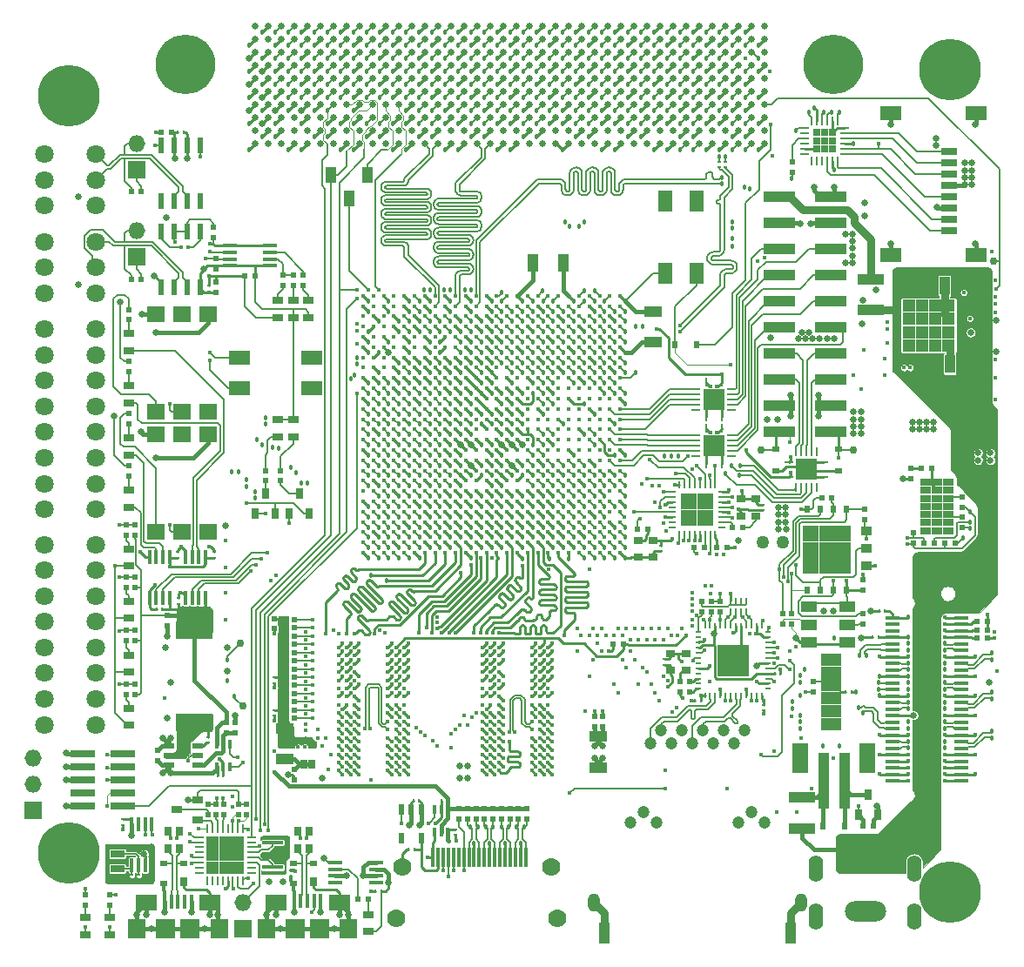
<source format=gbr>
G04 #@! TF.FileFunction,Copper,L1,Top,Mixed*
%FSLAX46Y46*%
G04 Gerber Fmt 4.6, Leading zero omitted, Abs format (unit mm)*
G04 Created by KiCad (PCBNEW (2016-08-02 BZR 7002)-product) date Mon Oct 17 13:50:07 2016*
%MOMM*%
%LPD*%
G01*
G04 APERTURE LIST*
%ADD10C,0.101600*%
%ADD11C,0.450000*%
%ADD12R,0.250000X0.700000*%
%ADD13R,0.700000X0.250000*%
%ADD14R,1.600000X1.600000*%
%ADD15C,1.200000*%
%ADD16O,1.200000X1.800000*%
%ADD17R,1.080000X2.060000*%
%ADD18R,1.800000X1.000000*%
%ADD19R,0.300000X0.280000*%
%ADD20R,0.500000X0.500000*%
%ADD21R,1.000000X1.800000*%
%ADD22R,0.280000X0.300000*%
%ADD23R,0.584200X0.685800*%
%ADD24R,0.685800X0.584200*%
%ADD25R,1.000000X0.800000*%
%ADD26R,1.397000X0.406400*%
%ADD27R,0.508000X17.272000*%
%ADD28R,0.300000X1.900000*%
%ADD29C,1.778000*%
%ADD30R,0.400000X1.350000*%
%ADD31R,2.100000X1.600000*%
%ADD32R,1.800000X1.900000*%
%ADD33R,1.900000X1.900000*%
%ADD34R,1.000000X5.500000*%
%ADD35R,1.600000X3.000000*%
%ADD36R,1.651000X1.651000*%
%ADD37O,1.651000X1.651000*%
%ADD38R,2.000000X1.450000*%
%ADD39R,1.500000X0.800000*%
%ADD40R,1.000760X0.899160*%
%ADD41R,3.600000X1.800000*%
%ADD42R,0.800000X1.000000*%
%ADD43R,0.250000X0.500000*%
%ADD44R,2.000000X1.400000*%
%ADD45R,1.400000X2.000000*%
%ADD46R,2.600000X1.000000*%
%ADD47C,0.762000*%
%ADD48R,0.787400X0.889000*%
%ADD49R,0.750000X0.900000*%
%ADD50R,1.080000X0.780000*%
%ADD51R,1.100000X0.600000*%
%ADD52R,1.287500X1.287500*%
%ADD53R,0.450000X0.950000*%
%ADD54R,1.000000X1.250000*%
%ADD55R,0.450000X1.350000*%
%ADD56R,0.600000X1.100000*%
%ADD57R,0.850000X0.270000*%
%ADD58R,0.270000X0.850000*%
%ADD59R,1.250000X1.250000*%
%ADD60R,1.350000X0.450000*%
%ADD61R,0.750000X0.960000*%
%ADD62R,0.750000X0.540000*%
%ADD63R,0.850000X0.280000*%
%ADD64R,0.280000X0.850000*%
%ADD65R,1.000000X1.000000*%
%ADD66R,1.780000X1.520000*%
%ADD67R,0.850000X0.650000*%
%ADD68R,0.600000X1.550000*%
%ADD69R,0.500000X0.800000*%
%ADD70R,1.600000X1.000000*%
%ADD71R,0.500000X0.250000*%
%ADD72R,1.500000X1.500000*%
%ADD73R,0.800000X0.800000*%
%ADD74R,2.000000X0.400000*%
%ADD75R,1.400000X0.750000*%
%ADD76C,0.635000*%
%ADD77C,5.800000*%
%ADD78C,1.800000*%
%ADD79R,1.000000X1.600000*%
%ADD80R,2.400000X0.750000*%
%ADD81R,2.400000X0.740000*%
%ADD82R,3.150000X1.000000*%
%ADD83C,3.000000*%
%ADD84O,1.400000X2.600000*%
%ADD85O,4.000000X2.000000*%
%ADD86C,6.000000*%
%ADD87C,0.406400*%
%ADD88C,0.457200*%
%ADD89C,1.270000*%
%ADD90C,0.106680*%
%ADD91C,0.762000*%
%ADD92C,0.254000*%
%ADD93C,0.381000*%
%ADD94C,0.127000*%
%ADD95C,0.304800*%
%ADD96C,0.165100*%
%ADD97C,0.152400*%
%ADD98C,0.088900*%
%ADD99C,0.177800*%
%ADD100C,0.147320*%
G04 APERTURE END LIST*
D10*
D11*
X88700000Y-57100000D03*
X88700000Y-58100000D03*
X88700000Y-59100000D03*
X88700000Y-60100000D03*
X88700000Y-61100000D03*
X88700000Y-62100000D03*
X88700000Y-63100000D03*
X88700000Y-64100000D03*
X88700000Y-65100000D03*
X88700000Y-66100000D03*
X88700000Y-67100000D03*
X88700000Y-68100000D03*
X88700000Y-69100000D03*
X88700000Y-70100000D03*
X88700000Y-71100000D03*
X88700000Y-72100000D03*
X88700000Y-73100000D03*
X88700000Y-74100000D03*
X88700000Y-75100000D03*
X88700000Y-76100000D03*
X88700000Y-77100000D03*
X88700000Y-78100000D03*
X88700000Y-79100000D03*
X88700000Y-80100000D03*
X88700000Y-81100000D03*
X88700000Y-82100000D03*
X87700000Y-57100000D03*
X87700000Y-58100000D03*
X87700000Y-59100000D03*
X87700000Y-60100000D03*
X87700000Y-61100000D03*
X87700000Y-62100000D03*
X87700000Y-63100000D03*
X87700000Y-64100000D03*
X87700000Y-65100000D03*
X87700000Y-66100000D03*
X87700000Y-67100000D03*
X87700000Y-68100000D03*
X87700000Y-69100000D03*
X87700000Y-70100000D03*
X87700000Y-71100000D03*
X87700000Y-72100000D03*
X87700000Y-73100000D03*
X87700000Y-74100000D03*
X87700000Y-75100000D03*
X87700000Y-76100000D03*
X87700000Y-77100000D03*
X87700000Y-78100000D03*
X87700000Y-79100000D03*
X87700000Y-80100000D03*
X87700000Y-81100000D03*
X87700000Y-82100000D03*
X86700000Y-57100000D03*
X86700000Y-58100000D03*
X86700000Y-59100000D03*
X86700000Y-60100000D03*
X86700000Y-61100000D03*
X86700000Y-62100000D03*
X86700000Y-63100000D03*
X86700000Y-64100000D03*
X86700000Y-65100000D03*
X86700000Y-66100000D03*
X86700000Y-67100000D03*
X86700000Y-68100000D03*
X86700000Y-69100000D03*
X86700000Y-70100000D03*
X86700000Y-71100000D03*
X86700000Y-72100000D03*
X86700000Y-73100000D03*
X86700000Y-74100000D03*
X86700000Y-75100000D03*
X86700000Y-76100000D03*
X86700000Y-77100000D03*
X86700000Y-78100000D03*
X86700000Y-79100000D03*
X86700000Y-80100000D03*
X86700000Y-81100000D03*
X86700000Y-82100000D03*
X85700000Y-57100000D03*
X85700000Y-58100000D03*
X85700000Y-59100000D03*
X85700000Y-60100000D03*
X85700000Y-61100000D03*
X85700000Y-62100000D03*
X85700000Y-63100000D03*
X85700000Y-64100000D03*
X85700000Y-65100000D03*
X85700000Y-66100000D03*
X85700000Y-67100000D03*
X85700000Y-68100000D03*
X85700000Y-69100000D03*
X85700000Y-70100000D03*
X85700000Y-71100000D03*
X85700000Y-72100000D03*
X85700000Y-73100000D03*
X85700000Y-74100000D03*
X85700000Y-75100000D03*
X85700000Y-76100000D03*
X85700000Y-77100000D03*
X85700000Y-78100000D03*
X85700000Y-79100000D03*
X85700000Y-80100000D03*
X85700000Y-81100000D03*
X85700000Y-82100000D03*
X84700000Y-57100000D03*
X84700000Y-58100000D03*
X84700000Y-59100000D03*
X84700000Y-60100000D03*
X84700000Y-61100000D03*
X84700000Y-62100000D03*
X84700000Y-63100000D03*
X84700000Y-64100000D03*
X84700000Y-65100000D03*
X84700000Y-66100000D03*
X84700000Y-67100000D03*
X84700000Y-68100000D03*
X84700000Y-69100000D03*
X84700000Y-70100000D03*
X84700000Y-71100000D03*
X84700000Y-72100000D03*
X84700000Y-73100000D03*
X84700000Y-74100000D03*
X84700000Y-75100000D03*
X84700000Y-76100000D03*
X84700000Y-77100000D03*
X84700000Y-78100000D03*
X84700000Y-79100000D03*
X84700000Y-80100000D03*
X84700000Y-81100000D03*
X84700000Y-82100000D03*
X83700000Y-57100000D03*
X83700000Y-58100000D03*
X83700000Y-59100000D03*
X83700000Y-60100000D03*
X83700000Y-61100000D03*
X83700000Y-62100000D03*
X83700000Y-63100000D03*
X83700000Y-64100000D03*
X83700000Y-65100000D03*
X83700000Y-66100000D03*
X83700000Y-67100000D03*
X83700000Y-68100000D03*
X83700000Y-69100000D03*
X83700000Y-70100000D03*
X83700000Y-71100000D03*
X83700000Y-72100000D03*
X83700000Y-73100000D03*
X83700000Y-74100000D03*
X83700000Y-75100000D03*
X83700000Y-76100000D03*
X83700000Y-77100000D03*
X83700000Y-78100000D03*
X83700000Y-79100000D03*
X83700000Y-80100000D03*
X83700000Y-81100000D03*
X83700000Y-82100000D03*
X82700000Y-57100000D03*
X82700000Y-58100000D03*
X82700000Y-59100000D03*
X82700000Y-60100000D03*
X82700000Y-61100000D03*
X82700000Y-62100000D03*
X82700000Y-63100000D03*
X82700000Y-64100000D03*
X82700000Y-65100000D03*
X82700000Y-66100000D03*
X82700000Y-67100000D03*
X82700000Y-68100000D03*
X82700000Y-69100000D03*
X82700000Y-70100000D03*
X82700000Y-71100000D03*
X82700000Y-72100000D03*
X82700000Y-73100000D03*
X82700000Y-74100000D03*
X82700000Y-75100000D03*
X82700000Y-76100000D03*
X82700000Y-77100000D03*
X82700000Y-78100000D03*
X82700000Y-79100000D03*
X82700000Y-80100000D03*
X82700000Y-81100000D03*
X82700000Y-82100000D03*
X81700000Y-57100000D03*
X81700000Y-58100000D03*
X81700000Y-59100000D03*
X81700000Y-60100000D03*
X81700000Y-61100000D03*
X81700000Y-62100000D03*
X81700000Y-63100000D03*
X81700000Y-64100000D03*
X81700000Y-65100000D03*
X81700000Y-66100000D03*
X81700000Y-67100000D03*
X81700000Y-68100000D03*
X81700000Y-69100000D03*
X81700000Y-70100000D03*
X81700000Y-71100000D03*
X81700000Y-72100000D03*
X81700000Y-73100000D03*
X81700000Y-74100000D03*
X81700000Y-75100000D03*
X81700000Y-76100000D03*
X81700000Y-77100000D03*
X81700000Y-78100000D03*
X81700000Y-79100000D03*
X81700000Y-80100000D03*
X81700000Y-81100000D03*
X81700000Y-82100000D03*
X80700000Y-57100000D03*
X80700000Y-58100000D03*
X80700000Y-59100000D03*
X80700000Y-60100000D03*
X80700000Y-61100000D03*
X80700000Y-62100000D03*
X80700000Y-63100000D03*
X80700000Y-64100000D03*
X80700000Y-65100000D03*
X80700000Y-66100000D03*
X80700000Y-67100000D03*
X80700000Y-68100000D03*
X80700000Y-69100000D03*
X80700000Y-70100000D03*
X80700000Y-71100000D03*
X80700000Y-72100000D03*
X80700000Y-73100000D03*
X80700000Y-74100000D03*
X80700000Y-75100000D03*
X80700000Y-76100000D03*
X80700000Y-77100000D03*
X80700000Y-78100000D03*
X80700000Y-79100000D03*
X80700000Y-80100000D03*
X80700000Y-81100000D03*
X80700000Y-82100000D03*
X79700000Y-57100000D03*
X79700000Y-58100000D03*
X79700000Y-59100000D03*
X79700000Y-60100000D03*
X79700000Y-61100000D03*
X79700000Y-62100000D03*
X79700000Y-63100000D03*
X79700000Y-64100000D03*
X79700000Y-65100000D03*
X79700000Y-66100000D03*
X79700000Y-67100000D03*
X79700000Y-68100000D03*
X79700000Y-69100000D03*
X79700000Y-70100000D03*
X79700000Y-71100000D03*
X79700000Y-72100000D03*
X79700000Y-73100000D03*
X79700000Y-74100000D03*
X79700000Y-75100000D03*
X79700000Y-76100000D03*
X79700000Y-77100000D03*
X79700000Y-78100000D03*
X79700000Y-79100000D03*
X79700000Y-80100000D03*
X79700000Y-81100000D03*
X79700000Y-82100000D03*
X78700000Y-57100000D03*
X78700000Y-58100000D03*
X78700000Y-59100000D03*
X78700000Y-60100000D03*
X78700000Y-61100000D03*
X78700000Y-62100000D03*
X78700000Y-63100000D03*
X78700000Y-64100000D03*
X78700000Y-65100000D03*
X78700000Y-66100000D03*
X78700000Y-67100000D03*
X78700000Y-68100000D03*
X78700000Y-69100000D03*
X78700000Y-70100000D03*
X78700000Y-71100000D03*
X78700000Y-72100000D03*
X78700000Y-73100000D03*
X78700000Y-74100000D03*
X78700000Y-75100000D03*
X78700000Y-76100000D03*
X78700000Y-77100000D03*
X78700000Y-78100000D03*
X78700000Y-79100000D03*
X78700000Y-80100000D03*
X78700000Y-81100000D03*
X78700000Y-82100000D03*
X77700000Y-57100000D03*
X77700000Y-58100000D03*
X77700000Y-59100000D03*
X77700000Y-60100000D03*
X77700000Y-61100000D03*
X77700000Y-62100000D03*
X77700000Y-63100000D03*
X77700000Y-64100000D03*
X77700000Y-65100000D03*
X77700000Y-66100000D03*
X77700000Y-67100000D03*
X77700000Y-68100000D03*
X77700000Y-69100000D03*
X77700000Y-70100000D03*
X77700000Y-71100000D03*
X77700000Y-72100000D03*
X77700000Y-73100000D03*
X77700000Y-74100000D03*
X77700000Y-75100000D03*
X77700000Y-76100000D03*
X77700000Y-77100000D03*
X77700000Y-78100000D03*
X77700000Y-79100000D03*
X77700000Y-80100000D03*
X77700000Y-81100000D03*
X77700000Y-82100000D03*
X76700000Y-57100000D03*
X76700000Y-58100000D03*
X76700000Y-59100000D03*
X76700000Y-60100000D03*
X76700000Y-61100000D03*
X76700000Y-62100000D03*
X76700000Y-63100000D03*
X76700000Y-64100000D03*
X76700000Y-65100000D03*
X76700000Y-66100000D03*
X76700000Y-67100000D03*
X76700000Y-68100000D03*
X76700000Y-69100000D03*
X76700000Y-70100000D03*
X76700000Y-71100000D03*
X76700000Y-72100000D03*
X76700000Y-73100000D03*
X76700000Y-74100000D03*
X76700000Y-75100000D03*
X76700000Y-76100000D03*
X76700000Y-77100000D03*
X76700000Y-78100000D03*
X76700000Y-79100000D03*
X76700000Y-80100000D03*
X76700000Y-81100000D03*
X76700000Y-82100000D03*
X75700000Y-57100000D03*
X75700000Y-58100000D03*
X75700000Y-59100000D03*
X75700000Y-60100000D03*
X75700000Y-61100000D03*
X75700000Y-62100000D03*
X75700000Y-63100000D03*
X75700000Y-64100000D03*
X75700000Y-65100000D03*
X75700000Y-66100000D03*
X75700000Y-67100000D03*
X75700000Y-68100000D03*
X75700000Y-69100000D03*
X75700000Y-70100000D03*
X75700000Y-71100000D03*
X75700000Y-72100000D03*
X75700000Y-73100000D03*
X75700000Y-74100000D03*
X75700000Y-75100000D03*
X75700000Y-76100000D03*
X75700000Y-77100000D03*
X75700000Y-78100000D03*
X75700000Y-79100000D03*
X75700000Y-80100000D03*
X75700000Y-81100000D03*
X75700000Y-82100000D03*
X74700000Y-57100000D03*
X74700000Y-58100000D03*
X74700000Y-59100000D03*
X74700000Y-60100000D03*
X74700000Y-61100000D03*
X74700000Y-62100000D03*
X74700000Y-63100000D03*
X74700000Y-64100000D03*
X74700000Y-65100000D03*
X74700000Y-66100000D03*
X74700000Y-67100000D03*
X74700000Y-68100000D03*
X74700000Y-69100000D03*
X74700000Y-70100000D03*
X74700000Y-71100000D03*
X74700000Y-72100000D03*
X74700000Y-73100000D03*
X74700000Y-74100000D03*
X74700000Y-75100000D03*
X74700000Y-76100000D03*
X74700000Y-77100000D03*
X74700000Y-78100000D03*
X74700000Y-79100000D03*
X74700000Y-80100000D03*
X74700000Y-81100000D03*
X74700000Y-82100000D03*
X73700000Y-57100000D03*
X73700000Y-58100000D03*
X73700000Y-59100000D03*
X73700000Y-60100000D03*
X73700000Y-61100000D03*
X73700000Y-62100000D03*
X73700000Y-63100000D03*
X73700000Y-64100000D03*
X73700000Y-65100000D03*
X73700000Y-66100000D03*
X73700000Y-67100000D03*
X73700000Y-68100000D03*
X73700000Y-69100000D03*
X73700000Y-70100000D03*
X73700000Y-71100000D03*
X73700000Y-72100000D03*
X73700000Y-73100000D03*
X73700000Y-74100000D03*
X73700000Y-75100000D03*
X73700000Y-76100000D03*
X73700000Y-77100000D03*
X73700000Y-78100000D03*
X73700000Y-79100000D03*
X73700000Y-80100000D03*
X73700000Y-81100000D03*
X73700000Y-82100000D03*
X72700000Y-57100000D03*
X72700000Y-58100000D03*
X72700000Y-59100000D03*
X72700000Y-60100000D03*
X72700000Y-61100000D03*
X72700000Y-62100000D03*
X72700000Y-63100000D03*
X72700000Y-64100000D03*
X72700000Y-65100000D03*
X72700000Y-66100000D03*
X72700000Y-67100000D03*
X72700000Y-68100000D03*
X72700000Y-69100000D03*
X72700000Y-70100000D03*
X72700000Y-71100000D03*
X72700000Y-72100000D03*
X72700000Y-73100000D03*
X72700000Y-74100000D03*
X72700000Y-75100000D03*
X72700000Y-76100000D03*
X72700000Y-77100000D03*
X72700000Y-78100000D03*
X72700000Y-79100000D03*
X72700000Y-80100000D03*
X72700000Y-81100000D03*
X72700000Y-82100000D03*
X71700000Y-57100000D03*
X71700000Y-58100000D03*
X71700000Y-59100000D03*
X71700000Y-60100000D03*
X71700000Y-61100000D03*
X71700000Y-62100000D03*
X71700000Y-63100000D03*
X71700000Y-64100000D03*
X71700000Y-65100000D03*
X71700000Y-66100000D03*
X71700000Y-67100000D03*
X71700000Y-68100000D03*
X71700000Y-69100000D03*
X71700000Y-70100000D03*
X71700000Y-71100000D03*
X71700000Y-72100000D03*
X71700000Y-73100000D03*
X71700000Y-74100000D03*
X71700000Y-75100000D03*
X71700000Y-76100000D03*
X71700000Y-77100000D03*
X71700000Y-78100000D03*
X71700000Y-79100000D03*
X71700000Y-80100000D03*
X71700000Y-81100000D03*
X71700000Y-82100000D03*
X70700000Y-57100000D03*
X70700000Y-58100000D03*
X70700000Y-59100000D03*
X70700000Y-60100000D03*
X70700000Y-61100000D03*
X70700000Y-62100000D03*
X70700000Y-63100000D03*
X70700000Y-64100000D03*
X70700000Y-65100000D03*
X70700000Y-66100000D03*
X70700000Y-67100000D03*
X70700000Y-68100000D03*
X70700000Y-69100000D03*
X70700000Y-70100000D03*
X70700000Y-71100000D03*
X70700000Y-72100000D03*
X70700000Y-73100000D03*
X70700000Y-74100000D03*
X70700000Y-75100000D03*
X70700000Y-76100000D03*
X70700000Y-77100000D03*
X70700000Y-78100000D03*
X70700000Y-79100000D03*
X70700000Y-80100000D03*
X70700000Y-81100000D03*
X70700000Y-82100000D03*
X69700000Y-57100000D03*
X69700000Y-58100000D03*
X69700000Y-59100000D03*
X69700000Y-60100000D03*
X69700000Y-61100000D03*
X69700000Y-62100000D03*
X69700000Y-63100000D03*
X69700000Y-64100000D03*
X69700000Y-65100000D03*
X69700000Y-66100000D03*
X69700000Y-67100000D03*
X69700000Y-68100000D03*
X69700000Y-69100000D03*
X69700000Y-70100000D03*
X69700000Y-71100000D03*
X69700000Y-72100000D03*
X69700000Y-73100000D03*
X69700000Y-74100000D03*
X69700000Y-75100000D03*
X69700000Y-76100000D03*
X69700000Y-77100000D03*
X69700000Y-78100000D03*
X69700000Y-79100000D03*
X69700000Y-80100000D03*
X69700000Y-81100000D03*
X69700000Y-82100000D03*
X68700000Y-57100000D03*
X68700000Y-58100000D03*
X68700000Y-59100000D03*
X68700000Y-60100000D03*
X68700000Y-61100000D03*
X68700000Y-62100000D03*
X68700000Y-63100000D03*
X68700000Y-64100000D03*
X68700000Y-65100000D03*
X68700000Y-66100000D03*
X68700000Y-67100000D03*
X68700000Y-68100000D03*
X68700000Y-69100000D03*
X68700000Y-70100000D03*
X68700000Y-71100000D03*
X68700000Y-72100000D03*
X68700000Y-73100000D03*
X68700000Y-74100000D03*
X68700000Y-75100000D03*
X68700000Y-76100000D03*
X68700000Y-77100000D03*
X68700000Y-78100000D03*
X68700000Y-79100000D03*
X68700000Y-80100000D03*
X68700000Y-81100000D03*
X68700000Y-82100000D03*
X67700000Y-57100000D03*
X67700000Y-58100000D03*
X67700000Y-59100000D03*
X67700000Y-60100000D03*
X67700000Y-61100000D03*
X67700000Y-62100000D03*
X67700000Y-63100000D03*
X67700000Y-64100000D03*
X67700000Y-65100000D03*
X67700000Y-66100000D03*
X67700000Y-67100000D03*
X67700000Y-68100000D03*
X67700000Y-69100000D03*
X67700000Y-70100000D03*
X67700000Y-71100000D03*
X67700000Y-72100000D03*
X67700000Y-73100000D03*
X67700000Y-74100000D03*
X67700000Y-75100000D03*
X67700000Y-76100000D03*
X67700000Y-77100000D03*
X67700000Y-78100000D03*
X67700000Y-79100000D03*
X67700000Y-80100000D03*
X67700000Y-81100000D03*
X67700000Y-82100000D03*
X66700000Y-57100000D03*
X66700000Y-58100000D03*
X66700000Y-59100000D03*
X66700000Y-60100000D03*
X66700000Y-61100000D03*
X66700000Y-62100000D03*
X66700000Y-63100000D03*
X66700000Y-64100000D03*
X66700000Y-65100000D03*
X66700000Y-66100000D03*
X66700000Y-67100000D03*
X66700000Y-68100000D03*
X66700000Y-69100000D03*
X66700000Y-70100000D03*
X66700000Y-71100000D03*
X66700000Y-72100000D03*
X66700000Y-73100000D03*
X66700000Y-74100000D03*
X66700000Y-75100000D03*
X66700000Y-76100000D03*
X66700000Y-77100000D03*
X66700000Y-78100000D03*
X66700000Y-79100000D03*
X66700000Y-80100000D03*
X66700000Y-81100000D03*
X66700000Y-82100000D03*
X65700000Y-57100000D03*
X65700000Y-58100000D03*
X65700000Y-59100000D03*
X65700000Y-60100000D03*
X65700000Y-61100000D03*
X65700000Y-62100000D03*
X65700000Y-63100000D03*
X65700000Y-64100000D03*
X65700000Y-65100000D03*
X65700000Y-66100000D03*
X65700000Y-67100000D03*
X65700000Y-68100000D03*
X65700000Y-69100000D03*
X65700000Y-70100000D03*
X65700000Y-71100000D03*
X65700000Y-72100000D03*
X65700000Y-73100000D03*
X65700000Y-74100000D03*
X65700000Y-75100000D03*
X65700000Y-76100000D03*
X65700000Y-77100000D03*
X65700000Y-78100000D03*
X65700000Y-79100000D03*
X65700000Y-80100000D03*
X65700000Y-81100000D03*
X65700000Y-82100000D03*
X64700000Y-57100000D03*
X64700000Y-58100000D03*
X64700000Y-59100000D03*
X64700000Y-60100000D03*
X64700000Y-61100000D03*
X64700000Y-62100000D03*
X64700000Y-63100000D03*
X64700000Y-64100000D03*
X64700000Y-65100000D03*
X64700000Y-66100000D03*
X64700000Y-67100000D03*
X64700000Y-68100000D03*
X64700000Y-69100000D03*
X64700000Y-70100000D03*
X64700000Y-71100000D03*
X64700000Y-72100000D03*
X64700000Y-73100000D03*
X64700000Y-74100000D03*
X64700000Y-75100000D03*
X64700000Y-76100000D03*
X64700000Y-77100000D03*
X64700000Y-78100000D03*
X64700000Y-79100000D03*
X64700000Y-80100000D03*
X64700000Y-81100000D03*
X64700000Y-82100000D03*
X63700000Y-57100000D03*
X63700000Y-58100000D03*
X63700000Y-59100000D03*
X63700000Y-60100000D03*
X63700000Y-61100000D03*
X63700000Y-62100000D03*
X63700000Y-63100000D03*
X63700000Y-64100000D03*
X63700000Y-65100000D03*
X63700000Y-66100000D03*
X63700000Y-67100000D03*
X63700000Y-68100000D03*
X63700000Y-69100000D03*
X63700000Y-70100000D03*
X63700000Y-71100000D03*
X63700000Y-72100000D03*
X63700000Y-73100000D03*
X63700000Y-74100000D03*
X63700000Y-75100000D03*
X63700000Y-76100000D03*
X63700000Y-77100000D03*
X63700000Y-78100000D03*
X63700000Y-79100000D03*
X63700000Y-80100000D03*
X63700000Y-81100000D03*
X63700000Y-82100000D03*
D12*
X97950000Y-75500000D03*
X97450000Y-75500000D03*
X96950000Y-75500000D03*
X96450000Y-75500000D03*
X95950000Y-75500000D03*
X95450000Y-75500000D03*
X94950000Y-75500000D03*
X94450000Y-75500000D03*
D13*
X93800000Y-76150000D03*
X93800000Y-76650000D03*
X93800000Y-77150000D03*
X93800000Y-77650000D03*
X93800000Y-78150000D03*
X93800000Y-78650000D03*
X93800000Y-79150000D03*
X93800000Y-79650000D03*
D12*
X94450000Y-80300000D03*
X94950000Y-80300000D03*
X95450000Y-80300000D03*
X95950000Y-80300000D03*
X96450000Y-80300000D03*
X96950000Y-80300000D03*
X97450000Y-80300000D03*
X97950000Y-80300000D03*
D13*
X98600000Y-79650000D03*
X98600000Y-79150000D03*
X98600000Y-78650000D03*
X98600000Y-78150000D03*
X98600000Y-77650000D03*
X98600000Y-77150000D03*
X98600000Y-76650000D03*
X98600000Y-76150000D03*
D14*
X95400000Y-78700000D03*
X97000000Y-78700000D03*
X95400000Y-77100000D03*
X97000000Y-77100000D03*
D11*
X81700000Y-103300000D03*
X80900000Y-103300000D03*
X80100000Y-103300000D03*
X76900000Y-103300000D03*
X76100000Y-103300000D03*
X75300000Y-103300000D03*
X81700000Y-102500000D03*
X80900000Y-102500000D03*
X80100000Y-102500000D03*
X76900000Y-102500000D03*
X76100000Y-102500000D03*
X75300000Y-102500000D03*
X81700000Y-101700000D03*
X80900000Y-101700000D03*
X80100000Y-101700000D03*
X76900000Y-101700000D03*
X76100000Y-101700000D03*
X75300000Y-101700000D03*
X81700000Y-100900000D03*
X80900000Y-100900000D03*
X80100000Y-100900000D03*
X76900000Y-100900000D03*
X76100000Y-100900000D03*
X75300000Y-100900000D03*
X81700000Y-100100000D03*
X80900000Y-100100000D03*
X80100000Y-100100000D03*
X76900000Y-100100000D03*
X76100000Y-100100000D03*
X75300000Y-100100000D03*
X81700000Y-99300000D03*
X80900000Y-99300000D03*
X80100000Y-99300000D03*
X76900000Y-99300000D03*
X76100000Y-99300000D03*
X75300000Y-99300000D03*
X81700000Y-98500000D03*
X80900000Y-98500000D03*
X80100000Y-98500000D03*
X76900000Y-98500000D03*
X76100000Y-98500000D03*
X75300000Y-98500000D03*
X81700000Y-97700000D03*
X80900000Y-97700000D03*
X80100000Y-97700000D03*
X76900000Y-97700000D03*
X76100000Y-97700000D03*
X75300000Y-97700000D03*
X81700000Y-96900000D03*
X80900000Y-96900000D03*
X80100000Y-96900000D03*
X76900000Y-96900000D03*
X76100000Y-96900000D03*
X75300000Y-96900000D03*
X81700000Y-96100000D03*
X80900000Y-96100000D03*
X80100000Y-96100000D03*
X76900000Y-96100000D03*
X76100000Y-96100000D03*
X75300000Y-96100000D03*
X81700000Y-95300000D03*
X80900000Y-95300000D03*
X80100000Y-95300000D03*
X76900000Y-95300000D03*
X76100000Y-95300000D03*
X75300000Y-95300000D03*
X81700000Y-94500000D03*
X80900000Y-94500000D03*
X80100000Y-94500000D03*
X76900000Y-94500000D03*
X76100000Y-94500000D03*
X75300000Y-94500000D03*
X81700000Y-93700000D03*
X80900000Y-93700000D03*
X80100000Y-93700000D03*
X76900000Y-93700000D03*
X76100000Y-93700000D03*
X75300000Y-93700000D03*
X81700000Y-92900000D03*
X80900000Y-92900000D03*
X80100000Y-92900000D03*
X76900000Y-92900000D03*
X76100000Y-92900000D03*
X75300000Y-92900000D03*
X81700000Y-92100000D03*
X80900000Y-92100000D03*
X80100000Y-92100000D03*
X76900000Y-92100000D03*
X76100000Y-92100000D03*
X75300000Y-92100000D03*
X81700000Y-91300000D03*
X80900000Y-91300000D03*
X80100000Y-91300000D03*
X76900000Y-91300000D03*
X76100000Y-91300000D03*
X75300000Y-91300000D03*
D15*
X91661000Y-100596000D03*
X93693000Y-100596000D03*
X95725000Y-100596000D03*
X97757000Y-100596000D03*
X99789000Y-100596000D03*
X92677000Y-99326000D03*
X94709000Y-99326000D03*
X96741000Y-99326000D03*
X98773000Y-99326000D03*
X100805000Y-99326000D03*
X89723000Y-108346000D03*
X90993000Y-107326000D03*
X92263000Y-108346000D03*
X100203000Y-108346000D03*
X101473000Y-107326000D03*
X102743000Y-108346000D03*
D16*
X86148000Y-116156000D03*
X106318000Y-116156000D03*
D17*
X87158000Y-119126000D03*
X105308000Y-119126000D03*
D18*
X86600000Y-103000000D03*
X86600000Y-100000000D03*
X56100000Y-102200000D03*
X56100000Y-99200000D03*
D19*
X55100000Y-94765000D03*
X55100000Y-94235000D03*
X55100000Y-97435000D03*
X55100000Y-97965000D03*
D20*
X121920000Y-76716000D03*
X121920000Y-77716000D03*
X116967000Y-74922000D03*
X116967000Y-73922000D03*
D21*
X117753000Y-63754000D03*
X120753000Y-63754000D03*
D19*
X48600000Y-100565000D03*
X48600000Y-100035000D03*
D22*
X49535000Y-103800000D03*
X50065000Y-103800000D03*
X110635000Y-95631000D03*
X111165000Y-95631000D03*
D19*
X41200000Y-113965000D03*
X41200000Y-113435000D03*
X41900000Y-113965000D03*
X41900000Y-113435000D03*
D22*
X71865000Y-106200000D03*
X71335000Y-106200000D03*
D19*
X72700000Y-109035000D03*
X72700000Y-109565000D03*
D20*
X49400000Y-55800000D03*
X49400000Y-56800000D03*
X44100000Y-41200000D03*
X45100000Y-41200000D03*
X53200000Y-55200000D03*
X52200000Y-55200000D03*
D19*
X45800000Y-87065000D03*
X45800000Y-86535000D03*
X49200000Y-82565000D03*
X49200000Y-82035000D03*
D22*
X44165000Y-87600000D03*
X43635000Y-87600000D03*
D19*
X45700000Y-82565000D03*
X45700000Y-82035000D03*
X92700000Y-81435000D03*
X92700000Y-81965000D03*
D20*
X112300000Y-84700000D03*
X112300000Y-85700000D03*
D21*
X80200000Y-53900000D03*
X83200000Y-53900000D03*
D18*
X91900000Y-58600000D03*
X91900000Y-61600000D03*
D19*
X102600000Y-77965000D03*
X102600000Y-77435000D03*
D22*
X103748000Y-93853000D03*
X104278000Y-93853000D03*
X96531000Y-96520000D03*
X96001000Y-96520000D03*
D19*
X102616000Y-96890000D03*
X102616000Y-97420000D03*
X92964000Y-92445000D03*
X92964000Y-92975000D03*
X98298000Y-44058000D03*
X98298000Y-44588000D03*
X98933000Y-44058000D03*
X98933000Y-44588000D03*
D23*
X110555000Y-108700000D03*
X108445000Y-108700000D03*
D24*
X103800000Y-74155000D03*
X103800000Y-72045000D03*
X109900000Y-74155000D03*
X109900000Y-72045000D03*
D23*
X94045000Y-61900000D03*
X96155000Y-61900000D03*
D25*
X56900000Y-59225000D03*
X56900000Y-57575000D03*
X55400000Y-57575000D03*
X55400000Y-59225000D03*
X58400000Y-59225000D03*
X58400000Y-57575000D03*
X36700000Y-117575000D03*
X36700000Y-119225000D03*
X39100000Y-117575000D03*
X39100000Y-119225000D03*
X40894000Y-83375000D03*
X40894000Y-81725000D03*
X40894000Y-88455000D03*
X40894000Y-86805000D03*
X40894000Y-93726000D03*
X40894000Y-92076000D03*
X40894000Y-98869000D03*
X40894000Y-97219000D03*
X64200000Y-118925000D03*
X64200000Y-117275000D03*
X55400000Y-69175000D03*
X55400000Y-70825000D03*
X56900000Y-69175000D03*
X56900000Y-70825000D03*
D26*
X115154500Y-104293000D03*
X115154500Y-103658000D03*
X115154500Y-103023000D03*
X115154500Y-102388000D03*
X115154500Y-101753000D03*
X115154500Y-101118000D03*
X115154500Y-100483000D03*
X115154500Y-99848000D03*
X115154500Y-99213000D03*
X115154500Y-98578000D03*
X115154500Y-97943000D03*
X115154500Y-97308000D03*
X115154500Y-96673000D03*
X115154500Y-96038000D03*
X115154500Y-95403000D03*
X115154500Y-94768000D03*
X115154500Y-94133000D03*
X115154500Y-93498000D03*
X115154500Y-92863000D03*
X115154500Y-92228000D03*
X115154500Y-91593000D03*
X115154500Y-90958000D03*
X115154500Y-90323000D03*
X115154500Y-89688000D03*
X115154500Y-89053000D03*
X115154500Y-88418000D03*
X121885500Y-103658000D03*
X121885500Y-101753000D03*
X121885500Y-103023000D03*
X121885500Y-104293000D03*
X121885500Y-102388000D03*
X121885500Y-90323000D03*
X121885500Y-90958000D03*
X121885500Y-89053000D03*
X121885500Y-88418000D03*
X121885500Y-89688000D03*
X121885500Y-98578000D03*
X121885500Y-97943000D03*
X121885500Y-100483000D03*
X121885500Y-99848000D03*
X121885500Y-101118000D03*
X121885500Y-99213000D03*
X121885500Y-96038000D03*
X121885500Y-97308000D03*
X121885500Y-94768000D03*
X121885500Y-95403000D03*
X121885500Y-96673000D03*
X121885500Y-94133000D03*
X121885500Y-92228000D03*
X121885500Y-93498000D03*
X121885500Y-92863000D03*
X121885500Y-91593000D03*
D27*
X118520000Y-96355500D03*
D28*
X70500000Y-111700000D03*
X79500000Y-111700000D03*
X71000000Y-111700000D03*
X71500000Y-111700000D03*
X72000000Y-111700000D03*
X72500000Y-111700000D03*
X73000000Y-111700000D03*
X73500000Y-111700000D03*
X74000000Y-111700000D03*
X74500000Y-111700000D03*
X75000000Y-111700000D03*
X75500000Y-111700000D03*
X76000000Y-111700000D03*
X76500000Y-111700000D03*
X77000000Y-111700000D03*
X77500000Y-111700000D03*
X78000000Y-111700000D03*
X78500000Y-111700000D03*
X79000000Y-111700000D03*
D29*
X67500000Y-112700000D03*
X82000000Y-112700000D03*
X82600000Y-117650000D03*
X66900000Y-117650000D03*
D30*
X45700000Y-116025000D03*
X45050000Y-116025000D03*
X46350000Y-116025000D03*
X44400000Y-116025000D03*
X47000000Y-116025000D03*
D31*
X42600000Y-116150000D03*
X48800000Y-116150000D03*
D32*
X41700000Y-118700000D03*
X49700000Y-118700000D03*
D33*
X44500000Y-118700000D03*
X46900000Y-118700000D03*
D34*
X110500000Y-104300000D03*
X108500000Y-104300000D03*
D35*
X106250000Y-102050000D03*
X112750000Y-102050000D03*
D36*
X31600000Y-107140000D03*
D37*
X31600000Y-104600000D03*
X31600000Y-102060000D03*
D30*
X58300000Y-116000000D03*
X57650000Y-116000000D03*
X58950000Y-116000000D03*
X57000000Y-116000000D03*
X59600000Y-116000000D03*
D31*
X55200000Y-116125000D03*
X61400000Y-116125000D03*
D32*
X54300000Y-118675000D03*
X62300000Y-118675000D03*
D33*
X57100000Y-118675000D03*
X59500000Y-118675000D03*
D38*
X123276000Y-53128000D03*
X123276000Y-39328000D03*
X114976000Y-53128000D03*
X114976000Y-39328000D03*
D39*
X120676000Y-50728000D03*
X120676000Y-49628000D03*
X120676000Y-48528000D03*
X120676000Y-47428000D03*
X120676000Y-46328000D03*
X120676000Y-45228000D03*
X120676000Y-44128000D03*
X120676000Y-43028000D03*
D36*
X52000000Y-118640000D03*
D37*
X52000000Y-116100000D03*
D40*
X112649000Y-81661000D03*
X112649000Y-79961000D03*
X112649000Y-83361000D03*
D36*
X41656000Y-44831000D03*
D37*
X41656000Y-42291000D03*
D36*
X41656000Y-53340000D03*
D37*
X41656000Y-50800000D03*
D41*
X47300000Y-98600000D03*
X47300000Y-89600000D03*
D25*
X47600000Y-108050000D03*
X45600000Y-107100000D03*
X47600000Y-106150000D03*
D42*
X111850000Y-107600000D03*
X112800000Y-105600000D03*
X113750000Y-107600000D03*
X53250000Y-78300000D03*
X54200000Y-76300000D03*
X55150000Y-78300000D03*
X56550000Y-78300000D03*
X57500000Y-76300000D03*
X58450000Y-78300000D03*
D20*
X56000000Y-94200000D03*
X57000000Y-94200000D03*
X56000000Y-91800000D03*
X57000000Y-91800000D03*
X56000000Y-92600000D03*
X57000000Y-92600000D03*
X56000000Y-90200000D03*
X57000000Y-90200000D03*
X56000000Y-88600000D03*
X57000000Y-88600000D03*
X56000000Y-91000000D03*
X57000000Y-91000000D03*
X56000000Y-95000000D03*
X57000000Y-95000000D03*
X56000000Y-89400000D03*
X57000000Y-89400000D03*
X56000000Y-95800000D03*
X57000000Y-95800000D03*
X56000000Y-93400000D03*
X57000000Y-93400000D03*
X56000000Y-96600000D03*
X57000000Y-96600000D03*
X56000000Y-97400000D03*
X57000000Y-97400000D03*
X56000000Y-98200000D03*
X57000000Y-98200000D03*
X89000000Y-91000000D03*
X88000000Y-91000000D03*
X117221000Y-80145000D03*
X117221000Y-81145000D03*
X121277000Y-81153000D03*
X120277000Y-81153000D03*
X121920000Y-79621000D03*
X121920000Y-78621000D03*
X118245000Y-81153000D03*
X119245000Y-81153000D03*
X117991000Y-73914000D03*
X118991000Y-73914000D03*
X50400000Y-98600000D03*
X50400000Y-99600000D03*
X51300000Y-98600000D03*
X51300000Y-99600000D03*
X124400000Y-90400000D03*
X123400000Y-90400000D03*
X107495000Y-95631000D03*
X107495000Y-94631000D03*
X79600000Y-107000000D03*
X79600000Y-108000000D03*
X78800000Y-107000000D03*
X78800000Y-108000000D03*
X78000000Y-107000000D03*
X78000000Y-108000000D03*
X77200000Y-107000000D03*
X77200000Y-108000000D03*
X76300000Y-107000000D03*
X76300000Y-108000000D03*
X75500000Y-107000000D03*
X75500000Y-108000000D03*
X74700000Y-107000000D03*
X74700000Y-108000000D03*
X73900000Y-107000000D03*
X73900000Y-108000000D03*
X73000000Y-108000000D03*
X73000000Y-107000000D03*
X48600000Y-107600000D03*
X48600000Y-106600000D03*
X50200000Y-106600000D03*
X50200000Y-107600000D03*
X49400000Y-106600000D03*
X49400000Y-107600000D03*
X49400000Y-53500000D03*
X49400000Y-54500000D03*
X56900000Y-56100000D03*
X56900000Y-55100000D03*
X55900000Y-56100000D03*
X55900000Y-55100000D03*
X57900000Y-56100000D03*
X57900000Y-55100000D03*
X36700000Y-116400000D03*
X36700000Y-115400000D03*
X39100000Y-116400000D03*
X39100000Y-115400000D03*
X112300000Y-108700000D03*
X113300000Y-108700000D03*
X40640000Y-80383000D03*
X40640000Y-79383000D03*
X40640000Y-85463000D03*
X40640000Y-84463000D03*
X40640000Y-90670000D03*
X40640000Y-89670000D03*
X40640000Y-95877000D03*
X40640000Y-94877000D03*
X41529000Y-79375000D03*
X41529000Y-80375000D03*
X41529000Y-84463000D03*
X41529000Y-85463000D03*
X41529000Y-89670000D03*
X41529000Y-90670000D03*
X41529000Y-94877000D03*
X41529000Y-95877000D03*
X40894000Y-59436000D03*
X40894000Y-58436000D03*
X40894000Y-64508000D03*
X40894000Y-63508000D03*
X40894000Y-69588000D03*
X40894000Y-68588000D03*
X40894000Y-74668000D03*
X40894000Y-73668000D03*
X91400000Y-79800000D03*
X90400000Y-79800000D03*
X52400000Y-107600000D03*
X52400000Y-106600000D03*
X51600000Y-107600000D03*
X51600000Y-106600000D03*
X124400000Y-88800000D03*
X123400000Y-88800000D03*
X124400000Y-89600000D03*
X123400000Y-89600000D03*
X105400000Y-88000000D03*
X105400000Y-89000000D03*
X109300000Y-76800000D03*
X108300000Y-76800000D03*
X49149000Y-50427000D03*
X49149000Y-51427000D03*
X104500000Y-89000000D03*
X104500000Y-88000000D03*
X42156000Y-46990000D03*
X41156000Y-46990000D03*
X41156000Y-55499000D03*
X42156000Y-55499000D03*
X112300000Y-88000000D03*
X112300000Y-89000000D03*
X112500000Y-78900000D03*
X112500000Y-77900000D03*
X105410000Y-44077000D03*
X105410000Y-45077000D03*
X63200000Y-115800000D03*
X64200000Y-115800000D03*
X96900000Y-81600000D03*
X95900000Y-81600000D03*
X98100000Y-81600000D03*
X99100000Y-81600000D03*
X99600000Y-79600000D03*
X100600000Y-79600000D03*
X96647000Y-86876000D03*
X96647000Y-87876000D03*
X97536000Y-86876000D03*
X97536000Y-87876000D03*
X98425000Y-86876000D03*
X98425000Y-87876000D03*
X95496000Y-94615000D03*
X94496000Y-94615000D03*
X94496000Y-95631000D03*
X95496000Y-95631000D03*
X54200000Y-75100000D03*
X54200000Y-74100000D03*
X55700000Y-74100000D03*
X55700000Y-75100000D03*
D43*
X100953000Y-87749000D03*
X100453000Y-87749000D03*
X99953000Y-87749000D03*
X99453000Y-87749000D03*
X100953000Y-86749000D03*
X100453000Y-86749000D03*
X99953000Y-86749000D03*
X99453000Y-86749000D03*
D44*
X51700000Y-63100000D03*
X51700000Y-66100000D03*
X58700000Y-63100000D03*
X58700000Y-66100000D03*
D45*
X93100000Y-54900000D03*
X96100000Y-54900000D03*
X93100000Y-47900000D03*
X96100000Y-47900000D03*
D46*
X106400000Y-105900000D03*
X106400000Y-108900000D03*
X113100000Y-58500000D03*
X113100000Y-55500000D03*
D47*
X125000000Y-53700000D03*
X111400000Y-72100000D03*
X102400000Y-72100000D03*
X51800000Y-90900000D03*
X52000000Y-97000000D03*
D48*
X45833400Y-110850900D03*
X44766600Y-110850900D03*
X45833400Y-109149100D03*
X44766600Y-109149100D03*
X58433400Y-110850900D03*
X57366600Y-110850900D03*
X58433400Y-109149100D03*
X57366600Y-109149100D03*
D49*
X57925000Y-102700000D03*
X58675000Y-102700000D03*
D50*
X120580000Y-79937000D03*
X119500000Y-79937000D03*
X118420000Y-79937000D03*
X120580000Y-79157000D03*
X120580000Y-78377000D03*
X120580000Y-77597000D03*
X120580000Y-76817000D03*
X120580000Y-76037000D03*
X120580000Y-75257000D03*
X119500000Y-75257000D03*
X119500000Y-76037000D03*
X119500000Y-76817000D03*
X119500000Y-77597000D03*
X119500000Y-78377000D03*
X119500000Y-79157000D03*
X118420000Y-79157000D03*
X118420000Y-78377000D03*
X118420000Y-77597000D03*
X118420000Y-76817000D03*
X118420000Y-76037000D03*
X118420000Y-75257000D03*
D51*
X44800000Y-100850000D03*
X44800000Y-102750000D03*
X44800000Y-101800000D03*
X47600000Y-102750000D03*
X47600000Y-100850000D03*
X47600000Y-101800000D03*
D52*
X120631250Y-61931250D03*
X119343750Y-61931250D03*
X118056250Y-61931250D03*
X116768750Y-61931250D03*
X120631250Y-60643750D03*
X119343750Y-60643750D03*
X118056250Y-60643750D03*
X116768750Y-60643750D03*
X120631250Y-59356250D03*
X119343750Y-59356250D03*
X118056250Y-59356250D03*
X116768750Y-59356250D03*
X120631250Y-58068750D03*
X119343750Y-58068750D03*
X118056250Y-58068750D03*
X116768750Y-58068750D03*
D53*
X49450000Y-102900000D03*
X50100000Y-102900000D03*
X50750000Y-102900000D03*
X50750000Y-100700000D03*
X49450000Y-100700000D03*
X50100000Y-100700000D03*
D54*
X109720000Y-97506000D03*
X109720000Y-96256000D03*
X109720000Y-98756000D03*
X108720000Y-98756000D03*
X108720000Y-97506000D03*
X108720000Y-96256000D03*
X108720000Y-95006000D03*
X108720000Y-93756000D03*
X108720000Y-92506000D03*
X109720000Y-92506000D03*
X109720000Y-93756000D03*
X109720000Y-95006000D03*
D55*
X41225000Y-108525000D03*
X41875000Y-108525000D03*
X42525000Y-108525000D03*
X43175000Y-108525000D03*
X41225000Y-112475000D03*
X41875000Y-112475000D03*
X42525000Y-112475000D03*
X43175000Y-112475000D03*
D53*
X71950000Y-107100000D03*
X71300000Y-107100000D03*
X70650000Y-107100000D03*
X70650000Y-109300000D03*
X71950000Y-109300000D03*
X71300000Y-109300000D03*
D56*
X69350000Y-107100000D03*
X67450000Y-107100000D03*
X68400000Y-107100000D03*
X67450000Y-109900000D03*
X69350000Y-109900000D03*
D57*
X52850000Y-113250000D03*
X52850000Y-112750000D03*
X52850000Y-112250000D03*
X52850000Y-111750000D03*
X52850000Y-111250000D03*
X52850000Y-110750000D03*
X52850000Y-110250000D03*
X52850000Y-109750000D03*
D58*
X52050000Y-108950000D03*
X51550000Y-108950000D03*
X51050000Y-108950000D03*
X50550000Y-108950000D03*
X50050000Y-108950000D03*
X49550000Y-108950000D03*
X49050000Y-108950000D03*
X48550000Y-108950000D03*
D57*
X47750000Y-109750000D03*
X47750000Y-110250000D03*
X47750000Y-110750000D03*
X47750000Y-111250000D03*
X47750000Y-111750000D03*
X47750000Y-112250000D03*
X47750000Y-112750000D03*
X47750000Y-113250000D03*
D58*
X48550000Y-114050000D03*
X49050000Y-114050000D03*
X49550000Y-114050000D03*
X50050000Y-114050000D03*
X50550000Y-114050000D03*
X51050000Y-114050000D03*
X51550000Y-114050000D03*
X52050000Y-114050000D03*
D59*
X49050000Y-110250000D03*
X49050000Y-112750000D03*
X51550000Y-110250000D03*
X50300000Y-112750000D03*
X49050000Y-111500000D03*
X50300000Y-111500000D03*
X51550000Y-111500000D03*
X50300000Y-110250000D03*
X51550000Y-112750000D03*
D60*
X50725000Y-54175000D03*
X50725000Y-53525000D03*
X50725000Y-52875000D03*
X50725000Y-52225000D03*
X54675000Y-54175000D03*
X54675000Y-53525000D03*
X54675000Y-52875000D03*
X54675000Y-52225000D03*
D61*
X46275000Y-114060000D03*
D62*
X44325000Y-112340000D03*
X46275000Y-112340000D03*
X44325000Y-114260000D03*
D63*
X96075000Y-67200000D03*
X96075000Y-66700000D03*
X96075000Y-66200000D03*
X96075000Y-67700000D03*
X96075000Y-68200000D03*
X99525000Y-67200000D03*
X99525000Y-66700000D03*
X99525000Y-66200000D03*
X99525000Y-67700000D03*
X99525000Y-68200000D03*
D64*
X98550000Y-65475000D03*
X97050000Y-65475000D03*
X97050000Y-68925000D03*
X98550000Y-68925000D03*
D65*
X98300000Y-66700000D03*
X98300000Y-67700000D03*
X97300000Y-67700000D03*
X97300000Y-66700000D03*
D63*
X96075000Y-71700000D03*
X96075000Y-71200000D03*
X96075000Y-70700000D03*
X96075000Y-72200000D03*
X96075000Y-72700000D03*
X99525000Y-71700000D03*
X99525000Y-71200000D03*
X99525000Y-70700000D03*
X99525000Y-72200000D03*
X99525000Y-72700000D03*
D64*
X98550000Y-69975000D03*
X97050000Y-69975000D03*
X97050000Y-73425000D03*
X98550000Y-73425000D03*
D65*
X98300000Y-71200000D03*
X98300000Y-72200000D03*
X97300000Y-72200000D03*
X97300000Y-71200000D03*
D64*
X106800000Y-75725000D03*
X106300000Y-75725000D03*
X105800000Y-75725000D03*
X107300000Y-75725000D03*
X107800000Y-75725000D03*
X106800000Y-72275000D03*
X106300000Y-72275000D03*
X105800000Y-72275000D03*
X107300000Y-72275000D03*
X107800000Y-72275000D03*
D63*
X105075000Y-73250000D03*
X105075000Y-74750000D03*
X108525000Y-74750000D03*
X108525000Y-73250000D03*
D65*
X106300000Y-73500000D03*
X107300000Y-73500000D03*
X107300000Y-74500000D03*
X106300000Y-74500000D03*
D55*
X48375000Y-86475000D03*
X47725000Y-86475000D03*
X47075000Y-86475000D03*
X46425000Y-86475000D03*
X48375000Y-82525000D03*
X47725000Y-82525000D03*
X47075000Y-82525000D03*
X46425000Y-82525000D03*
X44875000Y-86475000D03*
X44225000Y-86475000D03*
X43575000Y-86475000D03*
X42925000Y-86475000D03*
X44875000Y-82525000D03*
X44225000Y-82525000D03*
X43575000Y-82525000D03*
X42925000Y-82525000D03*
D66*
X43561000Y-68389000D03*
X43561000Y-58865000D03*
X46101000Y-58865000D03*
X48641000Y-58865000D03*
X48641000Y-68389000D03*
X46101000Y-68389000D03*
X43561000Y-80073000D03*
X43561000Y-70549000D03*
X46101000Y-70549000D03*
X48641000Y-70549000D03*
X48641000Y-80073000D03*
X46101000Y-80073000D03*
D67*
X90475000Y-80875000D03*
X91925000Y-82525000D03*
X90475000Y-82525000D03*
X91925000Y-80875000D03*
D68*
X47879000Y-50894000D03*
X46609000Y-50894000D03*
X45339000Y-50894000D03*
X44069000Y-50894000D03*
X44069000Y-56294000D03*
X45339000Y-56294000D03*
X46609000Y-56294000D03*
X47879000Y-56294000D03*
X47879000Y-42512000D03*
X46609000Y-42512000D03*
X45339000Y-42512000D03*
X44069000Y-42512000D03*
X44069000Y-47912000D03*
X45339000Y-47912000D03*
X46609000Y-47912000D03*
X47879000Y-47912000D03*
D69*
X109435000Y-77900000D03*
X108165000Y-77900000D03*
X106895000Y-77900000D03*
X110705000Y-77900000D03*
X110705000Y-85700000D03*
X109435000Y-85700000D03*
X108165000Y-85700000D03*
X106895000Y-85700000D03*
D14*
X108800000Y-81800000D03*
X110400000Y-81800000D03*
X110400000Y-83400000D03*
X108800000Y-83400000D03*
X107200000Y-83400000D03*
X107200000Y-81800000D03*
X107200000Y-80200000D03*
X108800000Y-80200000D03*
X110400000Y-80200000D03*
D70*
X110750000Y-89100000D03*
X110750000Y-87350000D03*
X110750000Y-90850000D03*
X107050000Y-87350000D03*
X107050000Y-89100000D03*
X107050000Y-90850000D03*
D67*
X101925000Y-78525000D03*
X100475000Y-76875000D03*
X101925000Y-76875000D03*
X100475000Y-78525000D03*
D60*
X64975000Y-112225000D03*
X64975000Y-112875000D03*
X64975000Y-113525000D03*
X64975000Y-114175000D03*
X61025000Y-112225000D03*
X61025000Y-112875000D03*
X61025000Y-113525000D03*
X61025000Y-114175000D03*
D61*
X58875000Y-114060000D03*
D62*
X56925000Y-112340000D03*
X58875000Y-112340000D03*
X56925000Y-114260000D03*
D71*
X96295000Y-95333000D03*
X96295000Y-94833000D03*
X96295000Y-94333000D03*
X96295000Y-93833000D03*
X96295000Y-93333000D03*
X96295000Y-92833000D03*
X96295000Y-92333000D03*
X96295000Y-91833000D03*
X96295000Y-91333000D03*
X96295000Y-90833000D03*
X96295000Y-90333000D03*
X96295000Y-89833000D03*
D43*
X96945000Y-89183000D03*
X99445000Y-89183000D03*
X98945000Y-89183000D03*
X98445000Y-89183000D03*
X97945000Y-89183000D03*
X97445000Y-89183000D03*
X99945000Y-89183000D03*
X100445000Y-89183000D03*
X100945000Y-89183000D03*
X101445000Y-89183000D03*
X101945000Y-89183000D03*
X102445000Y-89183000D03*
D71*
X103095000Y-92333000D03*
X103095000Y-91833000D03*
X103095000Y-91333000D03*
X103095000Y-90833000D03*
X103095000Y-90333000D03*
X103095000Y-89833000D03*
X103095000Y-92833000D03*
X103095000Y-93333000D03*
X103095000Y-93833000D03*
X103095000Y-94333000D03*
X103095000Y-94833000D03*
X103095000Y-95333000D03*
D43*
X99945000Y-95983000D03*
X99445000Y-95983000D03*
X98945000Y-95983000D03*
X98445000Y-95983000D03*
X97945000Y-95983000D03*
X97445000Y-95983000D03*
X96945000Y-95983000D03*
X100445000Y-95983000D03*
X100945000Y-95983000D03*
X101445000Y-95983000D03*
X101945000Y-95983000D03*
X102445000Y-95983000D03*
D72*
X98945000Y-93333000D03*
X98945000Y-91833000D03*
X100445000Y-91833000D03*
X100445000Y-93333000D03*
D64*
X109835000Y-44012000D03*
X108835000Y-44012000D03*
X109335000Y-44012000D03*
X108335000Y-44012000D03*
X107835000Y-44012000D03*
X107335000Y-44012000D03*
D63*
X110560000Y-43287000D03*
X110560000Y-42787000D03*
X110560000Y-42287000D03*
X110560000Y-41787000D03*
X110560000Y-41287000D03*
X110560000Y-40787000D03*
D64*
X108835000Y-40062000D03*
X109335000Y-40062000D03*
X109835000Y-40062000D03*
X108335000Y-40062000D03*
X107835000Y-40062000D03*
X107335000Y-40062000D03*
D63*
X106610000Y-40787000D03*
X106610000Y-41287000D03*
X106610000Y-41787000D03*
X106610000Y-42287000D03*
X106610000Y-42787000D03*
X106610000Y-43287000D03*
D73*
X109385000Y-42837000D03*
X108585000Y-42837000D03*
X107785000Y-42837000D03*
X107785000Y-42037000D03*
X108585000Y-42037000D03*
X109385000Y-42037000D03*
X109385000Y-41237000D03*
X108585000Y-41237000D03*
X107785000Y-41237000D03*
D67*
X95086000Y-93535000D03*
X93636000Y-91885000D03*
X95086000Y-91885000D03*
X93636000Y-93535000D03*
D74*
X54900000Y-111500000D03*
X54900000Y-112700000D03*
X54900000Y-110300000D03*
D75*
X39800000Y-112825000D03*
X39800000Y-111375000D03*
D76*
X102710000Y-42331700D03*
X102710000Y-41061700D03*
X102710000Y-39791700D03*
X102710000Y-38521700D03*
X102710000Y-37251700D03*
X102710000Y-35981700D03*
X102710000Y-34711700D03*
X102710000Y-33441700D03*
X102710000Y-32171700D03*
X102710000Y-30901700D03*
X101440000Y-42331700D03*
X101440000Y-41061700D03*
X101440000Y-39791700D03*
X101440000Y-38521700D03*
X101440000Y-37251700D03*
X101440000Y-35981700D03*
X101440000Y-34711700D03*
X101440000Y-33441700D03*
X101440000Y-32171700D03*
X101440000Y-30901700D03*
X100170000Y-42331700D03*
X100170000Y-41061700D03*
X100170000Y-39791700D03*
X100170000Y-38521700D03*
X100170000Y-37251700D03*
X100170000Y-35981700D03*
X100170000Y-34711700D03*
X100170000Y-33441700D03*
X100170000Y-32171700D03*
X100170000Y-30901700D03*
X98900000Y-42331700D03*
X98900000Y-41061700D03*
X98900000Y-39791700D03*
X98900000Y-38521700D03*
X98900000Y-37251700D03*
X98900000Y-35981700D03*
X98900000Y-34711700D03*
X98900000Y-33441700D03*
X98900000Y-32171700D03*
X98900000Y-30901700D03*
X97630000Y-42331700D03*
X97630000Y-41061700D03*
X97630000Y-39791700D03*
X97630000Y-38521700D03*
X97630000Y-37251700D03*
X97630000Y-35981700D03*
X97630000Y-34711700D03*
X97630000Y-33441700D03*
X97630000Y-32171700D03*
X97630000Y-30901700D03*
X96360000Y-42331700D03*
X96360000Y-41061700D03*
X96360000Y-39791700D03*
X96360000Y-38521700D03*
X96360000Y-37251700D03*
X96360000Y-35981700D03*
X96360000Y-34711700D03*
X96360000Y-33441700D03*
X96360000Y-32171700D03*
X96360000Y-30901700D03*
X95090000Y-42331700D03*
X95090000Y-41061700D03*
X95090000Y-39791700D03*
X95090000Y-38521700D03*
X95090000Y-37251700D03*
X95090000Y-35981700D03*
X95090000Y-34711700D03*
X95090000Y-33441700D03*
X95090000Y-32171700D03*
X95090000Y-30901700D03*
X93820000Y-42331700D03*
X93820000Y-41061700D03*
X93820000Y-39791700D03*
X93820000Y-38521700D03*
X93820000Y-37251700D03*
X93820000Y-35981700D03*
X93820000Y-34711700D03*
X93820000Y-33441700D03*
X93820000Y-32171700D03*
X93820000Y-30901700D03*
X92550000Y-42331700D03*
X92550000Y-41061700D03*
X92550000Y-39791700D03*
X92550000Y-38521700D03*
X92550000Y-37251700D03*
X92550000Y-35981700D03*
X92550000Y-34711700D03*
X92550000Y-33441700D03*
X92550000Y-32171700D03*
X92550000Y-30901700D03*
X91280000Y-42331700D03*
X91280000Y-41061700D03*
X91280000Y-39791700D03*
X91280000Y-38521700D03*
X91280000Y-37251700D03*
X91280000Y-35981700D03*
X91280000Y-34711700D03*
X91280000Y-33441700D03*
X91280000Y-32171700D03*
X91280000Y-30901700D03*
X90010000Y-42331700D03*
X90010000Y-41061700D03*
X90010000Y-39791700D03*
X90010000Y-38521700D03*
X90010000Y-37251700D03*
X90010000Y-35981700D03*
X90010000Y-34711700D03*
X90010000Y-33441700D03*
X90010000Y-32171700D03*
X90010000Y-30901700D03*
X88740000Y-42331700D03*
X88740000Y-41061700D03*
X88740000Y-39791700D03*
X88740000Y-38521700D03*
X88740000Y-37251700D03*
X88740000Y-35981700D03*
X88740000Y-34711700D03*
X88740000Y-33441700D03*
X88740000Y-32171700D03*
X88740000Y-30901700D03*
X87470000Y-42331700D03*
X87470000Y-41061700D03*
X87470000Y-39791700D03*
X87470000Y-38521700D03*
X87470000Y-37251700D03*
X87470000Y-35981700D03*
X87470000Y-34711700D03*
X87470000Y-33441700D03*
X87470000Y-32171700D03*
X87470000Y-30901700D03*
X86200000Y-42331700D03*
X86200000Y-41061700D03*
X86200000Y-39791700D03*
X86200000Y-38521700D03*
X86200000Y-37251700D03*
X86200000Y-35981700D03*
X86200000Y-34711700D03*
X86200000Y-33441700D03*
X86200000Y-32171700D03*
X86200000Y-30901700D03*
X84930000Y-42331700D03*
X84930000Y-41061700D03*
X84930000Y-39791700D03*
X84930000Y-38521700D03*
X84930000Y-37251700D03*
X84930000Y-35981700D03*
X84930000Y-34711700D03*
X84930000Y-33441700D03*
X84930000Y-32171700D03*
X84930000Y-30901700D03*
X83660000Y-42331700D03*
X83660000Y-41061700D03*
X83660000Y-39791700D03*
X83660000Y-38521700D03*
X83660000Y-37251700D03*
X83660000Y-35981700D03*
X83660000Y-34711700D03*
X83660000Y-33441700D03*
X83660000Y-32171700D03*
X83660000Y-30901700D03*
X82390000Y-42331700D03*
X82390000Y-41061700D03*
X82390000Y-39791700D03*
X82390000Y-38521700D03*
X82390000Y-37251700D03*
X82390000Y-35981700D03*
X82390000Y-34711700D03*
X82390000Y-33441700D03*
X82390000Y-32171700D03*
X82390000Y-30901700D03*
X81120000Y-42331700D03*
X81120000Y-41061700D03*
X81120000Y-39791700D03*
X81120000Y-38521700D03*
X81120000Y-37251700D03*
X81120000Y-35981700D03*
X81120000Y-34711700D03*
X81120000Y-33441700D03*
X81120000Y-32171700D03*
X81120000Y-30901700D03*
X79850000Y-42331700D03*
X79850000Y-41061700D03*
X79850000Y-39791700D03*
X79850000Y-38521700D03*
X79850000Y-37251700D03*
X79850000Y-35981700D03*
X79850000Y-34711700D03*
X79850000Y-33441700D03*
X79850000Y-32171700D03*
X79850000Y-30901700D03*
X78580000Y-42331700D03*
X78580000Y-41061700D03*
X78580000Y-39791700D03*
X78580000Y-38521700D03*
X78580000Y-37251700D03*
X78580000Y-35981700D03*
X78580000Y-34711700D03*
X78580000Y-33441700D03*
X78580000Y-32171700D03*
X78580000Y-30901700D03*
X77310000Y-42331700D03*
X77310000Y-41061700D03*
X77310000Y-39791700D03*
X77310000Y-38521700D03*
X77310000Y-37251700D03*
X77310000Y-35981700D03*
X77310000Y-34711700D03*
X77310000Y-33441700D03*
X77310000Y-32171700D03*
X77310000Y-30901700D03*
X76040000Y-42331700D03*
X76040000Y-41061700D03*
X76040000Y-39791700D03*
X76040000Y-38521700D03*
X76040000Y-37251700D03*
X76040000Y-35981700D03*
X76040000Y-34711700D03*
X76040000Y-33441700D03*
X76040000Y-32171700D03*
X76040000Y-30901700D03*
X74770000Y-42331700D03*
X74770000Y-41061700D03*
X74770000Y-39791700D03*
X74770000Y-38521700D03*
X74770000Y-37251700D03*
X74770000Y-35981700D03*
X74770000Y-34711700D03*
X74770000Y-33441700D03*
X74770000Y-32171700D03*
X74770000Y-30901700D03*
X73500000Y-42331700D03*
X73500000Y-41061700D03*
X73500000Y-39791700D03*
X73500000Y-38521700D03*
X73500000Y-37251700D03*
X73500000Y-35981700D03*
X73500000Y-34711700D03*
X73500000Y-33441700D03*
X73500000Y-32171700D03*
X73500000Y-30901700D03*
X72230000Y-42331700D03*
X72230000Y-41061700D03*
X72230000Y-39791700D03*
X72230000Y-38521700D03*
X72230000Y-37251700D03*
X72230000Y-35981700D03*
X72230000Y-34711700D03*
X72230000Y-33441700D03*
X72230000Y-32171700D03*
X72230000Y-30901700D03*
X70960000Y-42331700D03*
X70960000Y-41061700D03*
X70960000Y-39791700D03*
X70960000Y-38521700D03*
X70960000Y-37251700D03*
X70960000Y-35981700D03*
X70960000Y-34711700D03*
X70960000Y-33441700D03*
X70960000Y-32171700D03*
X70960000Y-30901700D03*
X69690000Y-42331700D03*
X69690000Y-41061700D03*
X69690000Y-39791700D03*
X69690000Y-38521700D03*
X69690000Y-37251700D03*
X69690000Y-35981700D03*
X69690000Y-34711700D03*
X69690000Y-33441700D03*
X69690000Y-32171700D03*
X69690000Y-30901700D03*
X68420000Y-42331700D03*
X68420000Y-41061700D03*
X68420000Y-39791700D03*
X68420000Y-38521700D03*
X68420000Y-37251700D03*
X68420000Y-35981700D03*
X68420000Y-34711700D03*
X68420000Y-33441700D03*
X68420000Y-32171700D03*
X68420000Y-30901700D03*
X67150000Y-42331700D03*
X67150000Y-41061700D03*
X67150000Y-39791700D03*
X67150000Y-38521700D03*
X67150000Y-37251700D03*
X67150000Y-35981700D03*
X67150000Y-34711700D03*
X67150000Y-33441700D03*
X67150000Y-32171700D03*
X67150000Y-30901700D03*
X65880000Y-42331700D03*
X65880000Y-41061700D03*
X65880000Y-39791700D03*
X65880000Y-38521700D03*
X65880000Y-37251700D03*
X65880000Y-35981700D03*
X65880000Y-34711700D03*
X65880000Y-33441700D03*
X65880000Y-32171700D03*
X65880000Y-30901700D03*
X64610000Y-42331700D03*
X64610000Y-41061700D03*
X64610000Y-39791700D03*
X64610000Y-38521700D03*
X64610000Y-37251700D03*
X64610000Y-35981700D03*
X64610000Y-34711700D03*
X64610000Y-33441700D03*
X64610000Y-32171700D03*
X64610000Y-30901700D03*
X63340000Y-42331700D03*
X63340000Y-41061700D03*
X63340000Y-39791700D03*
X63340000Y-38521700D03*
X63340000Y-37251700D03*
X63340000Y-35981700D03*
X63340000Y-34711700D03*
X63340000Y-33441700D03*
X63340000Y-32171700D03*
X63340000Y-30901700D03*
X62070000Y-42331700D03*
X62070000Y-41061700D03*
X62070000Y-39791700D03*
X62070000Y-38521700D03*
X62070000Y-37251700D03*
X62070000Y-35981700D03*
X62070000Y-34711700D03*
X62070000Y-33441700D03*
X62070000Y-32171700D03*
X62070000Y-30901700D03*
X60800000Y-42331700D03*
X60800000Y-41061700D03*
X60800000Y-39791700D03*
X60800000Y-38521700D03*
X60800000Y-37251700D03*
X60800000Y-35981700D03*
X60800000Y-34711700D03*
X60800000Y-33441700D03*
X60800000Y-32171700D03*
X60800000Y-30901700D03*
X59530000Y-42331700D03*
X59530000Y-41061700D03*
X59530000Y-39791700D03*
X59530000Y-38521700D03*
X59530000Y-37251700D03*
X59530000Y-35981700D03*
X59530000Y-34711700D03*
X59530000Y-33441700D03*
X59530000Y-32171700D03*
X59530000Y-30901700D03*
X58260000Y-42331700D03*
X58260000Y-41061700D03*
X58260000Y-39791700D03*
X58260000Y-38521700D03*
X58260000Y-37251700D03*
X58260000Y-35981700D03*
X58260000Y-34711700D03*
X58260000Y-33441700D03*
X58260000Y-32171700D03*
X58260000Y-30901700D03*
X56990000Y-42331700D03*
X56990000Y-41061700D03*
X56990000Y-39791700D03*
X56990000Y-38521700D03*
X56990000Y-37251700D03*
X56990000Y-35981700D03*
X56990000Y-34711700D03*
X56990000Y-33441700D03*
X56990000Y-32171700D03*
X56990000Y-30901700D03*
X55720000Y-42331700D03*
X55720000Y-41061700D03*
X55720000Y-39791700D03*
X55720000Y-38521700D03*
X55720000Y-37251700D03*
X55720000Y-35981700D03*
X55720000Y-34711700D03*
X55720000Y-33441700D03*
X55720000Y-32171700D03*
X55720000Y-30901700D03*
X54450000Y-42331700D03*
X54450000Y-41061700D03*
X54450000Y-39791700D03*
X54450000Y-38521700D03*
X54450000Y-37251700D03*
X54450000Y-35981700D03*
X54450000Y-34711700D03*
X54450000Y-33441700D03*
X54450000Y-32171700D03*
X54450000Y-30901700D03*
X53180000Y-42331700D03*
X53180000Y-41061700D03*
X53180000Y-39791700D03*
X53180000Y-38521700D03*
X53180000Y-37251700D03*
X53180000Y-35981700D03*
X53180000Y-34711700D03*
X53180000Y-33441700D03*
X53180000Y-32171700D03*
X53180000Y-30901700D03*
D77*
X46454300Y-34616700D03*
X109455700Y-34616700D03*
D78*
X32719000Y-67865000D03*
X32719000Y-65365000D03*
X32719000Y-62865000D03*
X32719000Y-60365000D03*
X32719000Y-70365000D03*
X32719000Y-72865000D03*
X32719000Y-75365000D03*
X32719000Y-77865000D03*
X37719000Y-60365000D03*
X37719000Y-62865000D03*
X37719000Y-65365000D03*
X37719000Y-67865000D03*
X37719000Y-70365000D03*
X37719000Y-72865000D03*
X37719000Y-75365000D03*
X37719000Y-77865000D03*
X32719000Y-88820000D03*
X32719000Y-86320000D03*
X32719000Y-83820000D03*
X32719000Y-81320000D03*
X32719000Y-91320000D03*
X32719000Y-93820000D03*
X32719000Y-96320000D03*
X32719000Y-98820000D03*
X37719000Y-81320000D03*
X37719000Y-83820000D03*
X37719000Y-86320000D03*
X37719000Y-88820000D03*
X37719000Y-91320000D03*
X37719000Y-93820000D03*
X37719000Y-96320000D03*
X37719000Y-98820000D03*
X32719000Y-56856000D03*
X32719000Y-54356000D03*
X32719000Y-51856000D03*
X37719000Y-51856000D03*
X37719000Y-54356000D03*
X37719000Y-56856000D03*
X32719000Y-48347000D03*
X32719000Y-45847000D03*
X32719000Y-43347000D03*
X37719000Y-43347000D03*
X37719000Y-45847000D03*
X37719000Y-48347000D03*
D22*
X113803000Y-90297000D03*
X113273000Y-90297000D03*
X114449000Y-87757000D03*
X113919000Y-87757000D03*
X65465000Y-115000000D03*
X64935000Y-115000000D03*
D21*
X117245000Y-56134000D03*
X120245000Y-56134000D03*
D19*
X48700000Y-56135000D03*
X48700000Y-56665000D03*
D22*
X46239000Y-41200000D03*
X45709000Y-41200000D03*
D25*
X40894000Y-62420000D03*
X40894000Y-60770000D03*
X40894000Y-67500000D03*
X40894000Y-65850000D03*
X40894000Y-72580000D03*
X40894000Y-70930000D03*
X40894000Y-77660000D03*
X40894000Y-76010000D03*
D79*
X62357000Y-47632000D03*
X64107000Y-45332000D03*
X60607000Y-45332000D03*
D80*
X36450000Y-101660000D03*
D81*
X40350000Y-101660000D03*
D80*
X36450000Y-102930000D03*
D81*
X40350000Y-102930000D03*
X36450000Y-104200000D03*
X40350000Y-104200000D03*
X36450000Y-105470000D03*
D80*
X40350000Y-105470000D03*
X36450000Y-106740000D03*
D81*
X40350000Y-106740000D03*
D82*
X104155000Y-70358000D03*
X104155000Y-47498000D03*
X109205000Y-70358000D03*
X109205000Y-47498000D03*
X104155000Y-67818000D03*
X104155000Y-65278000D03*
X104155000Y-62738000D03*
X104155000Y-60198000D03*
X104155000Y-57658000D03*
X104155000Y-55118000D03*
X104155000Y-52578000D03*
X104155000Y-50038000D03*
X109205000Y-67818000D03*
X109205000Y-65278000D03*
X109205000Y-62738000D03*
X109205000Y-60198000D03*
X109205000Y-57658000D03*
X109205000Y-55118000D03*
X109205000Y-52578000D03*
X109205000Y-50038000D03*
D11*
X67700000Y-103300000D03*
X66900000Y-103300000D03*
X66100000Y-103300000D03*
X62900000Y-103300000D03*
X62100000Y-103300000D03*
X61300000Y-103300000D03*
X67700000Y-102500000D03*
X66900000Y-102500000D03*
X66100000Y-102500000D03*
X62900000Y-102500000D03*
X62100000Y-102500000D03*
X61300000Y-102500000D03*
X67700000Y-101700000D03*
X66900000Y-101700000D03*
X66100000Y-101700000D03*
X62900000Y-101700000D03*
X62100000Y-101700000D03*
X61300000Y-101700000D03*
X67700000Y-100900000D03*
X66900000Y-100900000D03*
X66100000Y-100900000D03*
X62900000Y-100900000D03*
X62100000Y-100900000D03*
X61300000Y-100900000D03*
X67700000Y-100100000D03*
X66900000Y-100100000D03*
X66100000Y-100100000D03*
X62900000Y-100100000D03*
X62100000Y-100100000D03*
X61300000Y-100100000D03*
X67700000Y-99300000D03*
X66900000Y-99300000D03*
X66100000Y-99300000D03*
X62900000Y-99300000D03*
X62100000Y-99300000D03*
X61300000Y-99300000D03*
X67700000Y-98500000D03*
X66900000Y-98500000D03*
X66100000Y-98500000D03*
X62900000Y-98500000D03*
X62100000Y-98500000D03*
X61300000Y-98500000D03*
X67700000Y-97700000D03*
X66900000Y-97700000D03*
X66100000Y-97700000D03*
X62900000Y-97700000D03*
X62100000Y-97700000D03*
X61300000Y-97700000D03*
X67700000Y-96900000D03*
X66900000Y-96900000D03*
X66100000Y-96900000D03*
X62900000Y-96900000D03*
X62100000Y-96900000D03*
X61300000Y-96900000D03*
X67700000Y-96100000D03*
X66900000Y-96100000D03*
X66100000Y-96100000D03*
X62900000Y-96100000D03*
X62100000Y-96100000D03*
X61300000Y-96100000D03*
X67700000Y-95300000D03*
X66900000Y-95300000D03*
X66100000Y-95300000D03*
X62900000Y-95300000D03*
X62100000Y-95300000D03*
X61300000Y-95300000D03*
X67700000Y-94500000D03*
X66900000Y-94500000D03*
X66100000Y-94500000D03*
X62900000Y-94500000D03*
X62100000Y-94500000D03*
X61300000Y-94500000D03*
X67700000Y-93700000D03*
X66900000Y-93700000D03*
X66100000Y-93700000D03*
X62900000Y-93700000D03*
X62100000Y-93700000D03*
X61300000Y-93700000D03*
X67700000Y-92900000D03*
X66900000Y-92900000D03*
X66100000Y-92900000D03*
X62900000Y-92900000D03*
X62100000Y-92900000D03*
X61300000Y-92900000D03*
X67700000Y-92100000D03*
X66900000Y-92100000D03*
X66100000Y-92100000D03*
X62900000Y-92100000D03*
X62100000Y-92100000D03*
X61300000Y-92100000D03*
X67700000Y-91300000D03*
X66900000Y-91300000D03*
X66100000Y-91300000D03*
X62900000Y-91300000D03*
X62100000Y-91300000D03*
X61300000Y-91300000D03*
D19*
X40300000Y-108565000D03*
X40300000Y-108035000D03*
D22*
X68135000Y-111000000D03*
X68665000Y-111000000D03*
X68635000Y-106200000D03*
X69165000Y-106200000D03*
D20*
X86200000Y-98000000D03*
X86200000Y-99000000D03*
X87000000Y-98000000D03*
X87000000Y-99000000D03*
X55100000Y-89500000D03*
X55100000Y-88500000D03*
X57000000Y-104200000D03*
X57000000Y-103200000D03*
X43700000Y-102300000D03*
X43700000Y-101300000D03*
X44700000Y-88200000D03*
X44700000Y-89200000D03*
D19*
X56700000Y-113565000D03*
X56700000Y-113035000D03*
D83*
X112522000Y-110998000D03*
D84*
X107772000Y-117498000D03*
X107772000Y-112798000D03*
X117272000Y-117498000D03*
X117272000Y-112798000D03*
D85*
X112522000Y-116998000D03*
D86*
X120810000Y-115090000D03*
X35080000Y-111280000D03*
X120810000Y-35080000D03*
X35080000Y-37620000D03*
D76*
X44700000Y-90200000D03*
D87*
X64500000Y-104200000D03*
X99900000Y-81600004D03*
X113500000Y-83400000D03*
X101300002Y-90000000D03*
X48800000Y-52000000D03*
D76*
X119400000Y-41800000D03*
X119400000Y-42500000D03*
X112500000Y-48100000D03*
X112500000Y-49300000D03*
D87*
X112100000Y-66200000D03*
D76*
X112300000Y-57500000D03*
X113600000Y-56500000D03*
X124700000Y-72400000D03*
X124700000Y-73100000D03*
X123500000Y-73100000D03*
X123500000Y-72400000D03*
X112200000Y-59800000D03*
D87*
X112400000Y-62400000D03*
X114400000Y-64800000D03*
X114400000Y-63200000D03*
D76*
X108000000Y-68800000D03*
X105300000Y-66800000D03*
X108000000Y-66800000D03*
D87*
X124800000Y-52800000D03*
X125200000Y-67200000D03*
X125200000Y-57900000D03*
X125200000Y-57200000D03*
X125200000Y-55600000D03*
X125200000Y-65100000D03*
X125200000Y-63300000D03*
D76*
X125300000Y-62500000D03*
X125300000Y-59500000D03*
D87*
X107315000Y-105029000D03*
D76*
X36000000Y-47500000D03*
X36000000Y-56000000D03*
D87*
X43600000Y-41200000D03*
X125349000Y-93599000D03*
X120269000Y-94107000D03*
X123189079Y-94107556D03*
X120269000Y-96012000D03*
X123190000Y-96012000D03*
X123190000Y-97917000D03*
X120269000Y-97917000D03*
X123190000Y-99822000D03*
X120269000Y-99822000D03*
X123190000Y-101727000D03*
X120269000Y-101727000D03*
X116713000Y-101727000D03*
X113919000Y-101727000D03*
X116713000Y-99822000D03*
X113919000Y-99822000D03*
D76*
X117221000Y-97917000D03*
D88*
X116713000Y-96012000D03*
X113919000Y-96012000D03*
X116713000Y-94107000D03*
X113919000Y-94107000D03*
D87*
X125100000Y-89800000D03*
D76*
X45000000Y-94700000D03*
X50500000Y-93600000D03*
D87*
X72800000Y-110100000D03*
D76*
X68199984Y-108600000D03*
D87*
X70699998Y-108400000D03*
X71500000Y-113000000D03*
X36700000Y-118500000D03*
X39100000Y-118500000D03*
D76*
X34800000Y-106700000D03*
X34800000Y-104200000D03*
X34800000Y-102900000D03*
X51300000Y-97900000D03*
D87*
X57100000Y-113100000D03*
X38800000Y-110600000D03*
D76*
X43100000Y-110700000D03*
X39000000Y-113900000D03*
X43100000Y-113700000D03*
D87*
X40300000Y-109000000D03*
X49734776Y-102126117D03*
D76*
X44200000Y-100100000D03*
X45000000Y-100100000D03*
X56300000Y-111500000D03*
X47000000Y-117100000D03*
X50300000Y-79500000D03*
D87*
X43500000Y-85200000D03*
X45900000Y-86000000D03*
X48700000Y-81500000D03*
X42000000Y-82000000D03*
X46000000Y-81500000D03*
X44900000Y-67600000D03*
X44900000Y-79400000D03*
X48700000Y-55200002D03*
X48800000Y-62600000D03*
D76*
X43400006Y-55200000D03*
X46600000Y-43700000D03*
D88*
X94400000Y-72700000D03*
D87*
X109400000Y-102100000D03*
X103700000Y-101400000D03*
X103900000Y-107300000D03*
X99100000Y-105000000D03*
X106300000Y-100100000D03*
D76*
X123200000Y-40400000D03*
X115000000Y-40400000D03*
X123200000Y-52000000D03*
X115000000Y-52000000D03*
X119500000Y-48500000D03*
X113700000Y-106700000D03*
X106200000Y-50100000D03*
X107200000Y-50100000D03*
X105300000Y-68800000D03*
X73900000Y-104000000D03*
X73100000Y-104000000D03*
D87*
X72300000Y-101100000D03*
X87000000Y-97500000D03*
X86200000Y-97500000D03*
D76*
X86200000Y-102100000D03*
X87000000Y-102100000D03*
D87*
X60600000Y-101700000D03*
X55100000Y-95200000D03*
X55100000Y-90000000D03*
X55100000Y-98400000D03*
X59300000Y-100100000D03*
D76*
X55900000Y-114100000D03*
X54600000Y-114100000D03*
D87*
X64500000Y-115000000D03*
D76*
X62100000Y-113500000D03*
X59600000Y-117100000D03*
D88*
X93000000Y-72700000D03*
X93700000Y-72700000D03*
D76*
X105800000Y-90400000D03*
X108500000Y-87800000D03*
X109400000Y-87800000D03*
X112100000Y-90400000D03*
X113100000Y-87800000D03*
D87*
X93800000Y-80700000D03*
X52400000Y-77300000D03*
D88*
X75200000Y-66600000D03*
X79200000Y-77600000D03*
X73200000Y-74600000D03*
D76*
X74200000Y-73600000D03*
X74200000Y-71600000D03*
D88*
X65200000Y-62600000D03*
X66200000Y-61600000D03*
D87*
X62500000Y-98900000D03*
D76*
X78200000Y-73600000D03*
D88*
X77200000Y-74600000D03*
D76*
X78200000Y-71600000D03*
D88*
X71200000Y-61600000D03*
X75200000Y-69600000D03*
X88200000Y-72600000D03*
X76200000Y-69600000D03*
X78200000Y-69600000D03*
X77200000Y-70600000D03*
X80200000Y-71600000D03*
D87*
X106300004Y-77900000D03*
D88*
X79000000Y-110400000D03*
X77500000Y-110400000D03*
X76000000Y-110400000D03*
X74500000Y-110400000D03*
D87*
X100200000Y-77900000D03*
X112300000Y-84200000D03*
X93300000Y-95100000D03*
X104267000Y-93472000D03*
X94742000Y-96266000D03*
X102616000Y-97790000D03*
X95631000Y-96520000D03*
X98425000Y-86106000D03*
D88*
X66200000Y-78600000D03*
X64200000Y-82600000D03*
X67200000Y-81600000D03*
X82200000Y-76600000D03*
X89200000Y-77600000D03*
X86200000Y-78600000D03*
X87200000Y-81600000D03*
X72200000Y-76600000D03*
D87*
X87600006Y-91700000D03*
X70200000Y-80600000D03*
D88*
X73200000Y-79600000D03*
X76200000Y-78600000D03*
X74200000Y-82600000D03*
X77200000Y-81600000D03*
X83200000Y-79600000D03*
X80200000Y-80600000D03*
X83700000Y-82700000D03*
D87*
X75700000Y-97300000D03*
X82100000Y-90900000D03*
X82100000Y-92500000D03*
X82100000Y-94100000D03*
X75700000Y-90900000D03*
X75700000Y-92500000D03*
X75700000Y-94100000D03*
X81300000Y-97300000D03*
X82100000Y-98900000D03*
X82100000Y-100500000D03*
X81300000Y-100500000D03*
X82100000Y-101300000D03*
X80500000Y-102900000D03*
X82100000Y-102900000D03*
X75700000Y-103700000D03*
X75700000Y-102900000D03*
X76500000Y-101300000D03*
X76500000Y-100500000D03*
X75700000Y-99700000D03*
X76500000Y-98900000D03*
X75700000Y-98900000D03*
X61700000Y-97300000D03*
X68100000Y-90900000D03*
X68100000Y-92500000D03*
X68100000Y-94100000D03*
X67300000Y-97300000D03*
X66500000Y-102900000D03*
X68100000Y-101300000D03*
X67300000Y-100500000D03*
X68100000Y-100500000D03*
X68100000Y-98900000D03*
X68100000Y-102900000D03*
X61700000Y-90900000D03*
X61700000Y-92500000D03*
X61700000Y-94100000D03*
X61700000Y-98900000D03*
X61700000Y-99700000D03*
X61700000Y-103700000D03*
X61700000Y-102900000D03*
X62500000Y-100500000D03*
X62500000Y-101300000D03*
D88*
X60198000Y-41656000D03*
X76200000Y-75600000D03*
X85200000Y-75600000D03*
X88200000Y-74600000D03*
X72200000Y-73600000D03*
X76200000Y-73600000D03*
X81200000Y-73600000D03*
X84200000Y-72600000D03*
X77200000Y-72600000D03*
X73200000Y-72600000D03*
X72200000Y-71600000D03*
X76200000Y-71600000D03*
X73200000Y-70600000D03*
X72200000Y-69600000D03*
X74200000Y-69600000D03*
X83200000Y-69600000D03*
X86200000Y-68600000D03*
X79200000Y-68600000D03*
X77200000Y-68600000D03*
X75200000Y-68600000D03*
X73200000Y-68600000D03*
X78200000Y-67600000D03*
X74200000Y-67600000D03*
X67200000Y-59600000D03*
X69200000Y-59600000D03*
X71200000Y-59600000D03*
X65200000Y-59600000D03*
X64200000Y-57600000D03*
X66200000Y-57600000D03*
X68200000Y-57600000D03*
X70200000Y-57600000D03*
X72200000Y-57600000D03*
X89200000Y-67600000D03*
X73200000Y-59600000D03*
X75200000Y-59600000D03*
X74200000Y-57600000D03*
X76199718Y-57600000D03*
X76200000Y-58600000D03*
X76199718Y-59600000D03*
X76199718Y-60600000D03*
X76200000Y-61600000D03*
X74200000Y-61600000D03*
X70200000Y-61600000D03*
X68200000Y-61600000D03*
X64200000Y-61600000D03*
X70200000Y-64600000D03*
X67200000Y-63600000D03*
X69200000Y-63600000D03*
X70200000Y-63600000D03*
X71200000Y-63600000D03*
X72200000Y-63600000D03*
X73200000Y-63600000D03*
X75200000Y-63600000D03*
X73200000Y-66600000D03*
X76200000Y-65600000D03*
X82200000Y-66600000D03*
X77200000Y-66600000D03*
X79200000Y-66600000D03*
X78200000Y-65600000D03*
X85200000Y-65600000D03*
X76200000Y-63600000D03*
X76200000Y-62600000D03*
X81200000Y-63600000D03*
X88200000Y-64600000D03*
X87200000Y-61600000D03*
X84200000Y-62600000D03*
X77200000Y-61600000D03*
X80200000Y-60600000D03*
X83200000Y-59600000D03*
X86200000Y-58600000D03*
X89200000Y-57600000D03*
X79200000Y-57600000D03*
X70200000Y-65600000D03*
X69200000Y-65600000D03*
X68200000Y-65600000D03*
X67200000Y-65600000D03*
X66200000Y-65600000D03*
X65200000Y-65600000D03*
X64200000Y-65600000D03*
X68200000Y-74600000D03*
X69200000Y-77600000D03*
X65200000Y-75600000D03*
X70200000Y-70600000D03*
X64200000Y-72600000D03*
X67200000Y-71600000D03*
X69200000Y-67600000D03*
X66200000Y-68600000D03*
X98298000Y-40386000D03*
X86868000Y-42926000D03*
X88138000Y-42926000D03*
X61468000Y-42926000D03*
X93218000Y-32766000D03*
X53848000Y-31496000D03*
X57658000Y-31496000D03*
X61468000Y-31496000D03*
X65278000Y-31496000D03*
X69088000Y-31496000D03*
X72898000Y-31496000D03*
X76708000Y-31496000D03*
X80518000Y-31496000D03*
X84328000Y-31496000D03*
X88138000Y-31496000D03*
X91948000Y-31496000D03*
X95758000Y-31496000D03*
X52578000Y-42926000D03*
X56388000Y-42926000D03*
X57658000Y-42926000D03*
X62738000Y-42926000D03*
X66548000Y-42926000D03*
X67818000Y-42926000D03*
X71628000Y-42926000D03*
X72898000Y-42926000D03*
X76708000Y-42926000D03*
X77978000Y-42926000D03*
X83058000Y-42926000D03*
X91948000Y-42926000D03*
X93218000Y-42926000D03*
X97028000Y-42926000D03*
X98298000Y-42926000D03*
X102108000Y-42926000D03*
X100838000Y-41656000D03*
X99568000Y-41656000D03*
X95758000Y-41656000D03*
X94488000Y-41656000D03*
X90678000Y-41656000D03*
X89408000Y-41656000D03*
X85598000Y-41656000D03*
X84328000Y-41656000D03*
X80518000Y-41656000D03*
X79248000Y-41656000D03*
X75438000Y-41656000D03*
X74168000Y-41656000D03*
X70358000Y-41656000D03*
X69088000Y-41656000D03*
X65278000Y-41656000D03*
X64008000Y-41656000D03*
X58928000Y-41656000D03*
X55118000Y-41656000D03*
X53848000Y-41656000D03*
X52578000Y-40386000D03*
X55118000Y-40386000D03*
X57658000Y-40386000D03*
X60198000Y-40386000D03*
X61468000Y-40386000D03*
X62738000Y-40386000D03*
X66548000Y-40386000D03*
X67818000Y-40386000D03*
X71628000Y-40386000D03*
X72898000Y-40386000D03*
X76708000Y-40386000D03*
X77978000Y-40386000D03*
X81788000Y-40386000D03*
X83058000Y-40386000D03*
X86868000Y-40386000D03*
X88138000Y-40386000D03*
X91948000Y-40386000D03*
X93218000Y-40386000D03*
X97028000Y-40386000D03*
X102108000Y-40386000D03*
X100838000Y-39116000D03*
X99568000Y-39116000D03*
X95758000Y-39116000D03*
X94488000Y-39116000D03*
X90678000Y-39116000D03*
X86868000Y-39116000D03*
X83058000Y-39116000D03*
X79248000Y-39116000D03*
X75438000Y-39116000D03*
X71628000Y-39116000D03*
X67818000Y-39116000D03*
X58928000Y-39116000D03*
X56388000Y-39116000D03*
X53848000Y-39116000D03*
X52578000Y-37846000D03*
X55118000Y-37846000D03*
X58928000Y-37846000D03*
X62738000Y-37846000D03*
X66548000Y-37846000D03*
X70358000Y-37846000D03*
X74168000Y-37846000D03*
X77978000Y-37846000D03*
X81788000Y-37846000D03*
X85598000Y-37846000D03*
X89408000Y-37846000D03*
X93218000Y-37846000D03*
X97028000Y-37846000D03*
X98298000Y-37846000D03*
X102108000Y-37846000D03*
X100838000Y-36576000D03*
X99568000Y-36576000D03*
X95758000Y-36576000D03*
X84328000Y-36576000D03*
X80518000Y-36576000D03*
X76708000Y-36576000D03*
X72898000Y-36576000D03*
X69088000Y-36576000D03*
X65278000Y-36576000D03*
X61468000Y-36576000D03*
X57658000Y-36576000D03*
X53848000Y-36576000D03*
X52578000Y-35306000D03*
X55118000Y-35306000D03*
X58928000Y-35306000D03*
X62738000Y-35306000D03*
X66548000Y-35306000D03*
X70358000Y-35306000D03*
X74168000Y-35306000D03*
X77978000Y-35306000D03*
X81788000Y-35306000D03*
X85598000Y-35306000D03*
X89408000Y-35306000D03*
X93218000Y-35306000D03*
X88138000Y-36576000D03*
X91948000Y-36576000D03*
X97028000Y-35306000D03*
X98298000Y-35306000D03*
X102108000Y-35306000D03*
X99568000Y-34036000D03*
X95758000Y-34036000D03*
X91948000Y-34036000D03*
X88138000Y-34036000D03*
X84328000Y-34036000D03*
X80518000Y-34036000D03*
X76708000Y-34036000D03*
X72898000Y-34036000D03*
X69088000Y-34036000D03*
X65278000Y-34036000D03*
X61468000Y-34036000D03*
X57658000Y-34036000D03*
X53848000Y-34036000D03*
X52578000Y-32766000D03*
X55118000Y-32766000D03*
X58928000Y-32766000D03*
X62738000Y-32766000D03*
X66548000Y-32766000D03*
X70358000Y-32766000D03*
X74168000Y-32766000D03*
X77978000Y-32766000D03*
X81788000Y-32766000D03*
X85598000Y-32766000D03*
X89408000Y-32766000D03*
X97028000Y-32766000D03*
X98298000Y-32766000D03*
X102108000Y-32766000D03*
X100838000Y-31496000D03*
X99568000Y-31496000D03*
X77200000Y-69600000D03*
D76*
X44600000Y-49500000D03*
X42400000Y-111400000D03*
X112100000Y-68400000D03*
X111400000Y-68400000D03*
X112100000Y-70500000D03*
X112100000Y-69800000D03*
X112100000Y-69100000D03*
X111400000Y-70500000D03*
X111400000Y-69800000D03*
X111400000Y-69100000D03*
D87*
X122100000Y-56800000D03*
D76*
X73900000Y-102800000D03*
X73100000Y-102800000D03*
X86200000Y-100900000D03*
X87000000Y-100900000D03*
D87*
X57400000Y-101000000D03*
D88*
X74200000Y-77600000D03*
X77200000Y-76600000D03*
D87*
X71200000Y-78600000D03*
D88*
X75200000Y-80600000D03*
X81200000Y-78600000D03*
X78200000Y-79600000D03*
X72200000Y-81600000D03*
X79200000Y-82700000D03*
X82200000Y-81600000D03*
D87*
X76500000Y-95700000D03*
X82100000Y-91700000D03*
X82100000Y-93300000D03*
X81300000Y-95700000D03*
X75700000Y-91700000D03*
X75700000Y-93300000D03*
X81300000Y-98100000D03*
X82100000Y-99700000D03*
X81300000Y-101300000D03*
X82100000Y-102100000D03*
X81300000Y-102900000D03*
X82100000Y-103700000D03*
X76500000Y-103700000D03*
X75700000Y-102100000D03*
X75700000Y-101300000D03*
X75700000Y-100500000D03*
X77300000Y-98900000D03*
X75700000Y-98100000D03*
X62500000Y-95700000D03*
X68100000Y-91700000D03*
X68100000Y-93300000D03*
X67300000Y-95700000D03*
X67300000Y-101300000D03*
X68100000Y-99700000D03*
X67300000Y-98100000D03*
X67300000Y-102900000D03*
X68100000Y-102100000D03*
X68100000Y-103700000D03*
X61700000Y-91700000D03*
X61700000Y-93300000D03*
X63300000Y-98900000D03*
X62500000Y-103700000D03*
X61700000Y-102100000D03*
X61700000Y-98100000D03*
X61700000Y-101300000D03*
X61700000Y-100500000D03*
D76*
X58100000Y-100300000D03*
D87*
X60300000Y-103200000D03*
X76500000Y-94100000D03*
X82100000Y-98100000D03*
X68100000Y-98100000D03*
X62500000Y-94100000D03*
D88*
X78200000Y-77600000D03*
X80200000Y-77600000D03*
D76*
X124700000Y-76100000D03*
X123500000Y-76100000D03*
X122500000Y-82600000D03*
X120700000Y-82600000D03*
X119200004Y-105900004D03*
X119200000Y-105200000D03*
X119200000Y-104500000D03*
X119200004Y-103100000D03*
X119200000Y-102400000D03*
X119200000Y-101700000D03*
X119200002Y-99800000D03*
X119200000Y-97900000D03*
X119200000Y-96000000D03*
X119200000Y-94100000D03*
X119200000Y-90300000D03*
X119199996Y-88400000D03*
X119200000Y-87000000D03*
X119200000Y-86300000D03*
X118500000Y-86300000D03*
X117800000Y-86300000D03*
X118500000Y-87000000D03*
X117800000Y-87000000D03*
X118500000Y-105900018D03*
X117800000Y-105900000D03*
X117800000Y-105200000D03*
X117800000Y-104500000D03*
X117800000Y-103100000D03*
X117800000Y-102400000D03*
X117800000Y-101700000D03*
X117800000Y-99800000D03*
X117800000Y-88400000D03*
X117800000Y-90300000D03*
X117800000Y-94100000D03*
X117800000Y-96000000D03*
X118700000Y-64900000D03*
X118700000Y-64200000D03*
X119000000Y-55700000D03*
X118200000Y-55700000D03*
X122800004Y-61700000D03*
X124587000Y-94742006D03*
D87*
X72000000Y-110100000D03*
D76*
X69200004Y-108600000D03*
X44200000Y-103500000D03*
X45000000Y-103500000D03*
D87*
X93100000Y-103300000D03*
D76*
X66200000Y-114200000D03*
D87*
X116586000Y-81280000D03*
D88*
X122700000Y-78100000D03*
D76*
X59700000Y-104000000D03*
X100200000Y-80900000D03*
X122900000Y-46300000D03*
X122900000Y-45600000D03*
X122900000Y-44900000D03*
X122900000Y-44200000D03*
X122200000Y-44200000D03*
X122200000Y-44900000D03*
X122200000Y-45600000D03*
X122200000Y-46300000D03*
D87*
X98600000Y-64700000D03*
X112649000Y-80772000D03*
X124400000Y-88100000D03*
D76*
X46700000Y-106100000D03*
X44500000Y-91300000D03*
X44700000Y-98200000D03*
X48200000Y-54500000D03*
X34800000Y-101600000D03*
X41200000Y-109600000D03*
D87*
X53600000Y-110600000D03*
X44900000Y-83408802D03*
X39600000Y-83400000D03*
D76*
X45400000Y-43700000D03*
D87*
X105900000Y-107300000D03*
X103649802Y-92837000D03*
D88*
X109500000Y-90392800D03*
X106600000Y-93400000D03*
X106200000Y-96000000D03*
X106200000Y-97900000D03*
X108400000Y-100900000D03*
X110000000Y-100900000D03*
D87*
X98100000Y-65895182D03*
X98100000Y-70395180D03*
X50300000Y-114800000D03*
X58000000Y-101000000D03*
D76*
X56400000Y-103700000D03*
D87*
X92200000Y-60300000D03*
X105300000Y-72800000D03*
X96500000Y-80900000D03*
X96000000Y-80900000D03*
X110700000Y-84800000D03*
X94700000Y-92700000D03*
D88*
X109474000Y-44831000D03*
X111378996Y-42291000D03*
X89200000Y-82600000D03*
X88200000Y-79600000D03*
X85200000Y-80600000D03*
X72200000Y-70600000D03*
X72200000Y-68600000D03*
X111633000Y-95631000D03*
X73200000Y-64600000D03*
X72200000Y-64600000D03*
X71200000Y-64600000D03*
X74200000Y-63600000D03*
X62738000Y-39116000D03*
D76*
X57658000Y-39116000D03*
X55118000Y-39116000D03*
X53848000Y-40386000D03*
X52578000Y-39116000D03*
X116205000Y-74930000D03*
X103300000Y-61200000D03*
X103000000Y-69100000D03*
X104000000Y-69100000D03*
D89*
X104500000Y-81100000D03*
X102600000Y-81100002D03*
D76*
X104800000Y-77700000D03*
X104800000Y-78400000D03*
X104800000Y-79100000D03*
X104817400Y-79800000D03*
X104100000Y-79800000D03*
X104100000Y-79100000D03*
X104100000Y-78400000D03*
X104100000Y-77700000D03*
X73200000Y-71600000D03*
X66200000Y-62600000D03*
X79200000Y-71600000D03*
X77200000Y-71600000D03*
D88*
X76200000Y-68600000D03*
X79200000Y-73600000D03*
X80200000Y-66600000D03*
X76200000Y-74600000D03*
X74200000Y-74600000D03*
X73200000Y-73600000D03*
X75200000Y-73600000D03*
X77200000Y-73600000D03*
X76200000Y-72600000D03*
X72200000Y-72600000D03*
X75200000Y-71600000D03*
X74200000Y-70600000D03*
X73200000Y-69600000D03*
X79200000Y-69600000D03*
X78200000Y-68600000D03*
X74200000Y-68600000D03*
X77200000Y-67600000D03*
X73200000Y-67600000D03*
X69200000Y-60600000D03*
X73200000Y-60600000D03*
X75200000Y-60600000D03*
X68200000Y-62600000D03*
X70200000Y-62600000D03*
X74200000Y-62600000D03*
X69200000Y-64600000D03*
X65200000Y-64600000D03*
X67200000Y-64600000D03*
D87*
X96900000Y-90600000D03*
X97400000Y-94600000D03*
X101900000Y-90000000D03*
X99700000Y-89900000D03*
D76*
X117100000Y-69400000D03*
X117800000Y-69400000D03*
X118500000Y-69400000D03*
X117100000Y-70100000D03*
X117800000Y-70100000D03*
X118500000Y-70100000D03*
X119200000Y-69400000D03*
X119200000Y-70100000D03*
D88*
X64200000Y-60600000D03*
D76*
X101981000Y-93091000D03*
D87*
X101981000Y-94615000D03*
D88*
X64200000Y-58600000D03*
X71200000Y-60600000D03*
X67200000Y-60600000D03*
X70200000Y-58600000D03*
X68200000Y-58600000D03*
X66200000Y-58600000D03*
X72200000Y-58600000D03*
X74200000Y-58600000D03*
X64200000Y-62600000D03*
X68200000Y-63600000D03*
D87*
X105400000Y-98000000D03*
X105300000Y-74300000D03*
X101000000Y-72100000D03*
D76*
X110600000Y-51100000D03*
X111300000Y-51100000D03*
X111300000Y-51800000D03*
X111300000Y-52500000D03*
X111300000Y-53200000D03*
X111300000Y-53900000D03*
X110600000Y-53900000D03*
D87*
X116900000Y-64100000D03*
D88*
X75200000Y-74600000D03*
X79200000Y-74600000D03*
X75200000Y-65600000D03*
X76200000Y-64600000D03*
X71200000Y-62600000D03*
D87*
X99400000Y-86100000D03*
X100500006Y-76100000D03*
X99300000Y-78200000D03*
X99300000Y-76000000D03*
X99300000Y-77200000D03*
X94000000Y-75500000D03*
X93100000Y-77400000D03*
X93100000Y-78600000D03*
D76*
X97790000Y-89997898D03*
D88*
X107600000Y-38800000D03*
X87200000Y-76600000D03*
X84200000Y-77600000D03*
X73200000Y-75600000D03*
X77200000Y-75600000D03*
X83200000Y-74600000D03*
X80200000Y-74600000D03*
X86200000Y-73600000D03*
X72200000Y-66600000D03*
X73200000Y-65600000D03*
X74200000Y-66600000D03*
X76200000Y-66600000D03*
X78200000Y-66600000D03*
X78200000Y-70600000D03*
D87*
X55100000Y-103400000D03*
D76*
X48300000Y-87600000D03*
X47600000Y-87600000D03*
X46900000Y-87600000D03*
X46200000Y-87600000D03*
X46200000Y-88300000D03*
X48300000Y-88300000D03*
X47600000Y-88300000D03*
X46900000Y-88300000D03*
X50500000Y-91300000D03*
D88*
X65200000Y-80600000D03*
X68200000Y-79600000D03*
X69200000Y-82600000D03*
X70200000Y-75600000D03*
X64200000Y-77600000D03*
X67200000Y-76600000D03*
X69200000Y-72600000D03*
X66200000Y-73600000D03*
X65200000Y-70600000D03*
X68200000Y-69600000D03*
X67200000Y-66600000D03*
X64200000Y-67600000D03*
D76*
X53848000Y-35306000D03*
X53848000Y-37846000D03*
X52578000Y-36576000D03*
X52578000Y-34036000D03*
D87*
X125200000Y-58700000D03*
X114700000Y-61700000D03*
D76*
X122800000Y-60677697D03*
D88*
X69200000Y-58600000D03*
X105410000Y-97231200D03*
X69200000Y-57600000D03*
X105410000Y-96570800D03*
D76*
X44400000Y-117100000D03*
X107100000Y-60700000D03*
X106400000Y-60700000D03*
X109500004Y-61300000D03*
X108800000Y-61300000D03*
X108100000Y-61300000D03*
X107400000Y-61300000D03*
X106700000Y-61300000D03*
X106000002Y-61300000D03*
D87*
X97500000Y-65895188D03*
X97506444Y-70395183D03*
X89200000Y-62600000D03*
D88*
X85200000Y-67600000D03*
X89200000Y-72600000D03*
X82200000Y-71600000D03*
X85200000Y-70600000D03*
X88200000Y-69600000D03*
X81200000Y-68600000D03*
X87200000Y-66600000D03*
X80200000Y-65600000D03*
X83200000Y-64600000D03*
X79200000Y-62600000D03*
X86200000Y-63600000D03*
X82200000Y-61600000D03*
X85200000Y-60600000D03*
X81200000Y-58600000D03*
X88200000Y-59600000D03*
X84200000Y-57600000D03*
X78200000Y-59600000D03*
X82200000Y-74600000D03*
D76*
X57000000Y-117100000D03*
D87*
X96100000Y-82200000D03*
X96520000Y-96012000D03*
X102616000Y-96520000D03*
X98425000Y-95377000D03*
X100965000Y-95377000D03*
X97409000Y-93091000D03*
D88*
X98298000Y-43561000D03*
X97028000Y-39116000D03*
D87*
X94550000Y-60000000D03*
D88*
X75200000Y-61600000D03*
X98933000Y-43561000D03*
X98298000Y-39116000D03*
X75200000Y-62600000D03*
D87*
X94550000Y-60600000D03*
X68200000Y-77600000D03*
X73500000Y-113000000D03*
D88*
X64200000Y-75600000D03*
X102108000Y-34036000D03*
D87*
X114700000Y-60300000D03*
X105200000Y-71300000D03*
X98100000Y-82300000D03*
X72000000Y-113600000D03*
X43200000Y-109500000D03*
X51500000Y-102000000D03*
X51000000Y-108200000D03*
D88*
X88200000Y-81600000D03*
D87*
X114700000Y-59700000D03*
X109900000Y-72900000D03*
X98800000Y-82300000D03*
X72500000Y-113000002D03*
X42500000Y-109500000D03*
X52000000Y-102500000D03*
X51600000Y-108200000D03*
D88*
X89200000Y-79600000D03*
D87*
X99400000Y-63800000D03*
X89096756Y-78603244D03*
D88*
X60198000Y-39116000D03*
D87*
X103300000Y-40400000D03*
X99600000Y-78700000D03*
X90800000Y-75400000D03*
D88*
X85200000Y-82600000D03*
D87*
X97400000Y-82200000D03*
X58700000Y-117100000D03*
X95758000Y-92583006D03*
X97000000Y-85300000D03*
D88*
X85200000Y-79600000D03*
D76*
X49600000Y-117300000D03*
X48800000Y-117300000D03*
X48300000Y-118700000D03*
X43100000Y-118700000D03*
X41700000Y-117300000D03*
X42600000Y-117300000D03*
X63700000Y-113500000D03*
X55200000Y-117300000D03*
X54300000Y-117300000D03*
X55700000Y-118700000D03*
X60899986Y-118700000D03*
X61400000Y-117300000D03*
X62300000Y-117300000D03*
D87*
X116713000Y-104267000D03*
X123190000Y-103632000D03*
X120269000Y-103632000D03*
X113919000Y-103632000D03*
X116713000Y-103632000D03*
X116713000Y-102997000D03*
X116713000Y-102362000D03*
D88*
X120269000Y-101092000D03*
X116713000Y-101092000D03*
X120269000Y-100457000D03*
X116713000Y-100457000D03*
X112268000Y-97663000D03*
X111887000Y-97155000D03*
X120269000Y-97282000D03*
X116713000Y-97282000D03*
X120269000Y-96647000D03*
X116713000Y-96647000D03*
X113871798Y-95377000D03*
X113871776Y-94742000D03*
X120269000Y-93472000D03*
X116713000Y-93472000D03*
X120269000Y-92837000D03*
X116713000Y-92837000D03*
X112606278Y-92067004D03*
X111945878Y-92067004D03*
X116713000Y-90297000D03*
X116713000Y-88392000D03*
D87*
X120269000Y-102997000D03*
X120269000Y-104267000D03*
X120269000Y-102362000D03*
X120269000Y-90297000D03*
D88*
X120269000Y-90932000D03*
X116713000Y-90932000D03*
D87*
X105800000Y-91200000D03*
X102100000Y-53700000D03*
X120269000Y-89026998D03*
X100838000Y-34036000D03*
X91800000Y-75600000D03*
D88*
X65278000Y-40386000D03*
D87*
X86200000Y-79600000D03*
X120269000Y-88391992D03*
X105200000Y-91700000D03*
X102752255Y-53431700D03*
X120269000Y-89662015D03*
X103251000Y-35306000D03*
X92500000Y-75600000D03*
D88*
X64008000Y-40386000D03*
D87*
X87200000Y-80600000D03*
D88*
X120269000Y-98552000D03*
X116713000Y-98552000D03*
X124841000Y-99491800D03*
X124841000Y-100152200D03*
X120269000Y-99187000D03*
X116713000Y-99187000D03*
X124841000Y-96342200D03*
X120269000Y-94742000D03*
X116713000Y-94742000D03*
X120269000Y-95377000D03*
X116713000Y-95377000D03*
X124841000Y-95681800D03*
X124841000Y-92532200D03*
X124841000Y-91871800D03*
X120269000Y-91567000D03*
X116713000Y-91567000D03*
D87*
X70000000Y-111700000D03*
D88*
X68200000Y-82600000D03*
X79355600Y-108800000D03*
X74144400Y-108800000D03*
X69200000Y-79600000D03*
X74855600Y-108800000D03*
X69200000Y-78600000D03*
X68200000Y-80600000D03*
X75644400Y-108800000D03*
X69200000Y-80600000D03*
X76355600Y-108800000D03*
X68200000Y-81600000D03*
X77144400Y-108800000D03*
X69200000Y-81600000D03*
X77855600Y-108800000D03*
X67200000Y-82600000D03*
X78644400Y-108800000D03*
D87*
X125300000Y-56400000D03*
X122700000Y-59300000D03*
X93200000Y-80000000D03*
X87200000Y-79600000D03*
D88*
X99600000Y-49900000D03*
X100838000Y-42926000D03*
X71600000Y-56500000D03*
X72200000Y-60600000D03*
X100838000Y-37846000D03*
X87200000Y-64600000D03*
X99600000Y-50500000D03*
X72200000Y-56500000D03*
X72200000Y-59600000D03*
X99568000Y-42926000D03*
X99568000Y-37846000D03*
X87200000Y-63600000D03*
X86200000Y-62600000D03*
X98298000Y-36576000D03*
X87200000Y-62600000D03*
X97028000Y-36576000D03*
X99600000Y-51500000D03*
X73600000Y-56500000D03*
X74200000Y-60600000D03*
X95758000Y-40386000D03*
X100800000Y-46500000D03*
X95758000Y-42926000D03*
X69600000Y-56500000D03*
X70200000Y-60600000D03*
X95758000Y-37846000D03*
X81200000Y-67600000D03*
X62900000Y-64800000D03*
X67200000Y-68600000D03*
X95758000Y-35306000D03*
X95758000Y-32766000D03*
X83200000Y-60600000D03*
X99600000Y-52300000D03*
X74200000Y-56500000D03*
X74200000Y-59600000D03*
X94488000Y-40386000D03*
X101318835Y-46707534D03*
X94488000Y-42926000D03*
X70200000Y-56500000D03*
X70200000Y-59600000D03*
X94488000Y-37846000D03*
X82200000Y-67600000D03*
X94488000Y-36576000D03*
X85200000Y-57600000D03*
X62500000Y-65200000D03*
X66200000Y-67600000D03*
X94488000Y-35306000D03*
X94488000Y-34036000D03*
X70200000Y-66600000D03*
X94488000Y-32766000D03*
X84200000Y-60600000D03*
X94488000Y-31496000D03*
X83200000Y-58600000D03*
X63098350Y-63119000D03*
X67200000Y-69600000D03*
X93218000Y-39116000D03*
X93218000Y-36576000D03*
X85200000Y-56600000D03*
X93218000Y-34036000D03*
X69200000Y-66600000D03*
X93218000Y-31496000D03*
X84200000Y-58600000D03*
X63098350Y-63754000D03*
X66200000Y-69600000D03*
X91948000Y-39116000D03*
X91948000Y-37846000D03*
X88200000Y-66600000D03*
X91948000Y-35306000D03*
X68200000Y-67600000D03*
X91948000Y-32766000D03*
X81200000Y-64600000D03*
X90678000Y-40386000D03*
X65200000Y-66600000D03*
X90678000Y-37846000D03*
X89200000Y-66600000D03*
X87200000Y-65600000D03*
X90678000Y-36576000D03*
X90678000Y-35306000D03*
X68200000Y-66600000D03*
X90678000Y-34036000D03*
X70200000Y-68600000D03*
X90678000Y-32766000D03*
X82200000Y-64600000D03*
X90678000Y-31496000D03*
X86200000Y-65600000D03*
X89408000Y-40386000D03*
X66200000Y-66600000D03*
X89408000Y-39116000D03*
X65200000Y-67600000D03*
X88200000Y-65600000D03*
X89408000Y-36576000D03*
X89408000Y-34036000D03*
X70200000Y-67600000D03*
X89408000Y-31496000D03*
X86200000Y-64600000D03*
X88138000Y-39116000D03*
X64200000Y-66600000D03*
X81200000Y-66600000D03*
X88138000Y-37846000D03*
X88138000Y-35306000D03*
X69200000Y-69600000D03*
X84200000Y-65600000D03*
X88138000Y-32766000D03*
X81200000Y-65600000D03*
X86868000Y-37846000D03*
X90200000Y-64600000D03*
X86868000Y-36576000D03*
X86868000Y-35306000D03*
X69200000Y-68600000D03*
X86868000Y-34036000D03*
X71200000Y-69600000D03*
X85200000Y-64600000D03*
X86868000Y-32766000D03*
X86868000Y-31496000D03*
X88200000Y-63600000D03*
X83347780Y-49946780D03*
X85181220Y-49946780D03*
X85598000Y-40386000D03*
X69200000Y-71600000D03*
X85598000Y-39116000D03*
X68200000Y-68600000D03*
X89200000Y-64600000D03*
X85598000Y-36576000D03*
X85598000Y-34036000D03*
X70200000Y-69600000D03*
X89200000Y-63600000D03*
X85598000Y-31496000D03*
X83784220Y-50383220D03*
X84744780Y-50383220D03*
X69200000Y-70600000D03*
X84328000Y-40386000D03*
X84328000Y-39116000D03*
X67200000Y-67600000D03*
X80200000Y-64600000D03*
X84328000Y-37846000D03*
X71200000Y-72600000D03*
X84328000Y-35306000D03*
X88200000Y-62600000D03*
X84328000Y-32766000D03*
X80200000Y-63600000D03*
X83058000Y-37846000D03*
X78200000Y-64600000D03*
X83058000Y-36576000D03*
X71200000Y-71600000D03*
X83058000Y-35306000D03*
X83058000Y-34036000D03*
X70200000Y-73600000D03*
X89200000Y-61600000D03*
X83058000Y-32766000D03*
X90866704Y-60090600D03*
X79200000Y-61600000D03*
X83058000Y-31496000D03*
X81788000Y-39116000D03*
X65200000Y-68600000D03*
X79200000Y-64600000D03*
X81788000Y-36576000D03*
X81788000Y-34036000D03*
X69200000Y-73600000D03*
X90219004Y-60090600D03*
X79200000Y-60600000D03*
X81788000Y-31496000D03*
X80518000Y-40386000D03*
X65200000Y-69600000D03*
X80518000Y-39116000D03*
X64200000Y-68600000D03*
X80518000Y-37846000D03*
X88200000Y-58600000D03*
X80518000Y-35306000D03*
X70200000Y-74600000D03*
X88200000Y-61600000D03*
X80518000Y-32766000D03*
X79248000Y-40386000D03*
X64200000Y-69600000D03*
X79248000Y-37846000D03*
X89200000Y-58600000D03*
X89200000Y-60600000D03*
X79248000Y-36576000D03*
X79248000Y-35306000D03*
X69200000Y-74600000D03*
X79248000Y-34036000D03*
X71200000Y-74600000D03*
X88200000Y-60600000D03*
X79248000Y-32766000D03*
X87200000Y-60600000D03*
X79248000Y-31496000D03*
X54241700Y-68961000D03*
X77978000Y-39116000D03*
X66200000Y-76600000D03*
X89200000Y-59600000D03*
X77978000Y-36576000D03*
X77978000Y-34036000D03*
X71200000Y-75600000D03*
X87200000Y-59600000D03*
X77978000Y-31496000D03*
X54229000Y-69596000D03*
X76708000Y-39116000D03*
X66200000Y-77600000D03*
X76708000Y-37846000D03*
X87200000Y-58600000D03*
X76708000Y-35306000D03*
X64200000Y-71600000D03*
X86200000Y-60600000D03*
X76708000Y-32766000D03*
X67200000Y-79600000D03*
X53900000Y-71600000D03*
X75438000Y-40386000D03*
X75438000Y-37846000D03*
X87200000Y-57600000D03*
X86200000Y-57600000D03*
X75438000Y-36576000D03*
X75438000Y-35306000D03*
X64200000Y-70600000D03*
X75438000Y-34036000D03*
X70200000Y-72600000D03*
X86200000Y-59600000D03*
X75438000Y-32766000D03*
X75438000Y-31496000D03*
X85200000Y-62600000D03*
X67200000Y-80600000D03*
X53385082Y-71114918D03*
X74168000Y-40386000D03*
X74168000Y-39116000D03*
X68200000Y-73600000D03*
X86200000Y-56600000D03*
X74168000Y-36576000D03*
X74168000Y-34036000D03*
X70200000Y-71600000D03*
X74168000Y-31496000D03*
X86200000Y-61600000D03*
X72898000Y-39116000D03*
X68200000Y-72600000D03*
X72898000Y-37846000D03*
X84200000Y-59600000D03*
X72897992Y-35306000D03*
X71200000Y-76600000D03*
X72898000Y-32766000D03*
X84200000Y-61600000D03*
X71628000Y-37846000D03*
X85200000Y-59600000D03*
X83200000Y-62600000D03*
X71628000Y-36576000D03*
X71628000Y-35306000D03*
X70200000Y-76600000D03*
X71628000Y-34036000D03*
X65200000Y-76600000D03*
X71628000Y-32766000D03*
X85200000Y-61600000D03*
X71628000Y-31496000D03*
X84200000Y-64600000D03*
X98552000Y-46228000D03*
X100838000Y-40386000D03*
X70358000Y-40386000D03*
X65200000Y-74600000D03*
X70358000Y-39116000D03*
X67200000Y-77600000D03*
X83200000Y-61600000D03*
X70358000Y-36576000D03*
X70358000Y-34036000D03*
X65200000Y-77600000D03*
X70358000Y-31496000D03*
X85200000Y-63600000D03*
X98552000Y-45593000D03*
X99568000Y-40386000D03*
X69088000Y-40386000D03*
X64200000Y-74600000D03*
X69088000Y-39116000D03*
X67200000Y-78600000D03*
X82200000Y-60600000D03*
X69088000Y-37846000D03*
X51608918Y-74222640D03*
X67200000Y-73600000D03*
X69088000Y-35306000D03*
X82200000Y-63600000D03*
X69088000Y-32766000D03*
X82200000Y-59600000D03*
X67818000Y-37846000D03*
X67818000Y-36576000D03*
X82200000Y-58600000D03*
X50961218Y-74222640D03*
X67200000Y-72600000D03*
X67818000Y-35306000D03*
X69200000Y-75600000D03*
X67818000Y-34036000D03*
X82200000Y-62600000D03*
X67818000Y-32766000D03*
X81200000Y-60600000D03*
X67818000Y-31496000D03*
D87*
X38800000Y-103000000D03*
X47700000Y-108958150D03*
X54100000Y-108500000D03*
X63100000Y-57400000D03*
X65200000Y-56500000D03*
D88*
X71200000Y-68600000D03*
X66548000Y-36576000D03*
X82200000Y-57600000D03*
X68200000Y-75600000D03*
X66548000Y-34036000D03*
X81200000Y-59600000D03*
X66548000Y-31496000D03*
X81185650Y-56600000D03*
X65278000Y-37846000D03*
X69200000Y-76600000D03*
X65278000Y-35306000D03*
X65278000Y-32766000D03*
X80200000Y-62600000D03*
D87*
X46900006Y-110200000D03*
X38800000Y-104200000D03*
X53303244Y-107996756D03*
D88*
X81200000Y-57600000D03*
X64008000Y-37846000D03*
X64008000Y-36576000D03*
X80200000Y-58600000D03*
X68200000Y-76600000D03*
X64008000Y-35306000D03*
X54889004Y-71880404D03*
X65200000Y-72600000D03*
X64008000Y-34036000D03*
X64008000Y-32766000D03*
X81200000Y-62600000D03*
X64008000Y-31496000D03*
X78200000Y-63600000D03*
X62738000Y-36576000D03*
X80200000Y-57600000D03*
X55500000Y-71900000D03*
X65200000Y-71600000D03*
X62738000Y-34036000D03*
X62738000Y-31496000D03*
X79200000Y-63600000D03*
D87*
X46900000Y-109400000D03*
X38800000Y-101700000D03*
X53700000Y-109100000D03*
X63100000Y-56500000D03*
X71200000Y-67600000D03*
D88*
X79200000Y-59600000D03*
X61468000Y-37846000D03*
X66200000Y-74600000D03*
X56642000Y-73787000D03*
X61468000Y-35306000D03*
X78200000Y-58600000D03*
X61468000Y-32766000D03*
X80200000Y-59600000D03*
X60198000Y-37846000D03*
X80200000Y-61600000D03*
X60198000Y-36576000D03*
X57150000Y-74295000D03*
X66200000Y-75600000D03*
X60198000Y-35306000D03*
X58293000Y-75311000D03*
X66200000Y-72600000D03*
X60198000Y-34036000D03*
X79200000Y-58600000D03*
X60198000Y-32766000D03*
X77200000Y-59600000D03*
X60198000Y-31496000D03*
X81200000Y-61600000D03*
X58928000Y-36576000D03*
X57658000Y-75311000D03*
X66200000Y-71600000D03*
X58928000Y-34036000D03*
X77200000Y-58600000D03*
X58928000Y-31496000D03*
X77200000Y-56800000D03*
X57658000Y-37846000D03*
X52324000Y-74987150D03*
X57658000Y-35306000D03*
X65200000Y-73600000D03*
X57658000Y-32766000D03*
X77200000Y-60600000D03*
X77200000Y-57600000D03*
X56388000Y-37846000D03*
X77200000Y-63600000D03*
X56388000Y-36576000D03*
X52324000Y-75634850D03*
X56388000Y-35306000D03*
X64200000Y-73600000D03*
X53213000Y-76130150D03*
X67200000Y-74600000D03*
X56388000Y-34036000D03*
X56388000Y-32766000D03*
X78200000Y-60600000D03*
X56388000Y-31496000D03*
X78200000Y-62600000D03*
X77200000Y-62600000D03*
X55118000Y-36576000D03*
X53213000Y-76777850D03*
X67200000Y-75600000D03*
X55118000Y-34036000D03*
X55118000Y-31496000D03*
X78200000Y-61600000D03*
D87*
X38800000Y-106700000D03*
X54500000Y-109100000D03*
X51100000Y-114800000D03*
X63100000Y-66600000D03*
D88*
X72200000Y-67600000D03*
D76*
X107600000Y-46500000D03*
X109500000Y-46500000D03*
X43600000Y-60700000D03*
X42200000Y-58900000D03*
X42100000Y-70299996D03*
X43600000Y-72900000D03*
D87*
X98933000Y-96520000D03*
X101473000Y-96520000D03*
X99441000Y-96520000D03*
X101981004Y-96520000D03*
X113800000Y-42300000D03*
X105800000Y-83300000D03*
D88*
X84200000Y-79600000D03*
D87*
X111900000Y-106700000D03*
X95300000Y-72700000D03*
D88*
X71200000Y-70600000D03*
D87*
X54200000Y-78300000D03*
D88*
X71200000Y-73600000D03*
D87*
X56500000Y-79200000D03*
D88*
X72200000Y-77600000D03*
X71200000Y-77600000D03*
D87*
X91300000Y-90600000D03*
X58800000Y-94200000D03*
X91300000Y-93700000D03*
X80500000Y-93300000D03*
X66500000Y-93300000D03*
D88*
X80200000Y-78600000D03*
D87*
X58800000Y-91800000D03*
X86900000Y-91700000D03*
X86900000Y-89500000D03*
X77300000Y-92500000D03*
X63300000Y-92500000D03*
D88*
X80200000Y-76600000D03*
D87*
X89700000Y-90600000D03*
X58100000Y-91400000D03*
X89700000Y-91700000D03*
X80500000Y-92500000D03*
X66500000Y-92500000D03*
D88*
X77200000Y-77600000D03*
D87*
X58100000Y-94600000D03*
X90900000Y-93300000D03*
X90900000Y-89500000D03*
X81300000Y-93300000D03*
X67300000Y-93300000D03*
D88*
X79200000Y-78600000D03*
D87*
X58800000Y-92600000D03*
X86100000Y-92500000D03*
X86100000Y-89500000D03*
X76500000Y-92500000D03*
X62500000Y-92500000D03*
D88*
X78200000Y-76600000D03*
D87*
X58100000Y-93000000D03*
X90100000Y-92500000D03*
X90100000Y-89500000D03*
X81300000Y-92500000D03*
X67300000Y-92500000D03*
D88*
X77200000Y-78600000D03*
D87*
X58800000Y-90200000D03*
X86500000Y-90900000D03*
X86500000Y-90100000D03*
X76500000Y-91700000D03*
X62500000Y-91700000D03*
D88*
X79200000Y-76600000D03*
D87*
X58100000Y-90600000D03*
X94700000Y-89500000D03*
X81300000Y-91700000D03*
X67300000Y-91700000D03*
D88*
X81200000Y-77600000D03*
D87*
X58800000Y-88600000D03*
X84900000Y-90100000D03*
X76500000Y-90900000D03*
X62500000Y-90900000D03*
D88*
X74200000Y-76600000D03*
D87*
X58100000Y-92200000D03*
X84500000Y-91700000D03*
X84500000Y-89500000D03*
X80500000Y-91700000D03*
X66500000Y-91700000D03*
D88*
X73200000Y-76600000D03*
D87*
X90500000Y-90600000D03*
X58100000Y-96200000D03*
X90500000Y-94900000D03*
X77300000Y-94900000D03*
X63300000Y-94900000D03*
D88*
X78200000Y-78600000D03*
D87*
X58800000Y-91000000D03*
X77300000Y-91700000D03*
X63300000Y-91700000D03*
D88*
X82200000Y-77600000D03*
D87*
X58800000Y-95000000D03*
X85700000Y-94100000D03*
X85700000Y-90100000D03*
X77300000Y-94100000D03*
X63300000Y-94100000D03*
D88*
X76200000Y-76600000D03*
D87*
X58100000Y-89800000D03*
X87300000Y-90100000D03*
X80500000Y-90900000D03*
X66500000Y-90900000D03*
D88*
X81200000Y-76600000D03*
D87*
X58800000Y-89400000D03*
X77300000Y-90900000D03*
X63300000Y-90900000D03*
D88*
X75200000Y-76600000D03*
D87*
X58800000Y-95800000D03*
X93300000Y-89500000D03*
X93300000Y-94500000D03*
X81300000Y-94100000D03*
X67300000Y-94100000D03*
D88*
X73200000Y-78600000D03*
D87*
X88900000Y-90100000D03*
X58800000Y-93400000D03*
X88900000Y-92500000D03*
X76500000Y-93300000D03*
X62500000Y-93300000D03*
D88*
X74200000Y-78600000D03*
D87*
X58100000Y-93800000D03*
X89300000Y-93300000D03*
X89300000Y-89500000D03*
X80500000Y-94100000D03*
X66500000Y-94100000D03*
D88*
X75200000Y-78600000D03*
D87*
X58800000Y-96600000D03*
X91700000Y-89500000D03*
X91700010Y-94900000D03*
X80500000Y-95700000D03*
X66500000Y-95700000D03*
D88*
X70200000Y-79600000D03*
D87*
X58100000Y-97000000D03*
X88500000Y-95700000D03*
X88500000Y-89500000D03*
X75700000Y-95700000D03*
X61700000Y-95700000D03*
D88*
X73200000Y-77600000D03*
D87*
X58100000Y-97800000D03*
X88100000Y-94900000D03*
X88100000Y-90100000D03*
X81300000Y-94900000D03*
X67300000Y-94900000D03*
D88*
X70200000Y-77600000D03*
D87*
X92100000Y-90600000D03*
X58800000Y-97400000D03*
X92100000Y-95700000D03*
X82100000Y-95700000D03*
X68100000Y-95700000D03*
D88*
X70200000Y-78600000D03*
D87*
X58800000Y-98200000D03*
X92500000Y-89500000D03*
X92500000Y-96500000D03*
X80500000Y-97300000D03*
X66500000Y-97300000D03*
D88*
X72200000Y-79600000D03*
D87*
X92900000Y-90600000D03*
X58100000Y-95400000D03*
X92900000Y-94100000D03*
X80500000Y-94900000D03*
X66500000Y-94900000D03*
D88*
X72200000Y-78600000D03*
D87*
X58100000Y-98807900D03*
X77300000Y-96500000D03*
X94206545Y-97193455D03*
X94293197Y-90100892D03*
X63300000Y-96500000D03*
D88*
X76200000Y-77600000D03*
D87*
X58100000Y-99392100D03*
X77300000Y-97300000D03*
X93793455Y-97606545D03*
X93708997Y-90100892D03*
X63300000Y-97300000D03*
D88*
X75200000Y-77600000D03*
D87*
X95100000Y-90100000D03*
D88*
X82200000Y-78600000D03*
D87*
X76500000Y-94900000D03*
X62500000Y-94900000D03*
X116586000Y-80645000D03*
D88*
X122047000Y-80645006D03*
X122700000Y-79700000D03*
X122700000Y-79100000D03*
D87*
X105200000Y-92600000D03*
X102400000Y-101700000D03*
D88*
X81200000Y-71600000D03*
D87*
X55100000Y-101400000D03*
X83800000Y-105500000D03*
X46700000Y-102299990D03*
X93100000Y-105000000D03*
X111400000Y-64800000D03*
X116300000Y-64100000D03*
X125100000Y-90400000D03*
X106700000Y-95600000D03*
X106700000Y-95600000D03*
X48800000Y-63400002D03*
X63100000Y-61800000D03*
D88*
X72200000Y-65600000D03*
D87*
X52500000Y-109000000D03*
X49500000Y-106000000D03*
X45600000Y-109900000D03*
X50100000Y-106000000D03*
X45000000Y-109900000D03*
X48400000Y-53500000D03*
X63100000Y-59800000D03*
D88*
X75200000Y-64600000D03*
D87*
X36700000Y-114800000D03*
X47000000Y-111600000D03*
X39700000Y-115400000D03*
X47000000Y-112300000D03*
D76*
X40100000Y-57700000D03*
X39500000Y-68800000D03*
D88*
X68200000Y-64600000D03*
D87*
X90600000Y-78800000D03*
D88*
X88200000Y-80600000D03*
D87*
X46000000Y-52400000D03*
X54700000Y-84800000D03*
D88*
X89200000Y-80600000D03*
D87*
X105400000Y-84100000D03*
D88*
X85200000Y-81600000D03*
D87*
X104600000Y-84500000D03*
D88*
X86200000Y-81600000D03*
D87*
X44400000Y-96200000D03*
X45400000Y-51900000D03*
X104200000Y-83700000D03*
D88*
X84200000Y-80600000D03*
D87*
X109400000Y-84800000D03*
D88*
X87200000Y-82600000D03*
D87*
X105000000Y-84900000D03*
D88*
X86200000Y-82600000D03*
X105400000Y-45700000D03*
X87200000Y-78600000D03*
D87*
X96100000Y-88200000D03*
D88*
X89200000Y-75600000D03*
D87*
X97409000Y-88646000D03*
D88*
X83200000Y-78600000D03*
D87*
X97600000Y-85300000D03*
X98425000Y-88646000D03*
D88*
X84200000Y-74600000D03*
D87*
X96901000Y-91567000D03*
X103700000Y-94600000D03*
X105156000Y-93472000D03*
D88*
X82200000Y-65600000D03*
X84200000Y-63600000D03*
X83200000Y-63600000D03*
D87*
X95700000Y-87200000D03*
X99187000Y-88392000D03*
D88*
X84200000Y-76600000D03*
D87*
X95700000Y-86600000D03*
X99822000Y-88392000D03*
D88*
X81200000Y-75600000D03*
D87*
X97500000Y-86100000D03*
X100584000Y-88392000D03*
D88*
X84200000Y-75600000D03*
D87*
X101219000Y-88392000D03*
D88*
X82200000Y-73600000D03*
D87*
X51000000Y-105800000D03*
X52500000Y-113800000D03*
D88*
X89200000Y-81600000D03*
D87*
X51000000Y-106800000D03*
X53000006Y-114300000D03*
D88*
X88200000Y-82600000D03*
X50500000Y-92500000D03*
X72200000Y-75600000D03*
X51200000Y-96100000D03*
X65200000Y-79600000D03*
D87*
X58200000Y-109900000D03*
X94900000Y-80900000D03*
X57600000Y-109900000D03*
X95408003Y-80900000D03*
D88*
X98900000Y-74400000D03*
X89200000Y-74600000D03*
D87*
X96774000Y-88646000D03*
D88*
X89200000Y-76600000D03*
X100399998Y-73600000D03*
X88200000Y-75600000D03*
X100300000Y-74600000D03*
X88200000Y-77600000D03*
X109220000Y-39243000D03*
X87200000Y-74600000D03*
X108458004Y-39243000D03*
X87200000Y-75600000D03*
D87*
X90000000Y-78100000D03*
D88*
X87200000Y-77600000D03*
X105791000Y-41021000D03*
X86200000Y-74600000D03*
D87*
X94100000Y-74400000D03*
D88*
X86200000Y-75600000D03*
D87*
X92900000Y-76200000D03*
D88*
X86200000Y-76600000D03*
D87*
X92600000Y-77700000D03*
D88*
X86200000Y-77600000D03*
D87*
X46700000Y-52400000D03*
X55200000Y-84300000D03*
D88*
X86200000Y-80600000D03*
X99500000Y-73600000D03*
X85200000Y-73600000D03*
D87*
X103500000Y-43500000D03*
D88*
X109982000Y-39243000D03*
X85200000Y-74600000D03*
X85200000Y-76600000D03*
D87*
X99600000Y-76699998D03*
X97400000Y-74600000D03*
X92099992Y-77200000D03*
D88*
X85200000Y-77600000D03*
D87*
X96499988Y-74900000D03*
X92900000Y-79200000D03*
X85200000Y-78600000D03*
D88*
X107061000Y-39243000D03*
X84200000Y-73600000D03*
D87*
X102600000Y-88700000D03*
X95699998Y-89200000D03*
D88*
X84200000Y-78600000D03*
X84200000Y-81600000D03*
D87*
X80500000Y-103700000D03*
X104013000Y-92329000D03*
D88*
X83200000Y-73600000D03*
D87*
X104013000Y-91313000D03*
X95700000Y-86000000D03*
D88*
X83200000Y-75600000D03*
D87*
X103632000Y-91821000D03*
X95700000Y-87800000D03*
D88*
X83200000Y-76600000D03*
D87*
X95700000Y-88600000D03*
X103124000Y-89408000D03*
D88*
X83200000Y-77600000D03*
X83200000Y-80600000D03*
D87*
X80500000Y-101300000D03*
D88*
X83200000Y-81600000D03*
D87*
X77300000Y-102900000D03*
X83300000Y-90100000D03*
X81300000Y-102100000D03*
X103632000Y-90805000D03*
D88*
X82200000Y-75600000D03*
X82200000Y-79600000D03*
D87*
X81300000Y-103700000D03*
D88*
X82200000Y-80600000D03*
D87*
X77300000Y-102100000D03*
D88*
X81787250Y-82700000D03*
D87*
X80500000Y-102100000D03*
X91600000Y-73000000D03*
D88*
X81200000Y-72600000D03*
D87*
X91300000Y-74900000D03*
D88*
X81200000Y-74600000D03*
D87*
X85700000Y-83700000D03*
X85300000Y-97500000D03*
D88*
X81200000Y-79600000D03*
D87*
X76500000Y-102900000D03*
D88*
X81200000Y-80600000D03*
D87*
X77300000Y-101300000D03*
X77900000Y-100500000D03*
X76900000Y-89900000D03*
X76500000Y-102100000D03*
X76300000Y-89900000D03*
X97900000Y-73600000D03*
D88*
X80200000Y-72600000D03*
D87*
X96100000Y-73600000D03*
D88*
X80200000Y-73600000D03*
D87*
X95700000Y-74000000D03*
X99600000Y-77700000D03*
D88*
X80200000Y-75600000D03*
D87*
X81750000Y-83710000D03*
D88*
X80200000Y-79600000D03*
D87*
X80500000Y-100500000D03*
X75700000Y-89900000D03*
X77300000Y-100500000D03*
X75100000Y-89900000D03*
X74699994Y-97700000D03*
X80500000Y-98100000D03*
X74500000Y-89900000D03*
X79200000Y-83400000D03*
D88*
X79200000Y-79600000D03*
D87*
X74300000Y-98100000D03*
X76500000Y-98100000D03*
X78408003Y-99500000D03*
D88*
X79200000Y-80600000D03*
D87*
X77900000Y-99500000D03*
D88*
X79200000Y-81600000D03*
X78200000Y-80600000D03*
D87*
X73900000Y-98900000D03*
X77300000Y-98100000D03*
X72700000Y-89900000D03*
X72700000Y-99300000D03*
X77300000Y-99700000D03*
X72100000Y-89900000D03*
X72300000Y-99700000D03*
X76500000Y-99700000D03*
X73499998Y-97900000D03*
X81300000Y-98900000D03*
D88*
X77200000Y-79600000D03*
D87*
X73100000Y-98900000D03*
X81300000Y-99700000D03*
D88*
X77200000Y-80600000D03*
D87*
X71300000Y-89900000D03*
X66500000Y-103700000D03*
X76268200Y-82600000D03*
D88*
X76200000Y-79600000D03*
D87*
X67300000Y-103700000D03*
X70500000Y-100400000D03*
X70400000Y-89900000D03*
X75158981Y-82600000D03*
D88*
X76200000Y-80600000D03*
D87*
X67300000Y-102100000D03*
X65815901Y-89900000D03*
X70900000Y-88900000D03*
D88*
X76200000Y-81600000D03*
D87*
X63300000Y-102100000D03*
X70900000Y-100900000D03*
X70900000Y-89500008D03*
X66500000Y-101300000D03*
D88*
X73200000Y-61600000D03*
X106180151Y-94050800D03*
X106180151Y-94711200D03*
X73200000Y-62600000D03*
D87*
X69700000Y-99900000D03*
D88*
X75200000Y-79600000D03*
D87*
X63300000Y-103700000D03*
X70900000Y-88391997D03*
X65307900Y-89668150D03*
D88*
X75200000Y-81600000D03*
D87*
X63300000Y-102900000D03*
X69900000Y-89400000D03*
X66500000Y-102100000D03*
X68900000Y-99100000D03*
D88*
X74200000Y-79600000D03*
D87*
X62500000Y-102100000D03*
X69100000Y-89900000D03*
X69300000Y-99500000D03*
X62500000Y-102900000D03*
X74200000Y-83300000D03*
D88*
X74200000Y-80600000D03*
D87*
X64800000Y-90000000D03*
X73200000Y-84000000D03*
D88*
X74200000Y-81600000D03*
D87*
X63300000Y-101300000D03*
D88*
X73200000Y-80600000D03*
D87*
X67300000Y-98900000D03*
X62900000Y-90000000D03*
X63300000Y-98100000D03*
X62100000Y-90000000D03*
X62500000Y-98100000D03*
D88*
X68200000Y-78600000D03*
D87*
X70100000Y-108414250D03*
D88*
X72200000Y-80600000D03*
D87*
X66500000Y-98100000D03*
D88*
X66000000Y-84800000D03*
D87*
X61300000Y-90000000D03*
X63300000Y-100500000D03*
X48798187Y-52816291D03*
X63100000Y-60500000D03*
D88*
X71200000Y-65600000D03*
X65200000Y-81600000D03*
D87*
X54400000Y-82100000D03*
D88*
X71200000Y-79600000D03*
D87*
X59300000Y-99300000D03*
X63300000Y-99700000D03*
X64408003Y-99200000D03*
D88*
X71200000Y-80600000D03*
D87*
X63900000Y-99200000D03*
D88*
X71200000Y-81600000D03*
X64500000Y-84300000D03*
D87*
X60800000Y-89600000D03*
X62500000Y-99700000D03*
D88*
X66200000Y-81600000D03*
D87*
X53800000Y-82700000D03*
X59700000Y-100900000D03*
X66500000Y-100500000D03*
D88*
X70200000Y-81600000D03*
D87*
X60100000Y-90000000D03*
X60100000Y-100100000D03*
X67300000Y-99700000D03*
D88*
X50500000Y-94500000D03*
X72200000Y-74600000D03*
X106180151Y-98550800D03*
X68200000Y-59600000D03*
X68200000Y-60600000D03*
X106180151Y-99211200D03*
X64200000Y-79600000D03*
D87*
X67400000Y-108400000D03*
X50300000Y-88600000D03*
X40000000Y-94900000D03*
D88*
X64200000Y-80600000D03*
X66200000Y-79600000D03*
D87*
X50300000Y-86000000D03*
X40000000Y-89700000D03*
D88*
X65200000Y-82600000D03*
D87*
X53300000Y-83300000D03*
X50300000Y-83500000D03*
X40000000Y-84500000D03*
D88*
X64200000Y-81600000D03*
X66200000Y-80600000D03*
D87*
X50300000Y-80900000D03*
X40000000Y-79400000D03*
D88*
X66200000Y-82600000D03*
D87*
X52796756Y-83896756D03*
D88*
X65200000Y-78600000D03*
D87*
X43500000Y-42500000D03*
D88*
X64200000Y-78600000D03*
D87*
X47900000Y-43600000D03*
X94400000Y-81200000D03*
D76*
X59900000Y-111800000D03*
D87*
X113919000Y-92202000D03*
X116713000Y-92202000D03*
X120269000Y-92202000D03*
X123190000Y-92202000D03*
D88*
X67200000Y-70600000D03*
X100838000Y-35306000D03*
X100838000Y-32766000D03*
X86200000Y-71600000D03*
X66200000Y-70600000D03*
X99568000Y-35306000D03*
X86200000Y-70599986D03*
X99568000Y-32766000D03*
X68200000Y-71600000D03*
X98298000Y-34036000D03*
X81200000Y-70600000D03*
X98298000Y-31496000D03*
X97028000Y-34036000D03*
X68200000Y-70600000D03*
X97028000Y-31496000D03*
X82200000Y-70600000D03*
D87*
X64200000Y-56500000D03*
D88*
X71200000Y-66600000D03*
X78200000Y-74600000D03*
D90*
X105400000Y-89500000D02*
X105800000Y-89900000D01*
X105800000Y-89900000D02*
X105800000Y-90400000D01*
X105400000Y-89000000D02*
X105400000Y-89500000D01*
D91*
X105308000Y-119126000D02*
X105308000Y-117166000D01*
X105308000Y-117166000D02*
X106318000Y-116156000D01*
X87158000Y-119126000D02*
X87158000Y-117166000D01*
X87158000Y-117166000D02*
X86148000Y-116156000D01*
D92*
X82390000Y-42331700D02*
X82463700Y-42331700D01*
X82463700Y-42331700D02*
X83058000Y-42926000D01*
X50725000Y-52225000D02*
X50700000Y-52200000D01*
X50700000Y-52200000D02*
X49300000Y-52200000D01*
X49300000Y-52200000D02*
X49100000Y-52000000D01*
X49100000Y-52000000D02*
X48800000Y-52000000D01*
D93*
X44700000Y-89200000D02*
X44700000Y-90200000D01*
D92*
X45800000Y-86535000D02*
X45800000Y-86100000D01*
X45800000Y-86100000D02*
X45900000Y-86000000D01*
X52200000Y-55200000D02*
X49400000Y-55200000D01*
X49400000Y-55200000D02*
X49200000Y-55200000D01*
X49400000Y-55800000D02*
X49400000Y-55200000D01*
X48700000Y-56135000D02*
X48700000Y-55200002D01*
X49200000Y-55200000D02*
X48700002Y-55200000D01*
X99899996Y-81600000D02*
X99900000Y-81600004D01*
X99100000Y-81600000D02*
X99899996Y-81600000D01*
X112649000Y-83361000D02*
X113461000Y-83361000D01*
X113461000Y-83361000D02*
X113500000Y-83400000D01*
D94*
X49149000Y-51427000D02*
X49149000Y-52000000D01*
X49149000Y-52000000D02*
X48800000Y-52000000D01*
D91*
X120753000Y-63754000D02*
X120753000Y-62053000D01*
D94*
X120753000Y-62053000D02*
X120631250Y-61931250D01*
D91*
X120245000Y-56134000D02*
X120245000Y-58970000D01*
D94*
X120245000Y-58970000D02*
X120631250Y-59356250D01*
D93*
X109205000Y-67818000D02*
X108318000Y-67818000D01*
X108318000Y-67818000D02*
X108000000Y-67500000D01*
X108000000Y-67500000D02*
X108000000Y-66800000D01*
X109205000Y-67818000D02*
X108282000Y-67818000D01*
X108282000Y-67818000D02*
X108000000Y-68100000D01*
X108000000Y-68100000D02*
X108000000Y-68800000D01*
X104155000Y-67818000D02*
X104273000Y-67700000D01*
X104273000Y-67700000D02*
X105200000Y-67700000D01*
X105200000Y-67700000D02*
X105300000Y-67600000D01*
X105300000Y-67600000D02*
X105300000Y-66800000D01*
D94*
X121920000Y-76716000D02*
X120681000Y-76716000D01*
X120681000Y-76716000D02*
X120580000Y-76817000D01*
D92*
X118991000Y-73914000D02*
X118991000Y-75528000D01*
X118991000Y-75528000D02*
X119500000Y-76037000D01*
D94*
X121920000Y-78621000D02*
X120824000Y-78621000D01*
X120824000Y-78621000D02*
X120580000Y-78377000D01*
D93*
X118483000Y-75194000D02*
X118420000Y-75257000D01*
D92*
X46400000Y-41200000D02*
X46609000Y-41409000D01*
X46609000Y-41409000D02*
X46609000Y-42512000D01*
X46239000Y-41200000D02*
X46400000Y-41200000D01*
X44100000Y-41200000D02*
X43600000Y-41200000D01*
D94*
X108300000Y-76800000D02*
X107700000Y-76800000D01*
X107500000Y-77000000D02*
X107500000Y-77700000D01*
X107700000Y-76800000D02*
X107500000Y-77000000D01*
X107500000Y-77700000D02*
X107300000Y-77900000D01*
X107300000Y-77900000D02*
X106895000Y-77900000D01*
D92*
X121885500Y-94133000D02*
X123163635Y-94133000D01*
X123163635Y-94133000D02*
X123189079Y-94107556D01*
X121885500Y-94133000D02*
X120295000Y-94133000D01*
X120295000Y-94133000D02*
X120269000Y-94107000D01*
X121885500Y-96038000D02*
X123164000Y-96038000D01*
X123164000Y-96038000D02*
X123190000Y-96012000D01*
X121885500Y-96038000D02*
X120295000Y-96038000D01*
X120295000Y-96038000D02*
X120269000Y-96012000D01*
X121885500Y-97943000D02*
X123164000Y-97943000D01*
X123164000Y-97943000D02*
X123190000Y-97917000D01*
X121885500Y-97943000D02*
X120295000Y-97943000D01*
X120295000Y-97943000D02*
X120269000Y-97917000D01*
X121885500Y-99848000D02*
X123164000Y-99848000D01*
X123164000Y-99848000D02*
X123190000Y-99822000D01*
X121885500Y-99848000D02*
X120295000Y-99848000D01*
X120295000Y-99848000D02*
X120269000Y-99822000D01*
X121885500Y-101753000D02*
X123164000Y-101753000D01*
X123164000Y-101753000D02*
X123190000Y-101727000D01*
X121885500Y-101753000D02*
X120295000Y-101753000D01*
X120295000Y-101753000D02*
X120269000Y-101727000D01*
X115154500Y-101753000D02*
X116687000Y-101753000D01*
X116687000Y-101753000D02*
X116713000Y-101727000D01*
X115154500Y-101753000D02*
X113945000Y-101753000D01*
X113945000Y-101753000D02*
X113919000Y-101727000D01*
X115154500Y-99848000D02*
X116687000Y-99848000D01*
X116687000Y-99848000D02*
X116713000Y-99822000D01*
X115154500Y-99848000D02*
X113945000Y-99848000D01*
X113945000Y-99848000D02*
X113919000Y-99822000D01*
X115154500Y-97943000D02*
X117195000Y-97943000D01*
X117195000Y-97943000D02*
X117221000Y-97917000D01*
X115154500Y-96038000D02*
X116687000Y-96038000D01*
X116687000Y-96038000D02*
X116713000Y-96012000D01*
X115154500Y-96038000D02*
X113945000Y-96038000D01*
X113945000Y-96038000D02*
X113919000Y-96012000D01*
X115154500Y-94133000D02*
X116687000Y-94133000D01*
X116687000Y-94133000D02*
X116713000Y-94107000D01*
X115154500Y-94133000D02*
X113945000Y-94133000D01*
X113945000Y-94133000D02*
X113919000Y-94107000D01*
X113273000Y-90297000D02*
X112203000Y-90297000D01*
X112203000Y-90297000D02*
X112100000Y-90400000D01*
X113919000Y-87757000D02*
X113143000Y-87757000D01*
X113143000Y-87757000D02*
X113100000Y-87800000D01*
X108525000Y-74750000D02*
X107550000Y-74750000D01*
X107550000Y-74750000D02*
X107300000Y-74500000D01*
X108525000Y-73250000D02*
X107550000Y-73250000D01*
X107550000Y-73250000D02*
X107300000Y-73500000D01*
X109900000Y-74155000D02*
X107645000Y-74155000D01*
X107645000Y-74155000D02*
X107300000Y-74500000D01*
X103800000Y-74155000D02*
X104396900Y-74155000D01*
X104396900Y-74155000D02*
X104851900Y-73700000D01*
X104851900Y-73700000D02*
X106100000Y-73700000D01*
X106100000Y-73700000D02*
X106300000Y-73500000D01*
X68400000Y-107100000D02*
X68400000Y-106435000D01*
X68400000Y-106435000D02*
X68635000Y-106200000D01*
X71335000Y-106200000D02*
X71335000Y-107065000D01*
X71335000Y-107065000D02*
X71300000Y-107100000D01*
X72700000Y-109565000D02*
X72700000Y-110000000D01*
X72700000Y-110000000D02*
X72800000Y-110100000D01*
X68135000Y-111000000D02*
X67900000Y-111000000D01*
X67900000Y-111000000D02*
X67500000Y-111400000D01*
X67500000Y-111400000D02*
X67500000Y-112700000D01*
D93*
X68400000Y-108399984D02*
X68199984Y-108600000D01*
X68400000Y-107100000D02*
X68400000Y-108399984D01*
D92*
X71300000Y-107100000D02*
X71300000Y-107799998D01*
X71300000Y-107799998D02*
X70699998Y-108400000D01*
D94*
X71500000Y-111700000D02*
X71500000Y-113000000D01*
X36700000Y-119225000D02*
X36700000Y-118500000D01*
X39100000Y-119225000D02*
X39100000Y-118500000D01*
D93*
X36450000Y-106740000D02*
X34840000Y-106740000D01*
X34840000Y-106740000D02*
X34800000Y-106700000D01*
X36450000Y-104200000D02*
X34800000Y-104200000D01*
X36450000Y-102930000D02*
X34830000Y-102930000D01*
X34830000Y-102930000D02*
X34800000Y-102900000D01*
X51300000Y-98600000D02*
X51300000Y-97900000D01*
D95*
X56700000Y-113035000D02*
X57035000Y-113035000D01*
X57035000Y-113035000D02*
X57100000Y-113100000D01*
D93*
X43100000Y-110700000D02*
X43000000Y-110600000D01*
X43000000Y-110600000D02*
X38800000Y-110600000D01*
X43175000Y-112475000D02*
X43175000Y-110775000D01*
X43175000Y-110775000D02*
X43100000Y-110700000D01*
X41200000Y-113965000D02*
X39065000Y-113965000D01*
X39065000Y-113965000D02*
X39000000Y-113900000D01*
X43175000Y-112475000D02*
X43175000Y-113625000D01*
X43175000Y-113625000D02*
X43100000Y-113700000D01*
D92*
X40300000Y-108565000D02*
X40300000Y-109000000D01*
X50100000Y-102900000D02*
X50100000Y-102491341D01*
X50100000Y-102491341D02*
X49734776Y-102126117D01*
X50065000Y-103800000D02*
X50065000Y-102935000D01*
X50065000Y-102935000D02*
X50100000Y-102900000D01*
D93*
X45000000Y-100100000D02*
X44800000Y-100300000D01*
X44800000Y-100300000D02*
X44800000Y-100850000D01*
X44800000Y-100850000D02*
X44150000Y-100850000D01*
X44150000Y-100850000D02*
X43700000Y-101300000D01*
X44800000Y-100850000D02*
X44800000Y-100700000D01*
X44800000Y-100700000D02*
X44200000Y-100100000D01*
D92*
X110750000Y-90850000D02*
X110600000Y-91000000D01*
X110600000Y-91000000D02*
X107200000Y-91000000D01*
X107200000Y-91000000D02*
X107050000Y-90850000D01*
D93*
X54900000Y-111500000D02*
X56300000Y-111500000D01*
X47000000Y-116025000D02*
X47000000Y-117100000D01*
D92*
X42925000Y-86475000D02*
X42925000Y-87404000D01*
X42925000Y-87404000D02*
X43121000Y-87600000D01*
X43121000Y-87600000D02*
X43241000Y-87600000D01*
X43241000Y-87600000D02*
X43635000Y-87600000D01*
X42925000Y-86475000D02*
X42925000Y-85775000D01*
X42925000Y-85775000D02*
X43500000Y-85200000D01*
X46425000Y-86475000D02*
X46425000Y-86225000D01*
X46425000Y-86225000D02*
X46200000Y-86000000D01*
X46200000Y-86000000D02*
X45900000Y-86000000D01*
X49200000Y-82035000D02*
X49200000Y-81800000D01*
X49200000Y-81800000D02*
X48900000Y-81500000D01*
X48900000Y-81500000D02*
X48700000Y-81500000D01*
X45700000Y-82035000D02*
X45700000Y-81800000D01*
X45700000Y-81800000D02*
X46000000Y-81500000D01*
X46425000Y-82525000D02*
X46425000Y-81925000D01*
X46425000Y-81925000D02*
X46000000Y-81500000D01*
X42925000Y-82525000D02*
X42525000Y-82525000D01*
X42525000Y-82525000D02*
X42000000Y-82000000D01*
D94*
X45084000Y-80073000D02*
X44900000Y-79889000D01*
X44900000Y-79889000D02*
X44900000Y-79400000D01*
X46101000Y-80073000D02*
X45084000Y-80073000D01*
X46101000Y-68389000D02*
X45084000Y-68389000D01*
X44900000Y-68205000D02*
X44900000Y-67887368D01*
X44900000Y-67887368D02*
X44900000Y-67600000D01*
X45084000Y-68389000D02*
X44900000Y-68205000D01*
D92*
X48700002Y-55200000D02*
X48700000Y-55200002D01*
D94*
X49003199Y-62803199D02*
X48800000Y-62600000D01*
X49300000Y-63100000D02*
X49003199Y-62803199D01*
X51700000Y-63100000D02*
X49300000Y-63100000D01*
D92*
X43450000Y-55200000D02*
X43400006Y-55200000D01*
X44069000Y-55819000D02*
X43450000Y-55200000D01*
X44069000Y-56294000D02*
X44069000Y-55819000D01*
X46609000Y-42512000D02*
X46609000Y-43691000D01*
X46609000Y-43691000D02*
X46600000Y-43700000D01*
X110635000Y-95631000D02*
X110069000Y-95631000D01*
X110069000Y-95631000D02*
X110000000Y-95700000D01*
X110000000Y-95700000D02*
X110000000Y-95976000D01*
X110000000Y-95976000D02*
X109720000Y-96256000D01*
D94*
X107495000Y-94631000D02*
X108345000Y-94631000D01*
X108345000Y-94631000D02*
X108720000Y-95006000D01*
D93*
X123276000Y-39328000D02*
X123276000Y-40324000D01*
X123276000Y-40324000D02*
X123200000Y-40400000D01*
X115000000Y-39950988D02*
X115000000Y-40400000D01*
X115000000Y-39352000D02*
X115000000Y-39950988D01*
X114976000Y-39328000D02*
X115000000Y-39352000D01*
X123276000Y-53128000D02*
X123276000Y-52076000D01*
X123276000Y-52076000D02*
X123200000Y-52000000D01*
X114976000Y-53128000D02*
X114976000Y-52024000D01*
X114976000Y-52024000D02*
X115000000Y-52000000D01*
X120676000Y-48528000D02*
X119528000Y-48528000D01*
X119528000Y-48528000D02*
X119500000Y-48500000D01*
X113750000Y-107600000D02*
X113750000Y-106750000D01*
X113750000Y-106750000D02*
X113700000Y-106700000D01*
X113300000Y-108700000D02*
X113300000Y-108050000D01*
X113300000Y-108050000D02*
X113750000Y-107600000D01*
X106138000Y-50038000D02*
X106200000Y-50100000D01*
X104155000Y-50038000D02*
X106138000Y-50038000D01*
X109205000Y-50038000D02*
X107262000Y-50038000D01*
X107262000Y-50038000D02*
X107200000Y-50100000D01*
X104155000Y-67818000D02*
X105018000Y-67818000D01*
X105018000Y-67818000D02*
X105300000Y-68100000D01*
X105300000Y-68100000D02*
X105300000Y-68800000D01*
D92*
X87000000Y-98000000D02*
X87000000Y-97500000D01*
X86200000Y-98000000D02*
X86200000Y-97500000D01*
D93*
X86600000Y-102500000D02*
X86200000Y-102100000D01*
X86600000Y-103000000D02*
X86600000Y-102500000D01*
X86600000Y-102500000D02*
X87000000Y-102100000D01*
X57000000Y-103200000D02*
X57500000Y-102700000D01*
X57000000Y-102200000D02*
X57500000Y-102700000D01*
X57500000Y-102700000D02*
X58675000Y-102700000D01*
X56100000Y-102200000D02*
X57000000Y-102200000D01*
D92*
X55100000Y-94765000D02*
X55100000Y-95200000D01*
X55100000Y-89500000D02*
X55100000Y-90000000D01*
X55100000Y-97965000D02*
X55100000Y-98400000D01*
X64935000Y-115000000D02*
X64500000Y-115000000D01*
D93*
X61025000Y-113525000D02*
X62075000Y-113525000D01*
X62075000Y-113525000D02*
X62100000Y-113500000D01*
D95*
X59600000Y-116000000D02*
X59600000Y-117100000D01*
D92*
X107050000Y-90850000D02*
X106250000Y-90850000D01*
X106250000Y-90850000D02*
X105800000Y-90400000D01*
X91925000Y-80875000D02*
X92700000Y-80875000D01*
X92700000Y-80875000D02*
X93625000Y-80875000D01*
X92700000Y-81435000D02*
X92700000Y-80875000D01*
X93625000Y-80875000D02*
X93800000Y-80700000D01*
D93*
X80200000Y-55600000D02*
X78700000Y-57100000D01*
D94*
X56923000Y-77300000D02*
X55200000Y-77300000D01*
X55200000Y-77300000D02*
X52400000Y-77300000D01*
X55150000Y-78300000D02*
X55150000Y-77350000D01*
X55150000Y-77350000D02*
X55200000Y-77300000D01*
X58450000Y-78300000D02*
X57923000Y-78300000D01*
X57923000Y-78300000D02*
X56923000Y-77300000D01*
D92*
X78700000Y-77100000D02*
X79200000Y-77600000D01*
X73700000Y-75100000D02*
X73200000Y-74600000D01*
X74700000Y-74100000D02*
X74200000Y-73600000D01*
X74700000Y-72100000D02*
X74200000Y-71600000D01*
X64700000Y-63100000D02*
X65200000Y-62600000D01*
X98550000Y-68925000D02*
X98550000Y-67950000D01*
X98550000Y-67950000D02*
X98300000Y-67700000D01*
X97050000Y-68925000D02*
X97050000Y-67950000D01*
X97050000Y-67950000D02*
X97300000Y-67700000D01*
X98550000Y-73425000D02*
X98550000Y-72450000D01*
X98550000Y-72450000D02*
X98300000Y-72200000D01*
X97050000Y-73425000D02*
X97050000Y-72450000D01*
X97050000Y-72450000D02*
X97300000Y-72200000D01*
X62100000Y-98500000D02*
X62500000Y-98900000D01*
X78700000Y-74100000D02*
X78200000Y-73600000D01*
X77700000Y-75100000D02*
X77200000Y-74600000D01*
X78700000Y-72100000D02*
X78200000Y-71600000D01*
X74200000Y-65600000D02*
X74700000Y-66100000D01*
X71700000Y-61100000D02*
X71200000Y-61600000D01*
X75700000Y-70100000D02*
X75200000Y-69600000D01*
D93*
X80200000Y-53900000D02*
X80200000Y-55600000D01*
X89200000Y-57600000D02*
X90200000Y-58600000D01*
X90200000Y-58600000D02*
X91900000Y-58600000D01*
D94*
X93100000Y-54900000D02*
X91900000Y-54900000D01*
X91900000Y-54900000D02*
X89200000Y-57600000D01*
D92*
X87200000Y-71600000D02*
X87200000Y-72271330D01*
X87200000Y-72271330D02*
X87528670Y-72600000D01*
X87528670Y-72600000D02*
X88200000Y-72600000D01*
X75700000Y-67100000D02*
X75200000Y-66600000D01*
X75700000Y-69100000D02*
X76200000Y-69600000D01*
X77700000Y-69100000D02*
X78200000Y-69600000D01*
X76700000Y-70100000D02*
X77200000Y-70600000D01*
X79200000Y-70600000D02*
X79700000Y-70600000D01*
X79700000Y-70600000D02*
X80000000Y-70600000D01*
X79700000Y-70100000D02*
X79700000Y-70600000D01*
X78700000Y-70100000D02*
X79200000Y-70600000D01*
X80000000Y-70600000D02*
X80200000Y-70800000D01*
X80200000Y-70800000D02*
X80200000Y-71600000D01*
X86700000Y-71100000D02*
X87200000Y-71600000D01*
X101165000Y-77965000D02*
X101100000Y-77900000D01*
X101100000Y-77900000D02*
X100200000Y-77900000D01*
X102600000Y-77965000D02*
X101165000Y-77965000D01*
X106895000Y-77900000D02*
X106300004Y-77900000D01*
D94*
X55400000Y-59225000D02*
X53325000Y-59225000D01*
X53325000Y-59225000D02*
X52200000Y-58100000D01*
X52200000Y-58100000D02*
X52200000Y-55577000D01*
X52200000Y-55577000D02*
X52200000Y-55200000D01*
D92*
X54675000Y-52225000D02*
X50725000Y-52225000D01*
X79000000Y-111700000D02*
X79000000Y-110400000D01*
X77500000Y-111700000D02*
X77500000Y-110400000D01*
X76000000Y-111700000D02*
X76000000Y-110400000D01*
X74500000Y-111700000D02*
X74500000Y-110400000D01*
X100475000Y-78525000D02*
X100475000Y-78175000D01*
X100475000Y-78175000D02*
X100200000Y-77900000D01*
X112300000Y-84700000D02*
X112300000Y-84200000D01*
X93475000Y-92975000D02*
X93636000Y-93136000D01*
X93636000Y-93136000D02*
X93636000Y-93535000D01*
X92964000Y-92975000D02*
X93475000Y-92975000D01*
X93800000Y-94100000D02*
X93800000Y-94639066D01*
X93800000Y-94639066D02*
X93339066Y-95100000D01*
X93339066Y-95100000D02*
X93300000Y-95100000D01*
X93636000Y-93936000D02*
X93800000Y-94100000D01*
X93636000Y-93535000D02*
X93636000Y-93936000D01*
X104278000Y-93853000D02*
X104278000Y-93483000D01*
X104278000Y-93483000D02*
X104267000Y-93472000D01*
X94496000Y-95631000D02*
X94496000Y-96020000D01*
X94496000Y-96020000D02*
X94742000Y-96266000D01*
X102616000Y-97420000D02*
X102616000Y-97790000D01*
X96001000Y-96520000D02*
X95631000Y-96520000D01*
X100445000Y-89183000D02*
X100445000Y-91833000D01*
D94*
X97536000Y-86876000D02*
X98425000Y-86876000D01*
X98425000Y-86876000D02*
X98425000Y-86106000D01*
D92*
X109335000Y-40062000D02*
X109335000Y-41187000D01*
X109335000Y-41187000D02*
X109385000Y-41237000D01*
X110560000Y-40787000D02*
X109835000Y-40787000D01*
X109835000Y-40787000D02*
X109385000Y-41237000D01*
X106610000Y-42787000D02*
X107735000Y-42787000D01*
X107735000Y-42787000D02*
X107785000Y-42837000D01*
X65700000Y-78100000D02*
X66200000Y-78600000D01*
X63700000Y-82100000D02*
X64200000Y-82600000D01*
X66700000Y-81100000D02*
X67200000Y-81600000D01*
X81700000Y-76100000D02*
X82200000Y-76600000D01*
X88700000Y-77100000D02*
X89200000Y-77600000D01*
X85700000Y-78100000D02*
X86200000Y-78600000D01*
X86700000Y-81100000D02*
X87200000Y-81600000D01*
X71700000Y-76100000D02*
X72200000Y-76600000D01*
X87804000Y-91700000D02*
X87600006Y-91700000D01*
X88000000Y-91504000D02*
X87804000Y-91700000D01*
X88000000Y-91000000D02*
X88000000Y-91504000D01*
X69700000Y-80100000D02*
X70200000Y-80600000D01*
X72700000Y-79100000D02*
X73200000Y-79600000D01*
X75700000Y-78100000D02*
X76200000Y-78600000D01*
X73700000Y-82100000D02*
X74200000Y-82600000D01*
X76700000Y-81100000D02*
X77200000Y-81600000D01*
X82700000Y-79100000D02*
X83200000Y-79600000D01*
X79700000Y-80100000D02*
X80200000Y-80600000D01*
X83700000Y-82100000D02*
X83700000Y-82700000D01*
X76100000Y-96900000D02*
X75700000Y-97300000D01*
X81700000Y-91300000D02*
X82100000Y-90900000D01*
X81700000Y-92900000D02*
X82100000Y-92500000D01*
X81700000Y-94500000D02*
X82100000Y-94100000D01*
X75300000Y-91300000D02*
X75700000Y-90900000D01*
X75300000Y-92900000D02*
X75700000Y-92500000D01*
X75300000Y-94500000D02*
X75700000Y-94100000D01*
X80900000Y-96900000D02*
X81300000Y-97300000D01*
X81700000Y-98500000D02*
X82100000Y-98900000D01*
X81700000Y-100100000D02*
X82100000Y-100500000D01*
X80900000Y-100100000D02*
X81300000Y-100500000D01*
X81700000Y-100900000D02*
X82100000Y-101300000D01*
X80100000Y-102500000D02*
X80500000Y-102900000D01*
X81700000Y-102500000D02*
X82100000Y-102900000D01*
X75300000Y-103300000D02*
X75700000Y-103700000D01*
X75300000Y-102500000D02*
X75700000Y-102900000D01*
X76100000Y-100900000D02*
X76500000Y-101300000D01*
X76100000Y-100100000D02*
X76500000Y-100500000D01*
X75300000Y-99300000D02*
X75700000Y-99700000D01*
X76100000Y-98500000D02*
X76500000Y-98900000D01*
X75300000Y-98500000D02*
X75700000Y-98900000D01*
X62100000Y-96900000D02*
X61700000Y-97300000D01*
X67700000Y-91300000D02*
X68100000Y-90900000D01*
X67700000Y-92900000D02*
X68100000Y-92500000D01*
X67700000Y-94500000D02*
X68100000Y-94100000D01*
X66900000Y-96900000D02*
X67300000Y-97300000D01*
X61300000Y-91300000D02*
X61700000Y-90900000D01*
X61300000Y-92900000D02*
X61700000Y-92500000D01*
X61300000Y-94500000D02*
X61700000Y-94100000D01*
X61300000Y-99300000D02*
X61700000Y-99700000D01*
X61300000Y-98500000D02*
X61700000Y-98900000D01*
X62100000Y-100100000D02*
X62500000Y-100500000D01*
X62100000Y-100900000D02*
X62500000Y-101300000D01*
X61300000Y-102500000D02*
X61700000Y-102900000D01*
X61300000Y-103300000D02*
X61700000Y-103700000D01*
X67700000Y-102500000D02*
X68100000Y-102900000D01*
X66100000Y-102500000D02*
X66500000Y-102900000D01*
X67700000Y-98500000D02*
X68100000Y-98900000D01*
X67700000Y-100100000D02*
X68100000Y-100500000D01*
X66900000Y-100100000D02*
X67300000Y-100500000D01*
X67700000Y-100900000D02*
X68100000Y-101300000D01*
X60792300Y-41061700D02*
X60198000Y-41656000D01*
X60800000Y-41061700D02*
X60792300Y-41061700D01*
X75700000Y-75100000D02*
X76200000Y-75600000D01*
X84700000Y-75100000D02*
X85200000Y-75600000D01*
X87700000Y-74100000D02*
X88200000Y-74600000D01*
X76700000Y-74100000D02*
X77200000Y-74600000D01*
X72700000Y-74100000D02*
X73200000Y-74600000D01*
X71700000Y-73100000D02*
X72200000Y-73600000D01*
X73700000Y-73100000D02*
X74200000Y-73600000D01*
X75700000Y-73100000D02*
X76200000Y-73600000D01*
X77700000Y-73100000D02*
X78200000Y-73600000D01*
X80700000Y-73100000D02*
X81200000Y-73600000D01*
X83700000Y-72100000D02*
X84200000Y-72600000D01*
X76700000Y-72100000D02*
X77200000Y-72600000D01*
X72700000Y-72100000D02*
X73200000Y-72600000D01*
X71700000Y-71100000D02*
X72200000Y-71600000D01*
X73700000Y-71100000D02*
X74200000Y-71600000D01*
X75700000Y-71100000D02*
X76200000Y-71600000D01*
X77700000Y-71100000D02*
X78200000Y-71600000D01*
X72700000Y-70100000D02*
X73200000Y-70600000D01*
X71700000Y-69100000D02*
X72200000Y-69600000D01*
X73700000Y-69100000D02*
X74200000Y-69600000D01*
X82700000Y-69100000D02*
X83200000Y-69600000D01*
X85700000Y-68100000D02*
X86200000Y-68600000D01*
X78700000Y-68100000D02*
X79200000Y-68600000D01*
X76700000Y-68100000D02*
X77200000Y-68600000D01*
X74700000Y-68100000D02*
X75200000Y-68600000D01*
X72700000Y-68100000D02*
X73200000Y-68600000D01*
X77700000Y-67100000D02*
X78200000Y-67600000D01*
X73700000Y-67100000D02*
X74200000Y-67600000D01*
X66700000Y-59100000D02*
X67200000Y-59600000D01*
X68700000Y-59100000D02*
X69200000Y-59600000D01*
X70700000Y-59100000D02*
X71200000Y-59600000D01*
X64700000Y-59100000D02*
X65200000Y-59600000D01*
X63700000Y-57100000D02*
X64200000Y-57600000D01*
X65700000Y-57100000D02*
X66200000Y-57600000D01*
X67700000Y-57100000D02*
X68200000Y-57600000D01*
X69700000Y-57100000D02*
X70200000Y-57600000D01*
X71700000Y-57100000D02*
X72200000Y-57600000D01*
X97630000Y-32171700D02*
X97622300Y-32171700D01*
X88700000Y-67100000D02*
X89200000Y-67600000D01*
X78580000Y-37251700D02*
X78572300Y-37251700D01*
X72700000Y-59100000D02*
X73200000Y-59600000D01*
X74700000Y-59100000D02*
X75200000Y-59600000D01*
X73700000Y-57100000D02*
X74200000Y-57600000D01*
X75700000Y-57100000D02*
X75700000Y-57100282D01*
X75700000Y-57100282D02*
X76199718Y-57600000D01*
X75700000Y-58100000D02*
X76200000Y-58600000D01*
X75700000Y-59100000D02*
X75700000Y-59100282D01*
X75700000Y-59100282D02*
X76199718Y-59600000D01*
X75700000Y-60100000D02*
X75700000Y-60100282D01*
X75700000Y-60100282D02*
X76199718Y-60600000D01*
X75700000Y-61100000D02*
X76200000Y-61600000D01*
X73700000Y-61100000D02*
X74200000Y-61600000D01*
X69700000Y-61100000D02*
X70200000Y-61600000D01*
X67700000Y-61100000D02*
X68200000Y-61600000D01*
X65700000Y-61100000D02*
X66200000Y-61600000D01*
X63700000Y-61100000D02*
X64200000Y-61600000D01*
X69700000Y-64100000D02*
X70200000Y-64600000D01*
X66700000Y-63100000D02*
X67200000Y-63600000D01*
X68700000Y-63100000D02*
X69200000Y-63600000D01*
X69700000Y-63100000D02*
X70200000Y-63600000D01*
X70700000Y-63100000D02*
X71200000Y-63600000D01*
X71700000Y-63100000D02*
X72200000Y-63600000D01*
X72700000Y-63100000D02*
X73200000Y-63600000D01*
X74700000Y-63100000D02*
X75200000Y-63600000D01*
X72700000Y-66100000D02*
X73200000Y-66600000D01*
X73700000Y-65100000D02*
X74200000Y-65600000D01*
X75700000Y-65100000D02*
X76200000Y-65600000D01*
X74700000Y-66100000D02*
X75200000Y-66600000D01*
X81700000Y-66100000D02*
X82200000Y-66600000D01*
X76700000Y-66100000D02*
X77200000Y-66600000D01*
X78700000Y-66100000D02*
X79200000Y-66600000D01*
X77700000Y-65100000D02*
X78200000Y-65600000D01*
X84700000Y-65100000D02*
X85200000Y-65600000D01*
X75700000Y-63100000D02*
X76200000Y-63600000D01*
X75700000Y-62100000D02*
X76200000Y-62600000D01*
X80700000Y-63100000D02*
X81200000Y-63600000D01*
X87700000Y-64100000D02*
X88200000Y-64600000D01*
X86700000Y-61100000D02*
X87200000Y-61600000D01*
X83700000Y-62100000D02*
X84200000Y-62600000D01*
X76700000Y-61100000D02*
X77200000Y-61600000D01*
X79700000Y-60100000D02*
X80200000Y-60600000D01*
X82700000Y-59100000D02*
X83200000Y-59600000D01*
X85700000Y-58100000D02*
X86200000Y-58600000D01*
X88700000Y-57100000D02*
X89200000Y-57600000D01*
X78700000Y-57100000D02*
X79200000Y-57600000D01*
X69700000Y-65100000D02*
X70200000Y-65600000D01*
X68700000Y-65100000D02*
X69200000Y-65600000D01*
X67700000Y-65100000D02*
X68200000Y-65600000D01*
X66700000Y-65100000D02*
X67200000Y-65600000D01*
X65700000Y-65100000D02*
X66200000Y-65600000D01*
X64700000Y-65100000D02*
X65200000Y-65600000D01*
X63700000Y-65100000D02*
X64200000Y-65600000D01*
X67700000Y-74100000D02*
X68200000Y-74600000D01*
X68700000Y-77100000D02*
X69200000Y-77600000D01*
X64700000Y-75100000D02*
X65200000Y-75600000D01*
X69700000Y-70100000D02*
X70200000Y-70600000D01*
X63700000Y-72100000D02*
X64200000Y-72600000D01*
X66700000Y-71100000D02*
X67200000Y-71600000D01*
X68700000Y-67100000D02*
X69200000Y-67600000D01*
X65700000Y-68100000D02*
X66200000Y-68600000D01*
X87470000Y-42331700D02*
X87462300Y-42331700D01*
X87462300Y-42331700D02*
X86868000Y-42926000D01*
X88740000Y-42331700D02*
X88732300Y-42331700D01*
X88732300Y-42331700D02*
X88138000Y-42926000D01*
X93812300Y-32171700D02*
X93218000Y-32766000D01*
X93820000Y-32171700D02*
X93812300Y-32171700D01*
X54450000Y-30901700D02*
X54442300Y-30901700D01*
X54442300Y-30901700D02*
X53848000Y-31496000D01*
X58260000Y-30901700D02*
X58252300Y-30901700D01*
X58252300Y-30901700D02*
X57658000Y-31496000D01*
X62062300Y-30901700D02*
X61468000Y-31496000D01*
X62070000Y-30901700D02*
X62062300Y-30901700D01*
X65872300Y-30901700D02*
X65278000Y-31496000D01*
X65880000Y-30901700D02*
X65872300Y-30901700D01*
X69682300Y-30901700D02*
X69088000Y-31496000D01*
X69690000Y-30901700D02*
X69682300Y-30901700D01*
X73492300Y-30901700D02*
X72898000Y-31496000D01*
X73500000Y-30901700D02*
X73492300Y-30901700D01*
X77302300Y-30901700D02*
X76708000Y-31496000D01*
X77310000Y-30901700D02*
X77302300Y-30901700D01*
X81120000Y-30901700D02*
X81112300Y-30901700D01*
X81112300Y-30901700D02*
X80518000Y-31496000D01*
X84922300Y-30901700D02*
X84328000Y-31496000D01*
X84930000Y-30901700D02*
X84922300Y-30901700D01*
X88732300Y-30901700D02*
X88138000Y-31496000D01*
X88740000Y-30901700D02*
X88732300Y-30901700D01*
X92542300Y-30901700D02*
X91948000Y-31496000D01*
X92550000Y-30901700D02*
X92542300Y-30901700D01*
X96352300Y-30901700D02*
X95758000Y-31496000D01*
X96360000Y-30901700D02*
X96352300Y-30901700D01*
X53180000Y-42331700D02*
X53172300Y-42331700D01*
X53172300Y-42331700D02*
X52578000Y-42926000D01*
X56990000Y-42331700D02*
X56982300Y-42331700D01*
X56982300Y-42331700D02*
X56388000Y-42926000D01*
X58260000Y-42331700D02*
X58252300Y-42331700D01*
X58252300Y-42331700D02*
X57658000Y-42926000D01*
X62070000Y-42331700D02*
X62062300Y-42331700D01*
X62062300Y-42331700D02*
X61468000Y-42926000D01*
X63340000Y-42331700D02*
X63332300Y-42331700D01*
X63332300Y-42331700D02*
X62738000Y-42926000D01*
X67150000Y-42331700D02*
X67142300Y-42331700D01*
X67142300Y-42331700D02*
X66548000Y-42926000D01*
X68420000Y-42331700D02*
X68412300Y-42331700D01*
X68412300Y-42331700D02*
X67818000Y-42926000D01*
X72230000Y-42331700D02*
X72222300Y-42331700D01*
X72222300Y-42331700D02*
X71628000Y-42926000D01*
X73500000Y-42331700D02*
X73492300Y-42331700D01*
X73492300Y-42331700D02*
X72898000Y-42926000D01*
X77310000Y-42331700D02*
X77302300Y-42331700D01*
X77302300Y-42331700D02*
X76708000Y-42926000D01*
X78580000Y-42331700D02*
X78572300Y-42331700D01*
X78572300Y-42331700D02*
X77978000Y-42926000D01*
X83660000Y-42331700D02*
X83652300Y-42331700D01*
X83652300Y-42331700D02*
X83058000Y-42926000D01*
X92550000Y-42331700D02*
X92542300Y-42331700D01*
X92542300Y-42331700D02*
X91948000Y-42926000D01*
X93820000Y-42331700D02*
X93812300Y-42331700D01*
X93812300Y-42331700D02*
X93218000Y-42926000D01*
X97630000Y-42331700D02*
X97622300Y-42331700D01*
X97622300Y-42331700D02*
X97028000Y-42926000D01*
X98900000Y-42331700D02*
X98892300Y-42331700D01*
X98892300Y-42331700D02*
X98298000Y-42926000D01*
X102710000Y-42331700D02*
X102702300Y-42331700D01*
X102702300Y-42331700D02*
X102108000Y-42926000D01*
X101440000Y-41061700D02*
X101432300Y-41061700D01*
X101432300Y-41061700D02*
X100838000Y-41656000D01*
X100170000Y-41061700D02*
X100162300Y-41061700D01*
X100162300Y-41061700D02*
X99568000Y-41656000D01*
X96360000Y-41061700D02*
X96352300Y-41061700D01*
X96352300Y-41061700D02*
X95758000Y-41656000D01*
X95090000Y-41061700D02*
X95082300Y-41061700D01*
X95082300Y-41061700D02*
X94488000Y-41656000D01*
X91280000Y-41061700D02*
X91272300Y-41061700D01*
X91272300Y-41061700D02*
X90678000Y-41656000D01*
X90010000Y-41061700D02*
X90002300Y-41061700D01*
X90002300Y-41061700D02*
X89408000Y-41656000D01*
X86200000Y-41061700D02*
X86192300Y-41061700D01*
X86192300Y-41061700D02*
X85598000Y-41656000D01*
X84930000Y-41061700D02*
X84922300Y-41061700D01*
X84922300Y-41061700D02*
X84328000Y-41656000D01*
X81120000Y-41061700D02*
X81112300Y-41061700D01*
X81112300Y-41061700D02*
X80518000Y-41656000D01*
X79850000Y-41061700D02*
X79842300Y-41061700D01*
X79842300Y-41061700D02*
X79248000Y-41656000D01*
X76040000Y-41061700D02*
X76032300Y-41061700D01*
X76032300Y-41061700D02*
X75438000Y-41656000D01*
X74770000Y-41061700D02*
X74762300Y-41061700D01*
X74762300Y-41061700D02*
X74168000Y-41656000D01*
X70960000Y-41061700D02*
X70952300Y-41061700D01*
X70952300Y-41061700D02*
X70358000Y-41656000D01*
X69690000Y-41061700D02*
X69682300Y-41061700D01*
X69682300Y-41061700D02*
X69088000Y-41656000D01*
X65880000Y-41061700D02*
X65872300Y-41061700D01*
X65872300Y-41061700D02*
X65278000Y-41656000D01*
X64610000Y-41061700D02*
X64602300Y-41061700D01*
X64602300Y-41061700D02*
X64008000Y-41656000D01*
X59530000Y-41061700D02*
X59522300Y-41061700D01*
X59522300Y-41061700D02*
X58928000Y-41656000D01*
X55720000Y-41061700D02*
X55712300Y-41061700D01*
X55712300Y-41061700D02*
X55118000Y-41656000D01*
X54450000Y-41061700D02*
X54442300Y-41061700D01*
X54442300Y-41061700D02*
X53848000Y-41656000D01*
X53180000Y-39791700D02*
X53172300Y-39791700D01*
X53172300Y-39791700D02*
X52578000Y-40386000D01*
X55720000Y-39791700D02*
X55712300Y-39791700D01*
X55712300Y-39791700D02*
X55118000Y-40386000D01*
X58260000Y-39791700D02*
X58252300Y-39791700D01*
X58252300Y-39791700D02*
X57658000Y-40386000D01*
X60800000Y-39791700D02*
X60792300Y-39791700D01*
X60792300Y-39791700D02*
X60198000Y-40386000D01*
X62070000Y-39791700D02*
X62062300Y-39791700D01*
X62062300Y-39791700D02*
X61468000Y-40386000D01*
X63340000Y-39791700D02*
X63332300Y-39791700D01*
X63332300Y-39791700D02*
X62738000Y-40386000D01*
X67150000Y-39791700D02*
X67142300Y-39791700D01*
X67142300Y-39791700D02*
X66548000Y-40386000D01*
X68420000Y-39791700D02*
X68412300Y-39791700D01*
X68412300Y-39791700D02*
X67818000Y-40386000D01*
X72230000Y-39791700D02*
X72222300Y-39791700D01*
X72222300Y-39791700D02*
X71628000Y-40386000D01*
X73500000Y-39791700D02*
X73492300Y-39791700D01*
X73492300Y-39791700D02*
X72898000Y-40386000D01*
X77310000Y-39791700D02*
X77302300Y-39791700D01*
X77302300Y-39791700D02*
X76708000Y-40386000D01*
X78580000Y-39791700D02*
X78572300Y-39791700D01*
X78572300Y-39791700D02*
X77978000Y-40386000D01*
X82390000Y-39791700D02*
X82382300Y-39791700D01*
X82382300Y-39791700D02*
X81788000Y-40386000D01*
X83660000Y-39791700D02*
X83652300Y-39791700D01*
X83652300Y-39791700D02*
X83058000Y-40386000D01*
X87470000Y-39791700D02*
X87462300Y-39791700D01*
X87462300Y-39791700D02*
X86868000Y-40386000D01*
X88740000Y-39791700D02*
X88732300Y-39791700D01*
X88732300Y-39791700D02*
X88138000Y-40386000D01*
X92550000Y-39791700D02*
X92542300Y-39791700D01*
X92542300Y-39791700D02*
X91948000Y-40386000D01*
X93820000Y-39791700D02*
X93812300Y-39791700D01*
X93812300Y-39791700D02*
X93218000Y-40386000D01*
X97630000Y-39791700D02*
X97622300Y-39791700D01*
X97622300Y-39791700D02*
X97028000Y-40386000D01*
X98900000Y-39791700D02*
X98892300Y-39791700D01*
X98892300Y-39791700D02*
X98298000Y-40386000D01*
X102710000Y-39791700D02*
X102702300Y-39791700D01*
X102702300Y-39791700D02*
X102108000Y-40386000D01*
X101440000Y-38521700D02*
X101432300Y-38521700D01*
X101432300Y-38521700D02*
X100838000Y-39116000D01*
X100170000Y-38521700D02*
X100162300Y-38521700D01*
X100162300Y-38521700D02*
X99568000Y-39116000D01*
X96360000Y-38521700D02*
X96352300Y-38521700D01*
X96352300Y-38521700D02*
X95758000Y-39116000D01*
X95090000Y-38521700D02*
X95082300Y-38521700D01*
X95082300Y-38521700D02*
X94488000Y-39116000D01*
X91280000Y-38521700D02*
X91272300Y-38521700D01*
X91272300Y-38521700D02*
X90678000Y-39116000D01*
X87470000Y-38521700D02*
X87462300Y-38521700D01*
X87462300Y-38521700D02*
X86868000Y-39116000D01*
X83660000Y-38521700D02*
X83652300Y-38521700D01*
X83652300Y-38521700D02*
X83058000Y-39116000D01*
X79850000Y-38521700D02*
X79842300Y-38521700D01*
X79842300Y-38521700D02*
X79248000Y-39116000D01*
X76040000Y-38521700D02*
X76032300Y-38521700D01*
X76032300Y-38521700D02*
X75438000Y-39116000D01*
X72230000Y-38521700D02*
X72222300Y-38521700D01*
X72222300Y-38521700D02*
X71628000Y-39116000D01*
X68420000Y-38521700D02*
X68412300Y-38521700D01*
X68412300Y-38521700D02*
X67818000Y-39116000D01*
X59530000Y-38521700D02*
X59522300Y-38521700D01*
X59522300Y-38521700D02*
X58928000Y-39116000D01*
X56990000Y-38521700D02*
X56982300Y-38521700D01*
X56982300Y-38521700D02*
X56388000Y-39116000D01*
X54450000Y-38521700D02*
X54442300Y-38521700D01*
X54442300Y-38521700D02*
X53848000Y-39116000D01*
X53180000Y-37251700D02*
X53172300Y-37251700D01*
X53172300Y-37251700D02*
X52578000Y-37846000D01*
X55720000Y-37251700D02*
X55712300Y-37251700D01*
X55712300Y-37251700D02*
X55118000Y-37846000D01*
X59530000Y-37251700D02*
X59522300Y-37251700D01*
X59522300Y-37251700D02*
X58928000Y-37846000D01*
X63340000Y-37251700D02*
X63332300Y-37251700D01*
X63332300Y-37251700D02*
X62738000Y-37846000D01*
X67150000Y-37251700D02*
X67142300Y-37251700D01*
X67142300Y-37251700D02*
X66548000Y-37846000D01*
X70960000Y-37251700D02*
X70952300Y-37251700D01*
X70952300Y-37251700D02*
X70358000Y-37846000D01*
X74770000Y-37251700D02*
X74762300Y-37251700D01*
X74762300Y-37251700D02*
X74168000Y-37846000D01*
X78572300Y-37251700D02*
X77978000Y-37846000D01*
X82390000Y-37251700D02*
X82382300Y-37251700D01*
X82382300Y-37251700D02*
X81788000Y-37846000D01*
X86200000Y-37251700D02*
X86192300Y-37251700D01*
X86192300Y-37251700D02*
X85598000Y-37846000D01*
X90010000Y-37251700D02*
X90002300Y-37251700D01*
X90002300Y-37251700D02*
X89408000Y-37846000D01*
X93820000Y-37251700D02*
X93812300Y-37251700D01*
X93812300Y-37251700D02*
X93218000Y-37846000D01*
X97630000Y-37251700D02*
X97622300Y-37251700D01*
X97622300Y-37251700D02*
X97028000Y-37846000D01*
X98900000Y-37251700D02*
X98892300Y-37251700D01*
X98892300Y-37251700D02*
X98298000Y-37846000D01*
X102710000Y-37251700D02*
X102702300Y-37251700D01*
X102702300Y-37251700D02*
X102108000Y-37846000D01*
X101440000Y-35981700D02*
X101432300Y-35981700D01*
X101432300Y-35981700D02*
X100838000Y-36576000D01*
X100170000Y-35981700D02*
X100162300Y-35981700D01*
X100162300Y-35981700D02*
X99568000Y-36576000D01*
X96360000Y-35981700D02*
X96352300Y-35981700D01*
X96352300Y-35981700D02*
X95758000Y-36576000D01*
X84930000Y-35981700D02*
X84922300Y-35981700D01*
X84922300Y-35981700D02*
X84328000Y-36576000D01*
X81120000Y-35981700D02*
X81112300Y-35981700D01*
X81112300Y-35981700D02*
X80518000Y-36576000D01*
X77310000Y-35981700D02*
X77302300Y-35981700D01*
X77302300Y-35981700D02*
X76708000Y-36576000D01*
X73500000Y-35981700D02*
X73492300Y-35981700D01*
X73492300Y-35981700D02*
X72898000Y-36576000D01*
X69690000Y-35981700D02*
X69682300Y-35981700D01*
X69682300Y-35981700D02*
X69088000Y-36576000D01*
X65880000Y-35981700D02*
X65872300Y-35981700D01*
X65872300Y-35981700D02*
X65278000Y-36576000D01*
X62070000Y-35981700D02*
X62062300Y-35981700D01*
X62062300Y-35981700D02*
X61468000Y-36576000D01*
X58260000Y-35981700D02*
X58252300Y-35981700D01*
X58252300Y-35981700D02*
X57658000Y-36576000D01*
X54450000Y-35981700D02*
X54442300Y-35981700D01*
X54442300Y-35981700D02*
X53848000Y-36576000D01*
X53180000Y-34711700D02*
X53172300Y-34711700D01*
X53172300Y-34711700D02*
X52578000Y-35306000D01*
X55720000Y-34711700D02*
X55712300Y-34711700D01*
X55712300Y-34711700D02*
X55118000Y-35306000D01*
X59530000Y-34711700D02*
X59522300Y-34711700D01*
X59522300Y-34711700D02*
X58928000Y-35306000D01*
X63340000Y-34711700D02*
X63332300Y-34711700D01*
X63332300Y-34711700D02*
X62738000Y-35306000D01*
X67150000Y-34711700D02*
X67142300Y-34711700D01*
X67142300Y-34711700D02*
X66548000Y-35306000D01*
X70960000Y-34711700D02*
X70952300Y-34711700D01*
X70952300Y-34711700D02*
X70358000Y-35306000D01*
X74770000Y-34711700D02*
X74762300Y-34711700D01*
X74762300Y-34711700D02*
X74168000Y-35306000D01*
X78580000Y-34711700D02*
X78572300Y-34711700D01*
X78572300Y-34711700D02*
X77978000Y-35306000D01*
X82390000Y-34711700D02*
X82382300Y-34711700D01*
X82382300Y-34711700D02*
X81788000Y-35306000D01*
X86200000Y-34711700D02*
X86192300Y-34711700D01*
X86192300Y-34711700D02*
X85598000Y-35306000D01*
X90010000Y-34711700D02*
X90002300Y-34711700D01*
X90002300Y-34711700D02*
X89408000Y-35306000D01*
X93820000Y-34711700D02*
X93812300Y-34711700D01*
X93812300Y-34711700D02*
X93218000Y-35306000D01*
X88740000Y-35981700D02*
X88732300Y-35981700D01*
X88732300Y-35981700D02*
X88138000Y-36576000D01*
X92550000Y-35981700D02*
X92542300Y-35981700D01*
X92542300Y-35981700D02*
X91948000Y-36576000D01*
X97630000Y-34711700D02*
X97622300Y-34711700D01*
X97622300Y-34711700D02*
X97028000Y-35306000D01*
X98900000Y-34711700D02*
X98892300Y-34711700D01*
X98892300Y-34711700D02*
X98298000Y-35306000D01*
X102710000Y-34711700D02*
X102702300Y-34711700D01*
X102702300Y-34711700D02*
X102108000Y-35306000D01*
X100170000Y-33441700D02*
X100162300Y-33441700D01*
X100162300Y-33441700D02*
X99568000Y-34036000D01*
X96360000Y-33441700D02*
X96352300Y-33441700D01*
X96352300Y-33441700D02*
X95758000Y-34036000D01*
X92550000Y-33441700D02*
X92542300Y-33441700D01*
X92542300Y-33441700D02*
X91948000Y-34036000D01*
X88740000Y-33441700D02*
X88732300Y-33441700D01*
X88732300Y-33441700D02*
X88138000Y-34036000D01*
X84930000Y-33441700D02*
X84922300Y-33441700D01*
X84922300Y-33441700D02*
X84328000Y-34036000D01*
X81120000Y-33441700D02*
X81112300Y-33441700D01*
X81112300Y-33441700D02*
X80518000Y-34036000D01*
X77310000Y-33441700D02*
X77302300Y-33441700D01*
X77302300Y-33441700D02*
X76708000Y-34036000D01*
X73500000Y-33441700D02*
X73492300Y-33441700D01*
X73492300Y-33441700D02*
X72898000Y-34036000D01*
X69690000Y-33441700D02*
X69682300Y-33441700D01*
X69682300Y-33441700D02*
X69088000Y-34036000D01*
X65880000Y-33441700D02*
X65872300Y-33441700D01*
X65872300Y-33441700D02*
X65278000Y-34036000D01*
X62070000Y-33441700D02*
X62062300Y-33441700D01*
X62062300Y-33441700D02*
X61468000Y-34036000D01*
X58260000Y-33441700D02*
X58252300Y-33441700D01*
X58252300Y-33441700D02*
X57658000Y-34036000D01*
X54450000Y-33441700D02*
X54442300Y-33441700D01*
X54442300Y-33441700D02*
X53848000Y-34036000D01*
X53180000Y-32171700D02*
X53172300Y-32171700D01*
X53172300Y-32171700D02*
X52578000Y-32766000D01*
X55720000Y-32171700D02*
X55712300Y-32171700D01*
X55712300Y-32171700D02*
X55118000Y-32766000D01*
X59530000Y-32171700D02*
X59522300Y-32171700D01*
X59522300Y-32171700D02*
X58928000Y-32766000D01*
X63340000Y-32171700D02*
X63332300Y-32171700D01*
X63332300Y-32171700D02*
X62738000Y-32766000D01*
X67150000Y-32171700D02*
X67142300Y-32171700D01*
X67142300Y-32171700D02*
X66548000Y-32766000D01*
X70960000Y-32171700D02*
X70952300Y-32171700D01*
X70952300Y-32171700D02*
X70358000Y-32766000D01*
X74770000Y-32171700D02*
X74762300Y-32171700D01*
X74762300Y-32171700D02*
X74168000Y-32766000D01*
X78580000Y-32171700D02*
X78572300Y-32171700D01*
X78572300Y-32171700D02*
X77978000Y-32766000D01*
X82390000Y-32171700D02*
X82382300Y-32171700D01*
X82382300Y-32171700D02*
X81788000Y-32766000D01*
X86200000Y-32171700D02*
X86192300Y-32171700D01*
X86192300Y-32171700D02*
X85598000Y-32766000D01*
X90010000Y-32171700D02*
X90002300Y-32171700D01*
X90002300Y-32171700D02*
X89408000Y-32766000D01*
X97622300Y-32171700D02*
X97028000Y-32766000D01*
X98900000Y-32171700D02*
X98892300Y-32171700D01*
X98892300Y-32171700D02*
X98298000Y-32766000D01*
X102710000Y-32171700D02*
X102702300Y-32171700D01*
X102702300Y-32171700D02*
X102108000Y-32766000D01*
X101440000Y-30901700D02*
X101432300Y-30901700D01*
X101432300Y-30901700D02*
X100838000Y-31496000D01*
X100170000Y-30901700D02*
X100162300Y-30901700D01*
X100162300Y-30901700D02*
X99568000Y-31496000D01*
X76700000Y-69100000D02*
X77200000Y-69600000D01*
X42525000Y-112475000D02*
X42525000Y-111525000D01*
X42525000Y-111525000D02*
X42400000Y-111400000D01*
D93*
X87000000Y-99000000D02*
X87000000Y-99600000D01*
X87000000Y-99600000D02*
X86600000Y-100000000D01*
X86200000Y-99000000D02*
X86200000Y-99600000D01*
X86200000Y-99600000D02*
X86600000Y-100000000D01*
X86600000Y-100500000D02*
X86200000Y-100900000D01*
X86600000Y-100000000D02*
X86600000Y-100500000D01*
X86600000Y-100500000D02*
X87000000Y-100900000D01*
D92*
X73700000Y-77100000D02*
X74200000Y-77600000D01*
X76700000Y-76100000D02*
X77200000Y-76600000D01*
X70700000Y-78100000D02*
X71200000Y-78600000D01*
X74700000Y-80100000D02*
X75200000Y-80600000D01*
X80700000Y-78100000D02*
X81200000Y-78600000D01*
X77700000Y-79100000D02*
X78200000Y-79600000D01*
X71700000Y-81100000D02*
X72200000Y-81600000D01*
X78700000Y-82100000D02*
X78700000Y-82200000D01*
X78700000Y-82200000D02*
X79200000Y-82700000D01*
X81700000Y-81100000D02*
X82200000Y-81600000D01*
X76100000Y-96100000D02*
X76500000Y-95700000D01*
X81700000Y-92100000D02*
X82100000Y-91700000D01*
X81700000Y-93700000D02*
X82100000Y-93300000D01*
X80900000Y-96100000D02*
X81300000Y-95700000D01*
X75300000Y-92100000D02*
X75700000Y-91700000D01*
X75300000Y-93700000D02*
X75700000Y-93300000D01*
X80900000Y-97700000D02*
X81300000Y-98100000D01*
X81700000Y-99300000D02*
X82100000Y-99700000D01*
X80900000Y-100900000D02*
X81300000Y-101300000D01*
X81700000Y-101700000D02*
X82100000Y-102100000D01*
X80900000Y-102500000D02*
X81300000Y-102900000D01*
X81700000Y-103300000D02*
X82100000Y-103700000D01*
X76100000Y-103300000D02*
X76500000Y-103700000D01*
X75300000Y-101700000D02*
X75700000Y-102100000D01*
X75300000Y-100900000D02*
X75700000Y-101300000D01*
X75300000Y-100100000D02*
X75700000Y-100500000D01*
X76900000Y-98500000D02*
X77300000Y-98900000D01*
X75300000Y-97700000D02*
X75700000Y-98100000D01*
X62100000Y-96100000D02*
X62500000Y-95700000D01*
X67700000Y-92100000D02*
X68100000Y-91700000D01*
X67700000Y-93700000D02*
X68100000Y-93300000D01*
X66900000Y-96100000D02*
X67300000Y-95700000D01*
X61300000Y-92100000D02*
X61700000Y-91700000D01*
X61300000Y-93700000D02*
X61700000Y-93300000D01*
X62900000Y-98500000D02*
X63300000Y-98900000D01*
X61300000Y-97700000D02*
X61700000Y-98100000D01*
X62100000Y-103300000D02*
X62500000Y-103700000D01*
X61300000Y-100100000D02*
X61700000Y-100500000D01*
X61300000Y-100900000D02*
X61700000Y-101300000D01*
X61300000Y-101700000D02*
X61700000Y-102100000D01*
X67700000Y-103300000D02*
X68100000Y-103700000D01*
X66900000Y-102500000D02*
X67300000Y-102900000D01*
X67700000Y-99300000D02*
X68100000Y-99700000D01*
X66900000Y-97700000D02*
X67300000Y-98100000D01*
X67700000Y-101700000D02*
X68100000Y-102100000D01*
X66900000Y-100900000D02*
X67300000Y-101300000D01*
X55100000Y-97435000D02*
X55965000Y-97435000D01*
X55965000Y-97435000D02*
X56000000Y-97400000D01*
X55100000Y-94235000D02*
X55965000Y-94235000D01*
X55965000Y-94235000D02*
X56000000Y-94200000D01*
X55100000Y-88500000D02*
X55900000Y-88500000D01*
X55900000Y-88500000D02*
X56000000Y-88600000D01*
X76100000Y-94500000D02*
X76500000Y-94100000D01*
X81700000Y-97700000D02*
X82100000Y-98100000D01*
X62100000Y-94500000D02*
X62500000Y-94100000D01*
X67700000Y-97700000D02*
X68100000Y-98100000D01*
X77700000Y-77100000D02*
X78200000Y-77600000D01*
X79700000Y-77100000D02*
X80200000Y-77600000D01*
D93*
X106400000Y-109825000D02*
X107573000Y-110998000D01*
X107573000Y-110998000D02*
X112522000Y-110998000D01*
D91*
X113100000Y-58500000D02*
X115300000Y-58500000D01*
X115300000Y-58500000D02*
X115500000Y-58300000D01*
X117000000Y-56800000D02*
X118100000Y-55700000D01*
X115500000Y-58300000D02*
X115500000Y-57181318D01*
X115500000Y-57181318D02*
X115881318Y-56800000D01*
X115881318Y-56800000D02*
X117000000Y-56800000D01*
X118100000Y-55700000D02*
X118200000Y-55700000D01*
D94*
X119200000Y-105900000D02*
X119200004Y-105900004D01*
X119199990Y-105900018D02*
X119200004Y-105900004D01*
X119200000Y-105200000D02*
X119200000Y-105900000D01*
X118500000Y-105900018D02*
X119199990Y-105900018D01*
X118500004Y-105900004D02*
X118750992Y-105900004D01*
X118500000Y-105900000D02*
X118500004Y-105900004D01*
X118750992Y-105900004D02*
X119200004Y-105900004D01*
X119200004Y-105450992D02*
X119200004Y-105900004D01*
X119200004Y-105399996D02*
X119200004Y-105450992D01*
X119300000Y-105300000D02*
X119200004Y-105399996D01*
X119200000Y-104500000D02*
X119200000Y-105200000D01*
X119200000Y-103800000D02*
X119200000Y-104500000D01*
X119200004Y-103799996D02*
X119200000Y-103800000D01*
X119200004Y-103100000D02*
X119200004Y-103799996D01*
X119200000Y-103099996D02*
X119200004Y-103100000D01*
X119200000Y-102400000D02*
X119200000Y-103099996D01*
X119200000Y-101700000D02*
X119200000Y-102400000D01*
X119200002Y-101699998D02*
X119200000Y-101700000D01*
X119200002Y-99800000D02*
X119200002Y-101699998D01*
X119200000Y-99799998D02*
X119200002Y-99800000D01*
X119200000Y-97900000D02*
X119200000Y-99799998D01*
X119200000Y-96000000D02*
X119200000Y-97900000D01*
X119200000Y-96056500D02*
X119200000Y-96000000D01*
X118901000Y-96355500D02*
X119200000Y-96056500D01*
X118520000Y-96355500D02*
X118901000Y-96355500D01*
X119200000Y-94100000D02*
X119200000Y-96000000D01*
X119200000Y-90749012D02*
X119200000Y-94100000D01*
X119200000Y-90300000D02*
X119200000Y-90749012D01*
X119199996Y-90299996D02*
X119200000Y-90300000D01*
X119199996Y-88400000D02*
X119199996Y-90299996D01*
X119200000Y-88399996D02*
X119199996Y-88400000D01*
X119200000Y-87000000D02*
X119200000Y-88399996D01*
X119200000Y-86300000D02*
X119200000Y-87000000D01*
X117800000Y-86300000D02*
X118500000Y-86300000D01*
X117800000Y-87000000D02*
X117800000Y-86300000D01*
X117800000Y-87000000D02*
X118500000Y-87000000D01*
X117800000Y-88400000D02*
X117800000Y-87000000D01*
X117800000Y-105200000D02*
X117800000Y-105900000D01*
X117800000Y-104500000D02*
X117800000Y-105200000D01*
X117800000Y-103800000D02*
X117800000Y-104500000D01*
X117800000Y-103100000D02*
X117800000Y-103800000D01*
X117800000Y-102400000D02*
X117800000Y-103100000D01*
X117800000Y-101700000D02*
X117800000Y-102400000D01*
X117800000Y-99800000D02*
X117800000Y-101700000D01*
X118520000Y-96355500D02*
X118139000Y-96355500D01*
X118139000Y-96355500D02*
X117800000Y-96694500D01*
X117800000Y-96694500D02*
X117800000Y-99800000D01*
X117800000Y-90300000D02*
X117800000Y-88400000D01*
X117800000Y-94100000D02*
X117800000Y-90300000D01*
X117800000Y-96000000D02*
X117800000Y-94100000D01*
X118520000Y-96355500D02*
X118155500Y-96355500D01*
X118155500Y-96355500D02*
X117800000Y-96000000D01*
D92*
X69350000Y-107100000D02*
X69350000Y-106385000D01*
X69350000Y-106385000D02*
X69165000Y-106200000D01*
X72700000Y-109035000D02*
X72065000Y-109035000D01*
X72065000Y-109035000D02*
X72000000Y-109100000D01*
X72000000Y-109100000D02*
X72000000Y-109250000D01*
X72000000Y-109250000D02*
X71950000Y-109300000D01*
D93*
X71950000Y-109300000D02*
X71950000Y-110050000D01*
X71950000Y-110050000D02*
X72000000Y-110100000D01*
X69350000Y-108450004D02*
X69200004Y-108600000D01*
X69350000Y-107100000D02*
X69350000Y-108450004D01*
D92*
X49535000Y-103800000D02*
X49535000Y-102985000D01*
X49535000Y-102985000D02*
X49450000Y-102900000D01*
D93*
X49450000Y-102900000D02*
X49450000Y-103150000D01*
X49450000Y-103150000D02*
X49100000Y-103500000D01*
X49100000Y-103500000D02*
X45449012Y-103500000D01*
X45449012Y-103500000D02*
X45000000Y-103500000D01*
X44800000Y-102750000D02*
X44800000Y-102900000D01*
X44800000Y-102900000D02*
X44200000Y-103500000D01*
X44800000Y-102750000D02*
X44800000Y-103300000D01*
X44800000Y-103300000D02*
X45000000Y-103500000D01*
X43700000Y-102300000D02*
X44150000Y-102750000D01*
X44150000Y-102750000D02*
X44800000Y-102750000D01*
X106400000Y-108900000D02*
X106400000Y-109825000D01*
D94*
X64200000Y-118925000D02*
X64975000Y-118925000D01*
X64975000Y-118925000D02*
X65465000Y-118435000D01*
X65465000Y-118435000D02*
X65465000Y-115277000D01*
X65465000Y-115277000D02*
X65465000Y-115000000D01*
D92*
X65465000Y-115000000D02*
X65900000Y-115000000D01*
X65900000Y-115000000D02*
X66200000Y-114700000D01*
X66200000Y-114700000D02*
X66200000Y-114200000D01*
D93*
X64975000Y-112875000D02*
X65775000Y-112875000D01*
X65775000Y-112875000D02*
X66200000Y-113300000D01*
X66200000Y-113300000D02*
X66200000Y-114200000D01*
D94*
X117221000Y-81145000D02*
X117086000Y-81280000D01*
X117086000Y-81280000D02*
X116586000Y-81280000D01*
X117360000Y-81661000D02*
X120269000Y-81661000D01*
X120269000Y-81661000D02*
X121920000Y-81661000D01*
X120277000Y-81153000D02*
X120277000Y-81653000D01*
X120277000Y-81653000D02*
X120269000Y-81661000D01*
X117221000Y-81145000D02*
X117221000Y-81522000D01*
X117221000Y-81522000D02*
X117360000Y-81661000D01*
X121920000Y-81661000D02*
X123190000Y-80391000D01*
X123190000Y-80391000D02*
X123190000Y-78590000D01*
X123190000Y-78590000D02*
X122700000Y-78100000D01*
X121920000Y-77716000D02*
X122316000Y-77716000D01*
X122316000Y-77716000D02*
X122700000Y-78100000D01*
X110705000Y-86305000D02*
X110705000Y-85700000D01*
X110750000Y-86350000D02*
X110705000Y-86305000D01*
X110750000Y-87350000D02*
X110750000Y-86350000D01*
X107050000Y-87350000D02*
X107350000Y-87350000D01*
X107350000Y-87350000D02*
X107700000Y-87000000D01*
X107700000Y-87000000D02*
X110100000Y-87000000D01*
X110100000Y-87000000D02*
X110450000Y-87350000D01*
X110450000Y-87350000D02*
X110750000Y-87350000D01*
D92*
X110705000Y-85700000D02*
X110705000Y-84805000D01*
D94*
X39600000Y-97675000D02*
X39600000Y-93800000D01*
X39600000Y-93800000D02*
X39600000Y-88500000D01*
X40894000Y-93726000D02*
X39674000Y-93726000D01*
X39674000Y-93726000D02*
X39600000Y-93800000D01*
X39600000Y-88500000D02*
X39600000Y-84042000D01*
X40894000Y-88455000D02*
X39645000Y-88455000D01*
X39645000Y-88455000D02*
X39600000Y-88500000D01*
D92*
X49400000Y-56800000D02*
X48700000Y-56800000D01*
X48700000Y-56800000D02*
X48200000Y-56800000D01*
X48700000Y-56665000D02*
X48700000Y-56800000D01*
X48200000Y-56800000D02*
X47879000Y-56479000D01*
X47879000Y-56479000D02*
X47879000Y-56294000D01*
D93*
X122172000Y-46328000D02*
X122200000Y-46300000D01*
X120676000Y-46328000D02*
X122172000Y-46328000D01*
D92*
X98550000Y-65475000D02*
X98550000Y-64750000D01*
X98550000Y-64750000D02*
X98600000Y-64700000D01*
X98312632Y-64700000D02*
X98600000Y-64700000D01*
X95000000Y-64700000D02*
X98312632Y-64700000D01*
X93400000Y-63100000D02*
X95000000Y-64700000D01*
X93400000Y-61212632D02*
X93400000Y-63100000D01*
X92487368Y-60300000D02*
X93400000Y-61212632D01*
X92200000Y-60300000D02*
X92487368Y-60300000D01*
D94*
X112500000Y-78900000D02*
X112500000Y-79812000D01*
X112500000Y-79812000D02*
X112649000Y-79961000D01*
X112649000Y-79961000D02*
X112649000Y-80772000D01*
D92*
X45709000Y-41200000D02*
X45400000Y-41200000D01*
X45400000Y-41200000D02*
X45100000Y-41200000D01*
X45339000Y-42512000D02*
X45339000Y-41261000D01*
X45339000Y-41261000D02*
X45400000Y-41200000D01*
X124400000Y-88800000D02*
X124400000Y-88100000D01*
X124400000Y-89600000D02*
X124400000Y-88800000D01*
D94*
X47600000Y-106150000D02*
X47600000Y-105500000D01*
X47600000Y-105500000D02*
X47900000Y-105200000D01*
X47900000Y-105200000D02*
X51400000Y-105200000D01*
X51400000Y-105200000D02*
X51600000Y-105400000D01*
X51600000Y-105400000D02*
X51600000Y-106600000D01*
X51600000Y-106600000D02*
X52400000Y-106600000D01*
D92*
X47600000Y-106150000D02*
X46750000Y-106150000D01*
X46750000Y-106150000D02*
X46700000Y-106100000D01*
X48517499Y-54182501D02*
X48200000Y-54500000D01*
X48200000Y-54600000D02*
X48200000Y-54500000D01*
X49400000Y-54175000D02*
X48525000Y-54175000D01*
X47879000Y-54921000D02*
X48200000Y-54600000D01*
X48525000Y-54175000D02*
X48517499Y-54182501D01*
X47879000Y-56294000D02*
X47879000Y-54921000D01*
D93*
X36450000Y-101660000D02*
X34860000Y-101660000D01*
X34860000Y-101660000D02*
X34800000Y-101600000D01*
X41225000Y-108525000D02*
X41225000Y-109575000D01*
X41225000Y-109575000D02*
X41200000Y-109600000D01*
D92*
X40300000Y-108035000D02*
X41035000Y-108035000D01*
X41035000Y-108035000D02*
X41225000Y-108225000D01*
X41225000Y-108225000D02*
X41225000Y-108525000D01*
D96*
X52850000Y-110750000D02*
X53450000Y-110750000D01*
X53450000Y-110750000D02*
X53600000Y-110600000D01*
D92*
X49200000Y-82565000D02*
X48415000Y-82565000D01*
X48415000Y-82565000D02*
X48375000Y-82525000D01*
X45700000Y-82565000D02*
X44915000Y-82565000D01*
X44915000Y-82565000D02*
X44875000Y-82525000D01*
X44900000Y-83408802D02*
X44919799Y-83428601D01*
X44919799Y-83428601D02*
X48132881Y-83428601D01*
X48132881Y-83428601D02*
X48375000Y-83186482D01*
X48375000Y-83186482D02*
X48375000Y-82525000D01*
X44875000Y-82525000D02*
X44875000Y-83383802D01*
X44875000Y-83383802D02*
X44900000Y-83408802D01*
D94*
X39600000Y-83400000D02*
X40869000Y-83400000D01*
X40869000Y-83400000D02*
X40894000Y-83375000D01*
X39600000Y-84042000D02*
X39600000Y-83400000D01*
X40894000Y-98869000D02*
X40794000Y-98869000D01*
X40794000Y-98869000D02*
X39600000Y-97675000D01*
D92*
X45339000Y-42512000D02*
X45339000Y-43639000D01*
X45339000Y-43639000D02*
X45400000Y-43700000D01*
X111165000Y-95631000D02*
X111633000Y-95631000D01*
X50725000Y-54175000D02*
X49400000Y-54175000D01*
X49400000Y-54500000D02*
X49400000Y-54175000D01*
X98550000Y-65475000D02*
X98550000Y-65550000D01*
X98550000Y-65550000D02*
X98204818Y-65895182D01*
X98204818Y-65895182D02*
X98100000Y-65895182D01*
X98550000Y-69975000D02*
X98550000Y-70050000D01*
X98550000Y-70050000D02*
X98204820Y-70395180D01*
X98204820Y-70395180D02*
X98100000Y-70395180D01*
X50550000Y-114050000D02*
X50550000Y-114550000D01*
X50550000Y-114550000D02*
X50300000Y-114800000D01*
X56400000Y-103700000D02*
X56800000Y-103700000D01*
X56800000Y-103700000D02*
X57000000Y-103900000D01*
X57000000Y-103900000D02*
X57000000Y-104200000D01*
D94*
X56900000Y-69175000D02*
X55400000Y-69175000D01*
X56900000Y-59225000D02*
X56900000Y-59752000D01*
X56900000Y-59752000D02*
X56900000Y-69175000D01*
X58102000Y-58400000D02*
X56900000Y-58400000D01*
X56900000Y-58400000D02*
X53900000Y-58400000D01*
X56900000Y-59225000D02*
X56900000Y-58400000D01*
D92*
X105075000Y-73250000D02*
X105150000Y-73250000D01*
X105150000Y-73250000D02*
X105300000Y-73100000D01*
X105300000Y-73100000D02*
X105300000Y-72800000D01*
D94*
X58400000Y-59225000D02*
X58400000Y-58698000D01*
X58400000Y-58698000D02*
X58102000Y-58400000D01*
X53900000Y-58400000D02*
X53200000Y-57700000D01*
X53200000Y-57700000D02*
X53200000Y-55577000D01*
X53200000Y-55577000D02*
X53200000Y-55200000D01*
D92*
X54675000Y-54175000D02*
X53200000Y-54175000D01*
X53200000Y-54175000D02*
X50725000Y-54175000D01*
X53200000Y-55200000D02*
X53200000Y-54175000D01*
X96450000Y-80300000D02*
X96450000Y-80850000D01*
X96450000Y-80850000D02*
X96500000Y-80900000D01*
X95950000Y-80300000D02*
X95950000Y-80850000D01*
X95950000Y-80850000D02*
X96000000Y-80900000D01*
X110705000Y-85700000D02*
X112300000Y-85700000D01*
X110705000Y-84805000D02*
X110700000Y-84800000D01*
X92035000Y-81965000D02*
X91925000Y-82075000D01*
X91925000Y-82075000D02*
X91925000Y-82525000D01*
X92700000Y-81965000D02*
X92035000Y-81965000D01*
X90475000Y-82525000D02*
X91925000Y-82525000D01*
X89700000Y-82600000D02*
X89775000Y-82525000D01*
X89775000Y-82525000D02*
X90475000Y-82525000D01*
X89200000Y-82600000D02*
X89700000Y-82600000D01*
X93455000Y-92445000D02*
X93636000Y-92264000D01*
X93636000Y-92264000D02*
X93636000Y-91885000D01*
X92964000Y-92445000D02*
X93455000Y-92445000D01*
X94400000Y-91885000D02*
X95086000Y-91885000D01*
X93636000Y-91885000D02*
X94400000Y-91885000D01*
X94400000Y-92400000D02*
X94700000Y-92700000D01*
X94400000Y-91885000D02*
X94400000Y-92400000D01*
X109335000Y-44692000D02*
X109474000Y-44831000D01*
X109335000Y-44012000D02*
X109335000Y-44692000D01*
X111374996Y-42287000D02*
X111378996Y-42291000D01*
X110560000Y-42287000D02*
X111374996Y-42287000D01*
X88700000Y-82100000D02*
X89200000Y-82600000D01*
X87700000Y-79100000D02*
X88200000Y-79600000D01*
X84700000Y-80100000D02*
X85200000Y-80600000D01*
X71700000Y-70100000D02*
X72200000Y-70600000D01*
X71700000Y-68100000D02*
X72200000Y-68600000D01*
X72700000Y-64100000D02*
X73200000Y-64600000D01*
X71700000Y-64100000D02*
X72200000Y-64600000D01*
X70700000Y-64100000D02*
X71200000Y-64600000D01*
X73700000Y-63100000D02*
X74200000Y-63600000D01*
X63340000Y-38521700D02*
X63332300Y-38521700D01*
X63332300Y-38521700D02*
X62738000Y-39116000D01*
X58260000Y-38521700D02*
X58252300Y-38521700D01*
X58252300Y-38521700D02*
X57658000Y-39116000D01*
X55720000Y-38521700D02*
X55712300Y-38521700D01*
X55712300Y-38521700D02*
X55118000Y-39116000D01*
X54450000Y-39791700D02*
X54442300Y-39791700D01*
X54442300Y-39791700D02*
X53848000Y-40386000D01*
X53180000Y-38521700D02*
X53172300Y-38521700D01*
X53172300Y-38521700D02*
X52578000Y-39116000D01*
X116205000Y-74930000D02*
X116959000Y-74930000D01*
X116959000Y-74930000D02*
X116967000Y-74922000D01*
X116967000Y-73922000D02*
X117983000Y-73922000D01*
X117983000Y-73922000D02*
X117991000Y-73914000D01*
X73700000Y-72100000D02*
X73200000Y-71600000D01*
X77700000Y-72100000D02*
X77200000Y-71600000D01*
X75200000Y-67600000D02*
X75700000Y-68100000D01*
X78700000Y-67100000D02*
X79200000Y-67600000D01*
X79200000Y-67600000D02*
X80000000Y-67600000D01*
X80000000Y-67600000D02*
X80200000Y-67400000D01*
X80200000Y-67400000D02*
X80200000Y-66600000D01*
X75700000Y-74100000D02*
X76200000Y-74600000D01*
X73700000Y-74100000D02*
X74200000Y-74600000D01*
X72700000Y-73100000D02*
X73200000Y-73600000D01*
X74700000Y-73100000D02*
X75200000Y-73600000D01*
X76700000Y-73100000D02*
X77200000Y-73600000D01*
X78700000Y-73100000D02*
X79200000Y-73600000D01*
X75700000Y-72100000D02*
X76200000Y-72600000D01*
X71700000Y-72100000D02*
X72200000Y-72600000D01*
X72700000Y-71100000D02*
X73200000Y-71600000D01*
X74700000Y-71100000D02*
X75200000Y-71600000D01*
X76700000Y-71100000D02*
X77200000Y-71600000D01*
X78700000Y-71100000D02*
X79200000Y-71600000D01*
X73700000Y-70100000D02*
X74200000Y-70600000D01*
X72700000Y-69100000D02*
X73200000Y-69600000D01*
X78700000Y-69100000D02*
X79200000Y-69600000D01*
X77700000Y-68100000D02*
X78200000Y-68600000D01*
X75700000Y-68100000D02*
X76200000Y-68600000D01*
X73700000Y-68100000D02*
X74200000Y-68600000D01*
X76700000Y-67100000D02*
X77200000Y-67600000D01*
X74700000Y-67100000D02*
X75200000Y-67600000D01*
X72700000Y-67100000D02*
X73200000Y-67600000D01*
X68700000Y-60100000D02*
X69200000Y-60600000D01*
X72700000Y-60100000D02*
X73200000Y-60600000D01*
X74700000Y-60100000D02*
X75200000Y-60600000D01*
X65700000Y-62100000D02*
X66200000Y-62600000D01*
X67700000Y-62100000D02*
X68200000Y-62600000D01*
X69700000Y-62100000D02*
X70200000Y-62600000D01*
X73700000Y-62100000D02*
X74200000Y-62600000D01*
X68700000Y-64100000D02*
X69200000Y-64600000D01*
X64700000Y-64100000D02*
X65200000Y-64600000D01*
X66700000Y-64100000D02*
X67200000Y-64600000D01*
X96755609Y-90744391D02*
X96900000Y-90600000D01*
X96295000Y-90833000D02*
X96383609Y-90744391D01*
X96383609Y-90744391D02*
X96755609Y-90744391D01*
X103095000Y-90333000D02*
X102633000Y-90333000D01*
X102633000Y-90333000D02*
X102300000Y-90000000D01*
X102300000Y-90000000D02*
X102200000Y-90000000D01*
X102200000Y-90000000D02*
X101900000Y-90000000D01*
X99945000Y-89687000D02*
X99732000Y-89900000D01*
X99945000Y-89183000D02*
X99945000Y-89687000D01*
X99732000Y-89900000D02*
X99700000Y-89900000D01*
X101945000Y-89955000D02*
X101900000Y-90000000D01*
X101945000Y-89183000D02*
X101945000Y-89955000D01*
X64700000Y-60100000D02*
X64200000Y-60600000D01*
X103095000Y-94833000D02*
X102199000Y-94833000D01*
X102199000Y-94833000D02*
X101981000Y-94615000D01*
X103095000Y-92833000D02*
X102239000Y-92833000D01*
X102239000Y-92833000D02*
X101981000Y-93091000D01*
X63700000Y-58100000D02*
X64200000Y-58600000D01*
X70700000Y-60100000D02*
X71200000Y-60600000D01*
X66700000Y-60100000D02*
X67200000Y-60600000D01*
X69700000Y-58100000D02*
X70200000Y-58600000D01*
X67700000Y-58100000D02*
X68200000Y-58600000D01*
X65700000Y-58100000D02*
X66200000Y-58600000D01*
X71700000Y-58100000D02*
X72200000Y-58600000D01*
X73700000Y-58100000D02*
X74200000Y-58600000D01*
X63700000Y-62100000D02*
X64200000Y-62600000D01*
X67700000Y-63100000D02*
X68200000Y-63600000D01*
X96295000Y-91333000D02*
X96495934Y-91333000D01*
X96495934Y-91333000D02*
X96728934Y-91100000D01*
X96728934Y-91100000D02*
X97749000Y-91100000D01*
X97749000Y-91100000D02*
X97790000Y-91059000D01*
X105300000Y-74600000D02*
X105300000Y-74300000D01*
X105150000Y-74750000D02*
X105300000Y-74600000D01*
X105075000Y-74750000D02*
X103363104Y-74750000D01*
X103363104Y-74750000D02*
X101000000Y-72386896D01*
X101000000Y-72386896D02*
X101000000Y-72100000D01*
X74700000Y-75100000D02*
X75200000Y-74600000D01*
X78700000Y-75100000D02*
X79200000Y-74600000D01*
X76700000Y-65100000D02*
X76200000Y-64600000D01*
X74200000Y-64600000D02*
X74700000Y-65100000D01*
X71700000Y-62100000D02*
X71200000Y-62600000D01*
X102135000Y-77435000D02*
X101925000Y-77225000D01*
X101925000Y-77225000D02*
X101925000Y-76875000D01*
X102600000Y-77435000D02*
X102135000Y-77435000D01*
X105075000Y-74750000D02*
X105150000Y-74750000D01*
X99453000Y-86749000D02*
X99453000Y-86153000D01*
X99453000Y-86153000D02*
X99400000Y-86100000D01*
X100475000Y-76875000D02*
X100500000Y-76850000D01*
X100500000Y-76850000D02*
X100500000Y-76150001D01*
X100500000Y-76150001D02*
X100475000Y-76125001D01*
X100475000Y-76125001D02*
X100500001Y-76100000D01*
X100500001Y-76100000D02*
X100500006Y-76100000D01*
X101925000Y-76875000D02*
X100475000Y-76875000D01*
X98600000Y-78150000D02*
X99250000Y-78150000D01*
X99250000Y-78150000D02*
X99300000Y-78200000D01*
X99300000Y-76054000D02*
X99300000Y-76000000D01*
X98600000Y-76150000D02*
X99204000Y-76150000D01*
X99204000Y-76150000D02*
X99300000Y-76054000D01*
X98600000Y-77150000D02*
X99250000Y-77150000D01*
X99250000Y-77150000D02*
X99300000Y-77200000D01*
X94450000Y-75500000D02*
X94000000Y-75500000D01*
X93100000Y-77400000D02*
X93350000Y-77150000D01*
X93350000Y-77150000D02*
X93800000Y-77150000D01*
X93800000Y-78650000D02*
X93150000Y-78650000D01*
X93150000Y-78650000D02*
X93100000Y-78600000D01*
X103485000Y-93833000D02*
X103505000Y-93853000D01*
X103505000Y-93853000D02*
X103748000Y-93853000D01*
X103095000Y-93833000D02*
X103485000Y-93833000D01*
X103095000Y-93833000D02*
X102001000Y-93833000D01*
X102001000Y-93833000D02*
X101473000Y-94361000D01*
X101473000Y-94361000D02*
X98061518Y-94361000D01*
X98061518Y-94361000D02*
X97917000Y-94216482D01*
X97917000Y-94216482D02*
X97917000Y-91186000D01*
X97917000Y-91186000D02*
X97790000Y-91059000D01*
X97790000Y-91059000D02*
X97790000Y-89997898D01*
X97790000Y-89997898D02*
X97790000Y-90043000D01*
X97945000Y-89183000D02*
X97945000Y-89842898D01*
X97945000Y-89842898D02*
X97790000Y-89997898D01*
D94*
X100879000Y-87200000D02*
X100457000Y-87200000D01*
X100457000Y-87200000D02*
X99949000Y-87200000D01*
X100453000Y-86749000D02*
X100453000Y-87196000D01*
X100453000Y-87196000D02*
X100457000Y-87200000D01*
X99949000Y-87200000D02*
X99441000Y-87200000D01*
X99953000Y-86749000D02*
X99953000Y-87196000D01*
X99953000Y-87196000D02*
X99949000Y-87200000D01*
X99441000Y-87200000D02*
X99300000Y-87200000D01*
X99453000Y-86749000D02*
X99453000Y-87188000D01*
X99453000Y-87188000D02*
X99441000Y-87200000D01*
X100953000Y-86749000D02*
X100953000Y-87126000D01*
X100953000Y-87126000D02*
X100879000Y-87200000D01*
X99300000Y-87200000D02*
X99166101Y-87333899D01*
X99166101Y-87333899D02*
X96727899Y-87333899D01*
X96647000Y-87253000D02*
X96647000Y-86876000D01*
X96727899Y-87333899D02*
X96647000Y-87253000D01*
D92*
X107828599Y-39028599D02*
X107600000Y-38800000D01*
X107835000Y-39035000D02*
X107828599Y-39028599D01*
X107835000Y-40062000D02*
X107835000Y-39035000D01*
X86700000Y-76100000D02*
X87200000Y-76600000D01*
X83700000Y-77100000D02*
X84200000Y-77600000D01*
X72700000Y-75100000D02*
X73200000Y-75600000D01*
X76700000Y-75100000D02*
X77200000Y-75600000D01*
X82700000Y-74100000D02*
X83200000Y-74600000D01*
X79700000Y-74100000D02*
X80200000Y-74600000D01*
X85700000Y-73100000D02*
X86200000Y-73600000D01*
X71700000Y-66100000D02*
X72200000Y-66600000D01*
X75700000Y-64100000D02*
X76200000Y-64600000D01*
X73700000Y-64100000D02*
X74200000Y-64600000D01*
X72700000Y-65100000D02*
X73200000Y-65600000D01*
X73700000Y-66100000D02*
X74200000Y-66600000D01*
X74700000Y-65100000D02*
X75200000Y-65600000D01*
X75700000Y-66100000D02*
X76200000Y-66600000D01*
X77700000Y-66100000D02*
X78200000Y-66600000D01*
X77700000Y-70100000D02*
X78200000Y-70600000D01*
X48600000Y-100565000D02*
X48435000Y-100565000D01*
X48435000Y-100565000D02*
X48150000Y-100850000D01*
X48150000Y-100850000D02*
X47600000Y-100850000D01*
X48600000Y-100035000D02*
X48600000Y-99100000D01*
X48600000Y-99100000D02*
X48100000Y-98600000D01*
X48100000Y-98600000D02*
X47300000Y-98600000D01*
D93*
X71950000Y-107100000D02*
X71950000Y-106400000D01*
X71950000Y-106400000D02*
X71950000Y-105999218D01*
D96*
X71865000Y-106200000D02*
X71865000Y-106315000D01*
X71865000Y-106315000D02*
X71950000Y-106400000D01*
D93*
X56574218Y-104800000D02*
X56500000Y-104800000D01*
X56500000Y-104800000D02*
X55100000Y-103400000D01*
X70750782Y-104800000D02*
X56574218Y-104800000D01*
X71950000Y-105999218D02*
X70750782Y-104800000D01*
X73000000Y-107000000D02*
X72050000Y-107000000D01*
X72050000Y-107000000D02*
X71950000Y-107100000D01*
X73900000Y-107000000D02*
X73000000Y-107000000D01*
X74700000Y-107000000D02*
X73900000Y-107000000D01*
X75500000Y-107000000D02*
X74700000Y-107000000D01*
X76300000Y-107000000D02*
X75500000Y-107000000D01*
X77200000Y-107000000D02*
X76300000Y-107000000D01*
X78000000Y-107000000D02*
X77200000Y-107000000D01*
X78800000Y-107000000D02*
X78000000Y-107000000D01*
X79600000Y-107000000D02*
X78800000Y-107000000D01*
D94*
X42100000Y-85500000D02*
X42100000Y-88200000D01*
X42100000Y-88200000D02*
X42100000Y-90700000D01*
X44700000Y-88200000D02*
X42100000Y-88200000D01*
D93*
X44700000Y-88200000D02*
X46100000Y-88200000D01*
X46100000Y-88200000D02*
X46200000Y-88300000D01*
D92*
X48375000Y-86475000D02*
X48375000Y-87525000D01*
X48375000Y-87525000D02*
X48300000Y-87600000D01*
X44900000Y-87600000D02*
X45800000Y-87600000D01*
X45800000Y-87600000D02*
X46200000Y-87600000D01*
X45800000Y-87065000D02*
X45800000Y-87600000D01*
X44875000Y-87575000D02*
X44900000Y-87600000D01*
X47600000Y-87600000D02*
X48300000Y-87600000D01*
X46900000Y-87600000D02*
X47600000Y-87600000D01*
X46200000Y-87600000D02*
X46900000Y-87600000D01*
X46200000Y-88300000D02*
X46200000Y-87600000D01*
X46900000Y-88300000D02*
X46200000Y-88300000D01*
X47850988Y-88300000D02*
X48300000Y-88300000D01*
X47446000Y-88300000D02*
X47850988Y-88300000D01*
X47300000Y-88446000D02*
X47446000Y-88300000D01*
X47300000Y-89600000D02*
X47300000Y-88446000D01*
X47300000Y-89500000D02*
X47300000Y-89300000D01*
X47600000Y-88300000D02*
X48300000Y-88300000D01*
X46900000Y-88300000D02*
X47600000Y-88300000D01*
D93*
X50400000Y-98600000D02*
X50400000Y-97600000D01*
X50400000Y-97600000D02*
X47300000Y-94500000D01*
X47300000Y-94500000D02*
X47300000Y-89600000D01*
X71300000Y-109300000D02*
X71300000Y-108600000D01*
X71300000Y-108600000D02*
X71950000Y-107950000D01*
X71950000Y-107950000D02*
X71950000Y-107100000D01*
X49450000Y-100700000D02*
X49450000Y-99150000D01*
X49450000Y-99150000D02*
X50000000Y-98600000D01*
X50000000Y-98600000D02*
X50400000Y-98600000D01*
D92*
X44165000Y-87600000D02*
X44900000Y-87600000D01*
X44875000Y-86475000D02*
X44875000Y-87575000D01*
D94*
X42100000Y-83800000D02*
X42100000Y-85500000D01*
X41529000Y-85463000D02*
X42063000Y-85463000D01*
X42063000Y-85463000D02*
X42100000Y-85500000D01*
X42100000Y-90700000D02*
X42100000Y-95700000D01*
X41529000Y-90670000D02*
X42070000Y-90670000D01*
X42070000Y-90670000D02*
X42100000Y-90700000D01*
X42100000Y-95700000D02*
X41923000Y-95877000D01*
X41923000Y-95877000D02*
X41529000Y-95877000D01*
X41600000Y-83300000D02*
X42100000Y-83800000D01*
X41600000Y-80823000D02*
X41600000Y-83300000D01*
X41529000Y-80375000D02*
X41529000Y-80752000D01*
X41529000Y-80752000D02*
X41600000Y-80823000D01*
D92*
X64700000Y-80100000D02*
X65200000Y-80600000D01*
X67700000Y-79100000D02*
X68200000Y-79600000D01*
X68700000Y-82100000D02*
X69200000Y-82600000D01*
X69700000Y-75100000D02*
X70200000Y-75600000D01*
X63700000Y-77100000D02*
X64200000Y-77600000D01*
X66700000Y-76100000D02*
X67200000Y-76600000D01*
X68700000Y-72100000D02*
X69200000Y-72600000D01*
X65700000Y-73100000D02*
X66200000Y-73600000D01*
X64700000Y-70100000D02*
X65200000Y-70600000D01*
X67700000Y-69100000D02*
X68200000Y-69600000D01*
X66700000Y-66100000D02*
X67200000Y-66600000D01*
X63700000Y-67100000D02*
X64200000Y-67600000D01*
X54450000Y-34711700D02*
X54442300Y-34711700D01*
X54442300Y-34711700D02*
X53848000Y-35306000D01*
X54450000Y-37251700D02*
X54442300Y-37251700D01*
X54442300Y-37251700D02*
X53848000Y-37846000D01*
X53180000Y-35981700D02*
X53172300Y-35981700D01*
X53172300Y-35981700D02*
X52578000Y-36576000D01*
X53180000Y-33441700D02*
X53172300Y-33441700D01*
X53172300Y-33441700D02*
X52578000Y-34036000D01*
D94*
X68700000Y-58100000D02*
X69200000Y-58600000D01*
X68700000Y-57100000D02*
X69200000Y-57600000D01*
X39800000Y-112825000D02*
X41075000Y-112825000D01*
X41075000Y-112825000D02*
X41225000Y-112675000D01*
X41225000Y-112675000D02*
X41225000Y-112475000D01*
X41200000Y-113435000D02*
X41200000Y-112500000D01*
X41200000Y-112500000D02*
X41225000Y-112475000D01*
X41900000Y-113435000D02*
X41900000Y-112500000D01*
X41900000Y-112500000D02*
X41875000Y-112475000D01*
X39800000Y-111375000D02*
X41577000Y-111375000D01*
X41577000Y-111375000D02*
X41875000Y-111673000D01*
X41875000Y-111673000D02*
X41875000Y-112475000D01*
D92*
X69350000Y-112650000D02*
X69350000Y-111000000D01*
X69350000Y-111000000D02*
X69350000Y-110704000D01*
X68665000Y-111000000D02*
X69350000Y-111000000D01*
X71000000Y-111700000D02*
X71000000Y-112800000D01*
X71000000Y-112800000D02*
X70800000Y-113000000D01*
X69350000Y-110704000D02*
X69350000Y-109900000D01*
X70800000Y-113000000D02*
X69700000Y-113000000D01*
X69700000Y-113000000D02*
X69350000Y-112650000D01*
D93*
X44400000Y-116025000D02*
X44400000Y-117100000D01*
D95*
X44400000Y-115020200D02*
X44325000Y-114945200D01*
X44400000Y-116000000D02*
X44400000Y-115020200D01*
X44325000Y-114945200D02*
X44325000Y-114260000D01*
D92*
X97050000Y-65475000D02*
X97050000Y-65550000D01*
X97050000Y-65550000D02*
X97395188Y-65895188D01*
X97395188Y-65895188D02*
X97500000Y-65895188D01*
X97050000Y-69975000D02*
X97050000Y-70050000D01*
X97050000Y-70050000D02*
X97400000Y-70400000D01*
X97400000Y-70400000D02*
X97501627Y-70400000D01*
X97501627Y-70400000D02*
X97506444Y-70395183D01*
D93*
X89200000Y-62599109D02*
X89200891Y-62600000D01*
X89200891Y-62600000D02*
X89800000Y-62600000D01*
X89800000Y-62600000D02*
X90800000Y-61600000D01*
X90800000Y-61600000D02*
X91900000Y-61600000D01*
D92*
X88700000Y-62100000D02*
X89199109Y-62599109D01*
X89199109Y-62599109D02*
X89200000Y-62599109D01*
D93*
X83200000Y-53900000D02*
X83200000Y-56600000D01*
X83200000Y-56600000D02*
X83700000Y-57100000D01*
D92*
X84200000Y-67600000D02*
X85200000Y-67600000D01*
X88700000Y-72100000D02*
X89200000Y-72600000D01*
X81700000Y-71100000D02*
X82200000Y-71600000D01*
X84700000Y-70100000D02*
X85200000Y-70600000D01*
X87700000Y-69100000D02*
X88200000Y-69600000D01*
X80700000Y-68100000D02*
X81200000Y-68600000D01*
X83700000Y-67100000D02*
X84200000Y-67600000D01*
X86700000Y-66100000D02*
X87200000Y-66600000D01*
X79700000Y-65100000D02*
X80200000Y-65600000D01*
X82700000Y-64100000D02*
X83200000Y-64600000D01*
X78700000Y-62100000D02*
X79200000Y-62600000D01*
X85700000Y-63100000D02*
X86200000Y-63600000D01*
X81700000Y-61100000D02*
X82200000Y-61600000D01*
X84700000Y-60100000D02*
X85200000Y-60600000D01*
X80700000Y-58100000D02*
X81200000Y-58600000D01*
X87700000Y-59100000D02*
X88200000Y-59600000D01*
X83700000Y-57100000D02*
X84200000Y-57600000D01*
D94*
X77700000Y-59100000D02*
X78200000Y-59600000D01*
X81700000Y-74100000D02*
X82200000Y-74600000D01*
X95900000Y-81600000D02*
X95900000Y-82000000D01*
X95900000Y-82000000D02*
X96100000Y-82200000D01*
D95*
X56700000Y-113565000D02*
X56700000Y-114035000D01*
X56700000Y-114035000D02*
X56925000Y-114260000D01*
X57000000Y-116000000D02*
X57000000Y-115020200D01*
X57000000Y-115020200D02*
X56925000Y-114945200D01*
X56925000Y-114945200D02*
X56925000Y-114260000D01*
X57000000Y-116000000D02*
X57000000Y-117100000D01*
D92*
X102616000Y-96890000D02*
X102616000Y-96520000D01*
X96531000Y-96520000D02*
X96531000Y-96023000D01*
X96531000Y-96023000D02*
X96520000Y-96012000D01*
X96945000Y-95983000D02*
X96549000Y-95983000D01*
X96549000Y-95983000D02*
X96520000Y-96012000D01*
X102445000Y-95983000D02*
X102445000Y-96349000D01*
X102445000Y-96349000D02*
X102616000Y-96520000D01*
X102627000Y-96509000D02*
X102616000Y-96520000D01*
X98445000Y-95983000D02*
X98445000Y-95397000D01*
X98445000Y-95397000D02*
X98425000Y-95377000D01*
X100945000Y-95983000D02*
X100945000Y-95397000D01*
X100945000Y-95397000D02*
X100965000Y-95377000D01*
X97205801Y-93294199D02*
X97409000Y-93091000D01*
X97167000Y-93333000D02*
X97205801Y-93294199D01*
X96295000Y-93333000D02*
X97167000Y-93333000D01*
D94*
X98298000Y-44058000D02*
X98298000Y-43561000D01*
X97622300Y-38521700D02*
X97028000Y-39116000D01*
X97630000Y-38521700D02*
X97622300Y-38521700D01*
X98298000Y-44588000D02*
X98298000Y-44704000D01*
X98436000Y-44842000D02*
X98552000Y-44842000D01*
X99250500Y-46530094D02*
X98425000Y-47355594D01*
X98161244Y-47792330D02*
X98128063Y-47813179D01*
X98298000Y-44704000D02*
X98436000Y-44842000D01*
X98100353Y-47840889D02*
X98079504Y-47874070D01*
X97171789Y-53414434D02*
X97171789Y-53485565D01*
X98425000Y-47355594D02*
X98425000Y-47600000D01*
X98190500Y-52834500D02*
X97751723Y-52834500D01*
X98062174Y-47950000D02*
X98066561Y-47988941D01*
X98552000Y-44842000D02*
X99250500Y-45540500D01*
X98100353Y-48059110D02*
X98128063Y-48086820D01*
X99627051Y-54153791D02*
X99654989Y-54198254D01*
X98482432Y-54862810D02*
X98439541Y-54985386D01*
X97186329Y-53614613D02*
X97229220Y-53737189D01*
X98425000Y-52600000D02*
X98419120Y-52652181D01*
X99250500Y-45540500D02*
X99250500Y-46530094D01*
X98386820Y-47709110D02*
X98359110Y-47736820D01*
X98425000Y-47600000D02*
X98420612Y-47638941D01*
X98066561Y-47911058D02*
X98062174Y-47950000D01*
X98250000Y-47775000D02*
X98237174Y-47775000D01*
X98079504Y-47874070D02*
X98066561Y-47911058D01*
X98420612Y-47638941D02*
X98407669Y-47675929D01*
X97186329Y-53285386D02*
X97171789Y-53414434D01*
X99672332Y-54352181D02*
X99654989Y-54401745D01*
X99589920Y-54483339D02*
X99545457Y-54511277D01*
X98079504Y-48025929D02*
X98100353Y-48059110D01*
X98407669Y-47675929D02*
X98386820Y-47709110D01*
X98237174Y-48125000D02*
X98250000Y-48125000D01*
X99545457Y-54511277D02*
X99495893Y-54528620D01*
X99443711Y-54534500D02*
X99004935Y-54534500D01*
X97390140Y-52961023D02*
X97298312Y-53052851D01*
X98288941Y-47770612D02*
X98250000Y-47775000D01*
X98359110Y-47736820D02*
X98325929Y-47757669D01*
X97500099Y-52891931D02*
X97390140Y-52961023D01*
X98407669Y-48224070D02*
X98420612Y-48261058D01*
X99654989Y-54401745D02*
X99627051Y-54446208D01*
X97298312Y-53052851D02*
X97229220Y-53162810D01*
X98237174Y-47775000D02*
X98198232Y-47779387D01*
X99443711Y-54065500D02*
X99495893Y-54071379D01*
X98325929Y-47757669D02*
X98288941Y-47770612D01*
X99545457Y-54088722D02*
X99589920Y-54116660D01*
X98198232Y-47779387D02*
X98161244Y-47792330D01*
X98128063Y-47813179D02*
X98100353Y-47840889D01*
X98066561Y-47988941D02*
X98079504Y-48025929D01*
X98128063Y-48086820D02*
X98161244Y-48107669D01*
X98250000Y-48125000D02*
X98288941Y-48129387D01*
X98420612Y-48261058D02*
X98425000Y-48300000D01*
X97229220Y-53162810D02*
X97186329Y-53285386D01*
X98161244Y-48107669D02*
X98198232Y-48120612D01*
X98292245Y-52811277D02*
X98242681Y-52828620D01*
X98198232Y-48120612D02*
X98237174Y-48125000D01*
X97751723Y-52834500D02*
X97622675Y-52849040D01*
X98288941Y-48129387D02*
X98325929Y-48142330D01*
X98425000Y-48300000D02*
X98425000Y-52600000D01*
X98325929Y-48142330D02*
X98359110Y-48163179D01*
X97298312Y-53847148D02*
X97390140Y-53938976D01*
X98359110Y-48163179D02*
X98386820Y-48190889D01*
X98386820Y-48190889D02*
X98407669Y-48224070D01*
X98419120Y-52652181D02*
X98401777Y-52701745D01*
X98401777Y-52701745D02*
X98373839Y-52746208D01*
X98373839Y-52746208D02*
X98336708Y-52783339D01*
X98336708Y-52783339D02*
X98292245Y-52811277D01*
X98242681Y-52828620D02*
X98190500Y-52834500D01*
X97622675Y-52849040D02*
X97500099Y-52891931D01*
X97229220Y-53737189D02*
X97298312Y-53847148D01*
X97171789Y-53485565D02*
X97186329Y-53614613D01*
X97390140Y-53938976D02*
X97500099Y-54008068D01*
X97500099Y-54008068D02*
X97622675Y-54050959D01*
X97622675Y-54050959D02*
X97751723Y-54065500D01*
X97751723Y-54065500D02*
X99443711Y-54065500D01*
X99495893Y-54071379D02*
X99545457Y-54088722D01*
X99589920Y-54116660D02*
X99627051Y-54153791D01*
X99654989Y-54198254D02*
X99672332Y-54247818D01*
X99672332Y-54247818D02*
X99678211Y-54300000D01*
X99627051Y-54446208D02*
X99589920Y-54483339D01*
X99678211Y-54300000D02*
X99672332Y-54352181D01*
X99495893Y-54528620D02*
X99443711Y-54534500D01*
X99004935Y-54534500D02*
X98875887Y-54549040D01*
X98875887Y-54549040D02*
X98753311Y-54591931D01*
X98753311Y-54591931D02*
X98643352Y-54661023D01*
X98643352Y-54661023D02*
X98551524Y-54752851D01*
X98551524Y-54752851D02*
X98482432Y-54862810D01*
X98439541Y-54985386D02*
X98425000Y-55114434D01*
X98425000Y-55114434D02*
X98425000Y-56136185D01*
X98425000Y-56136185D02*
X94561185Y-60000000D01*
X74700000Y-61100000D02*
X75200000Y-61600000D01*
X98933000Y-44058000D02*
X98933000Y-43561000D01*
X98892300Y-38521700D02*
X98298000Y-39116000D01*
X98900000Y-38521700D02*
X98892300Y-38521700D01*
X98806000Y-56294000D02*
X94700000Y-60400000D01*
X94550000Y-60600000D02*
X94550000Y-60550000D01*
X94550000Y-60550000D02*
X94700000Y-60400000D01*
X98933000Y-44588000D02*
X98933000Y-44684185D01*
X98933000Y-44684185D02*
X99631500Y-45382685D01*
X97576011Y-53551745D02*
X97603949Y-53596208D01*
X99631500Y-45382685D02*
X99631500Y-46687906D01*
X97685543Y-53238722D02*
X97641080Y-53266660D01*
X97735107Y-53221379D02*
X97685543Y-53238722D01*
X100044671Y-54135386D02*
X100059211Y-54264434D01*
X98791459Y-52764613D02*
X98748568Y-52887189D01*
X99631500Y-46687906D02*
X98806000Y-47513406D01*
X99840860Y-53811023D02*
X99932688Y-53902851D01*
X97787289Y-53684500D02*
X99479277Y-53684500D01*
X99932688Y-53902851D02*
X100001780Y-54012810D01*
X98226065Y-53215500D02*
X97787289Y-53215500D01*
X100059211Y-54264434D02*
X100059211Y-54335565D01*
X98477689Y-53158068D02*
X98355113Y-53200959D01*
X98806000Y-47513406D02*
X98806000Y-52635565D01*
X99040500Y-54915500D02*
X98988319Y-54921379D01*
X98806000Y-52635565D02*
X98791459Y-52764613D01*
X99730901Y-54858068D02*
X99608325Y-54900959D01*
X98679476Y-52997148D02*
X98587648Y-53088976D01*
X98748568Y-52887189D02*
X98679476Y-52997148D01*
X97603949Y-53596208D02*
X97641080Y-53633339D01*
X97735107Y-53678620D02*
X97787289Y-53684500D01*
X98857161Y-55003791D02*
X98829223Y-55048254D01*
X100001780Y-54587189D02*
X99932688Y-54697148D01*
X98587648Y-53088976D02*
X98477689Y-53158068D01*
X97558668Y-53502181D02*
X97576011Y-53551745D01*
X98355113Y-53200959D02*
X98226065Y-53215500D01*
X97787289Y-53215500D02*
X97735107Y-53221379D01*
X97641080Y-53266660D02*
X97603949Y-53303791D01*
X97576011Y-53348254D02*
X97558668Y-53397818D01*
X97603949Y-53303791D02*
X97576011Y-53348254D01*
X97558668Y-53397818D02*
X97552789Y-53450000D01*
X99608325Y-53699040D02*
X99730901Y-53741931D01*
X97552789Y-53450000D02*
X97558668Y-53502181D01*
X97641080Y-53633339D02*
X97685543Y-53661277D01*
X97685543Y-53661277D02*
X97735107Y-53678620D01*
X98811880Y-55097818D02*
X98806000Y-55150000D01*
X99479277Y-53684500D02*
X99608325Y-53699040D01*
X99730901Y-53741931D02*
X99840860Y-53811023D01*
X100001780Y-54012810D02*
X100044671Y-54135386D01*
X100044671Y-54464613D02*
X100001780Y-54587189D01*
X100059211Y-54335565D02*
X100044671Y-54464613D01*
X99932688Y-54697148D02*
X99840860Y-54788976D01*
X99840860Y-54788976D02*
X99730901Y-54858068D01*
X98829223Y-55048254D02*
X98811880Y-55097818D01*
X99608325Y-54900959D02*
X99479277Y-54915500D01*
X99479277Y-54915500D02*
X99040500Y-54915500D01*
X98806000Y-55150000D02*
X98806000Y-56294000D01*
X98988319Y-54921379D02*
X98938755Y-54938722D01*
X98938755Y-54938722D02*
X98894292Y-54966660D01*
X98894292Y-54966660D02*
X98857161Y-55003791D01*
X74700000Y-62100000D02*
X75200000Y-62600000D01*
X67700000Y-77100000D02*
X68200000Y-77600000D01*
X73500000Y-111700000D02*
X73500000Y-113000000D01*
X73000000Y-108800000D02*
X73500000Y-109300000D01*
X73500000Y-109300000D02*
X73500000Y-111700000D01*
X73000000Y-108000000D02*
X73000000Y-108800000D01*
X63700000Y-75100000D02*
X64200000Y-75600000D01*
X101440000Y-33441700D02*
X101513700Y-33441700D01*
X101513700Y-33441700D02*
X102108000Y-34036000D01*
D97*
X101440000Y-33441700D02*
X101432300Y-33441700D01*
D93*
X110500000Y-104300000D02*
X110500000Y-105000000D01*
X110500000Y-105000000D02*
X111100000Y-105600000D01*
X111100000Y-105600000D02*
X112800000Y-105600000D01*
X110555000Y-108700000D02*
X110555000Y-104355000D01*
X110555000Y-104355000D02*
X110500000Y-104300000D01*
X108445000Y-108700000D02*
X108445000Y-104355000D01*
X108445000Y-104355000D02*
X108500000Y-104300000D01*
X106400000Y-105900000D02*
X107850000Y-105900000D01*
X107850000Y-105900000D02*
X108500000Y-105250000D01*
X108500000Y-105250000D02*
X108500000Y-104300000D01*
D94*
X102400000Y-72100000D02*
X103745000Y-72100000D01*
X103745000Y-72100000D02*
X103800000Y-72045000D01*
D92*
X103800000Y-72045000D02*
X103800000Y-70713000D01*
X103800000Y-70713000D02*
X104155000Y-70358000D01*
D90*
X104155000Y-70358000D02*
X104958000Y-70358000D01*
X104958000Y-70358000D02*
X105200000Y-70600000D01*
X105200000Y-70600000D02*
X105200000Y-71300000D01*
D98*
X51000000Y-107861100D02*
X51000000Y-108200000D01*
X51600000Y-107600000D02*
X51261100Y-107600000D01*
X51261100Y-107600000D02*
X51000000Y-107861100D01*
D94*
X72000000Y-111700000D02*
X72000000Y-113600000D01*
X50750000Y-100700000D02*
X50750000Y-101650000D01*
X50750000Y-101650000D02*
X51100000Y-102000000D01*
X51100000Y-102000000D02*
X51500000Y-102000000D01*
X43175000Y-108525000D02*
X43175000Y-109475000D01*
X43175000Y-109475000D02*
X43200000Y-109500000D01*
X51050000Y-108950000D02*
X51050000Y-108250000D01*
X51050000Y-108250000D02*
X51000000Y-108200000D01*
X87700000Y-81100000D02*
X88200000Y-81600000D01*
X111400000Y-72100000D02*
X109955000Y-72100000D01*
X109955000Y-72100000D02*
X109900000Y-72045000D01*
D92*
X109900000Y-72045000D02*
X109900000Y-70700000D01*
D94*
X109900000Y-72045000D02*
X109900000Y-72900000D01*
D92*
X109900000Y-70700000D02*
X109558000Y-70358000D01*
X109558000Y-70358000D02*
X109205000Y-70358000D01*
D98*
X52138900Y-108200000D02*
X51600000Y-108200000D01*
X52400000Y-107600000D02*
X52400000Y-107938900D01*
X52400000Y-107938900D02*
X52138900Y-108200000D01*
D94*
X72500000Y-111700000D02*
X72500000Y-113000002D01*
X42525000Y-108525000D02*
X42525000Y-109475000D01*
X42525000Y-109475000D02*
X42500000Y-109500000D01*
X50750000Y-102900000D02*
X51600000Y-102900000D01*
X51600000Y-102900000D02*
X52000000Y-102500000D01*
X51550000Y-108950000D02*
X51550000Y-108250000D01*
X51550000Y-108250000D02*
X51600000Y-108200000D01*
X88700000Y-79100000D02*
X89200000Y-79600000D01*
D90*
X99400000Y-63800000D02*
X95200000Y-63800000D01*
X95200000Y-63800000D02*
X94045000Y-62645000D01*
X94045000Y-62645000D02*
X94045000Y-61900000D01*
D94*
X88700000Y-78206488D02*
X89096756Y-78603244D01*
X96100000Y-56100000D02*
X94045000Y-58155000D01*
X94045000Y-58155000D02*
X94045000Y-61900000D01*
X96100000Y-54900000D02*
X96100000Y-56100000D01*
X88700000Y-78100000D02*
X88700000Y-78206488D01*
X52900000Y-104800000D02*
X52900000Y-105200000D01*
X52900000Y-87500000D02*
X52900000Y-104800000D01*
X52900000Y-104800000D02*
X44800000Y-104800000D01*
X44800000Y-104800000D02*
X44400000Y-105200000D01*
X60198000Y-42313644D02*
X60198000Y-43434000D01*
X60198000Y-43434000D02*
X59690000Y-43942000D01*
X59690000Y-46400000D02*
X60000000Y-46710000D01*
X59690000Y-43942000D02*
X59690000Y-46400000D01*
X60000000Y-46710000D02*
X60000000Y-80400000D01*
X60000000Y-80400000D02*
X52900000Y-87500000D01*
X52900000Y-105200000D02*
X52900000Y-109438000D01*
X42860000Y-106740000D02*
X44400000Y-105200000D01*
X40350000Y-106740000D02*
X42860000Y-106740000D01*
X52900000Y-109438000D02*
X52850000Y-109488000D01*
X52850000Y-109488000D02*
X52850000Y-109750000D01*
D90*
X60800000Y-38521700D02*
X60792300Y-38521700D01*
D94*
X60792300Y-38521700D02*
X60198000Y-39116000D01*
X102200000Y-44000000D02*
X103300000Y-42900000D01*
X103300000Y-42900000D02*
X103300000Y-40400000D01*
X102200000Y-46800000D02*
X102200000Y-44000000D01*
X100900000Y-48100000D02*
X102200000Y-46800000D01*
X100900000Y-55600000D02*
X100900000Y-48100000D01*
X99600000Y-56900000D02*
X100900000Y-55600000D01*
X99600000Y-60200000D02*
X99600000Y-56900000D01*
X97900000Y-61900000D02*
X96155000Y-61900000D01*
X97900000Y-61900000D02*
X99600000Y-60200000D01*
D98*
X60198000Y-39116000D02*
X60205700Y-39116000D01*
X60198000Y-39116000D02*
X60198000Y-39831516D01*
X59823349Y-40206167D02*
X59823349Y-40668993D01*
X60198000Y-39831516D02*
X59823349Y-40206167D01*
X59823349Y-40668993D02*
X59993551Y-40839195D01*
X59817000Y-41482516D02*
X59817000Y-41932644D01*
X59993551Y-40839195D02*
X59993551Y-41305965D01*
X59993551Y-41305965D02*
X59817000Y-41482516D01*
X59817000Y-41932644D02*
X60198000Y-42313644D01*
D94*
X98600000Y-78650000D02*
X99550000Y-78650000D01*
X99550000Y-78650000D02*
X99600000Y-78700000D01*
X84700000Y-82100000D02*
X85200000Y-82600000D01*
X97450000Y-80300000D02*
X97450000Y-82150000D01*
X97450000Y-82150000D02*
X97400000Y-82200000D01*
X58950000Y-116000000D02*
X58950000Y-116850000D01*
X58950000Y-116850000D02*
X58700000Y-117100000D01*
X95758000Y-92493000D02*
X95758000Y-92583006D01*
X95918000Y-92333000D02*
X95758000Y-92493000D01*
X96295000Y-92333000D02*
X95918000Y-92333000D01*
X84700000Y-79100000D02*
X85200000Y-79600000D01*
X56900000Y-56100000D02*
X56900000Y-57575000D01*
X55900000Y-56100000D02*
X55900000Y-56477000D01*
X55900000Y-56477000D02*
X55400000Y-56977000D01*
X55400000Y-56977000D02*
X55400000Y-57575000D01*
X57900000Y-56100000D02*
X57900000Y-56500000D01*
X57900000Y-56500000D02*
X58400000Y-57000000D01*
X58400000Y-57000000D02*
X58400000Y-57575000D01*
X36700000Y-116400000D02*
X36700000Y-117575000D01*
X39100000Y-116400000D02*
X39100000Y-117575000D01*
X40640000Y-80940000D02*
X40894000Y-81194000D01*
X40894000Y-81194000D02*
X40894000Y-81725000D01*
X40640000Y-80383000D02*
X40640000Y-80940000D01*
X40640000Y-86040000D02*
X40656000Y-86040000D01*
X40656000Y-86040000D02*
X40894000Y-86278000D01*
X40894000Y-86278000D02*
X40894000Y-86805000D01*
X40640000Y-85463000D02*
X40640000Y-86040000D01*
X40640000Y-90670000D02*
X40640000Y-91340000D01*
X40640000Y-91340000D02*
X40894000Y-91594000D01*
X40894000Y-91594000D02*
X40894000Y-92076000D01*
X40640000Y-96440000D02*
X40642000Y-96440000D01*
X40642000Y-96440000D02*
X40894000Y-96692000D01*
X40894000Y-96692000D02*
X40894000Y-97219000D01*
X40640000Y-95877000D02*
X40640000Y-96440000D01*
X64200000Y-115800000D02*
X64200000Y-117275000D01*
X55400000Y-70825000D02*
X54775000Y-70825000D01*
X54775000Y-70825000D02*
X54400000Y-71200000D01*
X54400000Y-71200000D02*
X54400000Y-72400000D01*
X54200000Y-72600000D02*
X54200000Y-74100000D01*
X54400000Y-72400000D02*
X54200000Y-72600000D01*
X56900000Y-71500000D02*
X55700000Y-72700000D01*
X55700000Y-72700000D02*
X55700000Y-74100000D01*
X56900000Y-70825000D02*
X56900000Y-71500000D01*
D93*
X49600000Y-117300000D02*
X49600000Y-118600000D01*
X49600000Y-118600000D02*
X49700000Y-118700000D01*
X48800000Y-116150000D02*
X49050000Y-116150000D01*
X49050000Y-116150000D02*
X49600000Y-116700000D01*
X49600000Y-116700000D02*
X49600000Y-117300000D01*
X48800000Y-116150000D02*
X48800000Y-117300000D01*
X49700000Y-118700000D02*
X48300000Y-118700000D01*
X46900000Y-118700000D02*
X48300000Y-118700000D01*
X44500000Y-118700000D02*
X46900000Y-118700000D01*
X41700000Y-117300000D02*
X41700000Y-117050000D01*
X41700000Y-117050000D02*
X42600000Y-116150000D01*
X41700000Y-118700000D02*
X43100000Y-118700000D01*
X44500000Y-118700000D02*
X43100000Y-118700000D01*
X41700000Y-118700000D02*
X41700000Y-117300000D01*
X42600000Y-116150000D02*
X42600000Y-117300000D01*
D92*
X48800000Y-115200000D02*
X48800000Y-116125000D01*
X48500000Y-114900000D02*
X48800000Y-115200000D01*
X46500000Y-114900000D02*
X48500000Y-114900000D01*
X46275000Y-114675000D02*
X46500000Y-114900000D01*
X46275000Y-114060000D02*
X46275000Y-114675000D01*
D93*
X64975000Y-112225000D02*
X64175000Y-112225000D01*
X64175000Y-112225000D02*
X63700000Y-112700000D01*
X63700000Y-112700000D02*
X63700000Y-113500000D01*
X63725000Y-113525000D02*
X63700000Y-113500000D01*
X64975000Y-113525000D02*
X63725000Y-113525000D01*
X54300000Y-117300000D02*
X54300000Y-117025000D01*
X54300000Y-117025000D02*
X55200000Y-116125000D01*
X62300000Y-117300000D02*
X62300000Y-117025000D01*
X62300000Y-117025000D02*
X61400000Y-116125000D01*
X54300000Y-118675000D02*
X55675000Y-118675000D01*
X55675000Y-118675000D02*
X55700000Y-118700000D01*
D92*
X58875000Y-114060000D02*
X58875000Y-114675000D01*
X58875000Y-114675000D02*
X59100000Y-114900000D01*
X59100000Y-114900000D02*
X61100000Y-114900000D01*
X61100000Y-114900000D02*
X61400000Y-115200000D01*
X61400000Y-115200000D02*
X61400000Y-116125000D01*
D93*
X55200000Y-116125000D02*
X55200000Y-117300000D01*
X54300000Y-118675000D02*
X54300000Y-117300000D01*
X57100000Y-118675000D02*
X59500000Y-118675000D01*
X57100000Y-118675000D02*
X55725000Y-118675000D01*
X55725000Y-118675000D02*
X55700000Y-118700000D01*
X60924986Y-118675000D02*
X60899986Y-118700000D01*
X62300000Y-118675000D02*
X60924986Y-118675000D01*
X60874986Y-118675000D02*
X60899986Y-118700000D01*
X59500000Y-118675000D02*
X60874986Y-118675000D01*
X61400000Y-116125000D02*
X61400000Y-117300000D01*
X62300000Y-118675000D02*
X62300000Y-117300000D01*
D92*
X115154500Y-104293000D02*
X116687000Y-104293000D01*
X116687000Y-104293000D02*
X116713000Y-104267000D01*
X121885500Y-103658000D02*
X123164000Y-103658000D01*
X123164000Y-103658000D02*
X123190000Y-103632000D01*
X121885500Y-103658000D02*
X120295000Y-103658000D01*
X120295000Y-103658000D02*
X120269000Y-103632000D01*
X115154500Y-103658000D02*
X116687000Y-103658000D01*
X116687000Y-103658000D02*
X116713000Y-103632000D01*
X115154500Y-103658000D02*
X113945000Y-103658000D01*
X113945000Y-103658000D02*
X113919000Y-103632000D01*
X115154500Y-103023000D02*
X116687000Y-103023000D01*
X116687000Y-103023000D02*
X116713000Y-102997000D01*
X115154500Y-102388000D02*
X116687000Y-102388000D01*
X116687000Y-102388000D02*
X116713000Y-102362000D01*
D96*
X115154500Y-101118000D02*
X115925000Y-101118000D01*
X115925000Y-101118000D02*
X116078000Y-100965000D01*
X116586000Y-100965000D02*
X116713000Y-101092000D01*
X116078000Y-100965000D02*
X116586000Y-100965000D01*
X115154500Y-100483000D02*
X115977000Y-100483000D01*
X116078000Y-100584000D02*
X116586000Y-100584000D01*
X115977000Y-100483000D02*
X116078000Y-100584000D01*
X116586000Y-100584000D02*
X116713000Y-100457000D01*
X112407701Y-97523299D02*
X113137873Y-97523299D01*
X112268000Y-97663000D02*
X112407701Y-97523299D01*
X113137873Y-97523299D02*
X113353850Y-97739276D01*
X113353850Y-97739276D02*
X113353850Y-98501276D01*
X114300000Y-99079650D02*
X114433350Y-99213000D01*
X114433350Y-99213000D02*
X115154500Y-99213000D01*
X113353850Y-98501276D02*
X113932224Y-99079650D01*
X113932224Y-99079650D02*
X114300000Y-99079650D01*
X113290426Y-97155000D02*
X112522000Y-97155000D01*
X112268000Y-97028000D02*
X112395000Y-97028000D01*
X112395000Y-97028000D02*
X112522000Y-97155000D01*
X112141000Y-97155000D02*
X111887000Y-97155000D01*
X112141000Y-97155000D02*
X112268000Y-97028000D01*
X113722150Y-97586724D02*
X113290426Y-97155000D01*
X113722150Y-98348724D02*
X113722150Y-97586724D01*
X114084776Y-98711350D02*
X113722150Y-98348724D01*
X114300000Y-98711350D02*
X114084776Y-98711350D01*
X114300000Y-98711350D02*
X114433350Y-98578000D01*
X114433350Y-98578000D02*
X115154500Y-98578000D01*
X115154500Y-97308000D02*
X115925000Y-97308000D01*
X115925000Y-97308000D02*
X116078000Y-97155000D01*
X116078000Y-97155000D02*
X116586000Y-97155000D01*
X116586000Y-97155000D02*
X116713000Y-97282000D01*
X115154500Y-96673000D02*
X115977000Y-96673000D01*
X115977000Y-96673000D02*
X116078000Y-96774000D01*
X116078000Y-96774000D02*
X116586000Y-96774000D01*
X116586000Y-96774000D02*
X116713000Y-96647000D01*
X115154500Y-95403000D02*
X113897798Y-95403000D01*
X113897798Y-95403000D02*
X113871798Y-95377000D01*
X113897776Y-94768000D02*
X113871776Y-94742000D01*
X115154500Y-94768000D02*
X113897776Y-94768000D01*
X115154500Y-93498000D02*
X115925000Y-93498000D01*
X116078000Y-93345000D02*
X116586000Y-93345000D01*
X115925000Y-93498000D02*
X116078000Y-93345000D01*
X116586000Y-93345000D02*
X116713000Y-93472000D01*
X115154500Y-92863000D02*
X115977000Y-92863000D01*
X115977000Y-92863000D02*
X116078000Y-92964000D01*
X116078000Y-92964000D02*
X116586000Y-92964000D01*
X116586000Y-92964000D02*
X116713000Y-92837000D01*
X112606278Y-92067004D02*
X112460227Y-91920953D01*
X112460227Y-91920953D02*
X112460227Y-91709907D01*
X112460227Y-91709907D02*
X112710484Y-91459650D01*
X112710484Y-91459650D02*
X113973400Y-91459650D01*
X113973400Y-91459650D02*
X114106750Y-91593000D01*
X114106750Y-91593000D02*
X115154500Y-91593000D01*
X111945878Y-92067004D02*
X112091929Y-91920953D01*
X114106750Y-90958000D02*
X115154500Y-90958000D01*
X112091929Y-91920953D02*
X112091929Y-91557353D01*
X112091929Y-91557353D02*
X112557932Y-91091350D01*
X113973400Y-91091350D02*
X114106750Y-90958000D01*
X112557932Y-91091350D02*
X113973400Y-91091350D01*
D92*
X115154500Y-90323000D02*
X116687000Y-90323000D01*
X116687000Y-90323000D02*
X116713000Y-90297000D01*
X113803000Y-90297000D02*
X115128500Y-90297000D01*
X115128500Y-90297000D02*
X115154500Y-90323000D01*
X115154500Y-88418000D02*
X116687000Y-88418000D01*
X116687000Y-88418000D02*
X116713000Y-88392000D01*
X114449000Y-87757000D02*
X114857000Y-87757000D01*
X114857000Y-87757000D02*
X115154500Y-88054500D01*
X115154500Y-88054500D02*
X115154500Y-88418000D01*
X121885500Y-103023000D02*
X120295000Y-103023000D01*
X120295000Y-103023000D02*
X120269000Y-102997000D01*
X121885500Y-104293000D02*
X120295000Y-104293000D01*
X120295000Y-104293000D02*
X120269000Y-104267000D01*
X121885500Y-102388000D02*
X120295000Y-102388000D01*
X120295000Y-102388000D02*
X120269000Y-102362000D01*
X122936000Y-90421000D02*
X123379000Y-90421000D01*
X123379000Y-90421000D02*
X123400000Y-90400000D01*
X121885500Y-90323000D02*
X122838000Y-90323000D01*
X122838000Y-90323000D02*
X122936000Y-90421000D01*
X121885500Y-90323000D02*
X120295000Y-90323000D01*
X120295000Y-90323000D02*
X120269000Y-90297000D01*
D96*
X121885500Y-90958000D02*
X121132000Y-90958000D01*
X121132000Y-90958000D02*
X121031000Y-91059000D01*
X121031000Y-91059000D02*
X120396000Y-91059000D01*
X120396000Y-91059000D02*
X120269000Y-90932000D01*
D92*
X121885500Y-89053000D02*
X120295002Y-89053000D01*
X120295002Y-89053000D02*
X120269000Y-89026998D01*
X121885500Y-89053000D02*
X122783000Y-89053000D01*
X122783000Y-89053000D02*
X123036000Y-88800000D01*
X123036000Y-88800000D02*
X123400000Y-88800000D01*
D94*
X65880000Y-39791700D02*
X65872300Y-39791700D01*
X65872300Y-39791700D02*
X65278000Y-40386000D01*
X85700000Y-79100000D02*
X86200000Y-79600000D01*
D92*
X121885500Y-88418000D02*
X120295008Y-88418000D01*
X120295008Y-88418000D02*
X120269000Y-88391992D01*
X121885500Y-89688000D02*
X120294985Y-89688000D01*
X120294985Y-89688000D02*
X120269000Y-89662015D01*
X122910000Y-89688000D02*
X122998000Y-89600000D01*
X122998000Y-89600000D02*
X123400000Y-89600000D01*
X121885500Y-89688000D02*
X122910000Y-89688000D01*
D94*
X64610000Y-39791700D02*
X64602300Y-39791700D01*
X64602300Y-39791700D02*
X64008000Y-40386000D01*
X86700000Y-80100000D02*
X87200000Y-80600000D01*
D96*
X121885500Y-98578000D02*
X121132000Y-98578000D01*
X121132000Y-98578000D02*
X121031000Y-98679000D01*
X121031000Y-98679000D02*
X120396000Y-98679000D01*
X120396000Y-98679000D02*
X120269000Y-98552000D01*
X123024224Y-100616350D02*
X124002723Y-99637851D01*
X124002723Y-99637851D02*
X124694949Y-99637851D01*
X124694949Y-99637851D02*
X124841000Y-99491800D01*
X1
... [261660 chars truncated]
</source>
